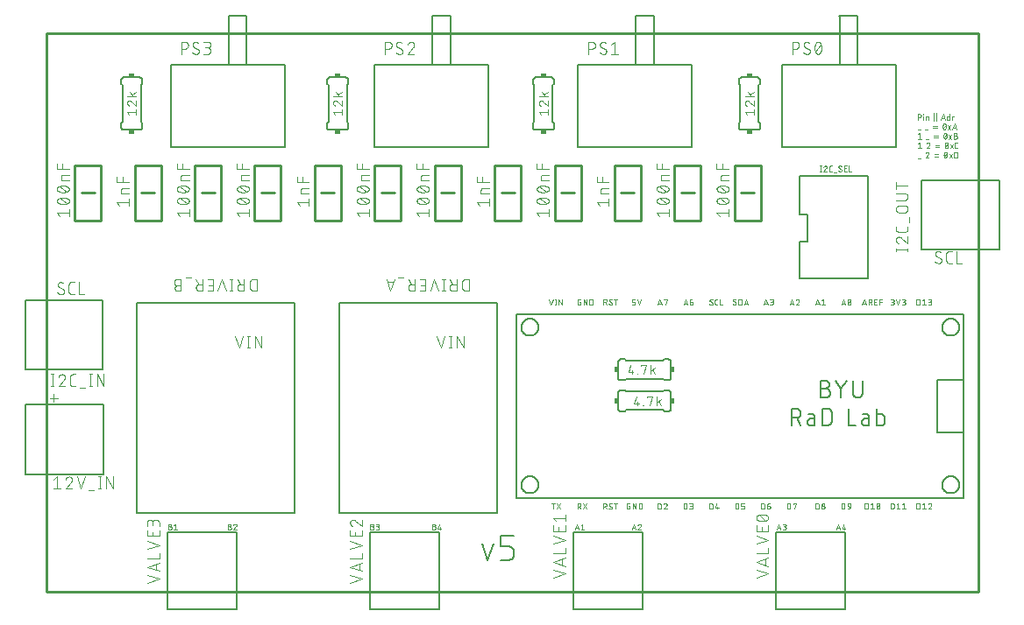
<source format=gbr>
G04 EAGLE Gerber RS-274X export*
G75*
%MOMM*%
%FSLAX34Y34*%
%LPD*%
%INSilkscreen Top*%
%IPPOS*%
%AMOC8*
5,1,8,0,0,1.08239X$1,22.5*%
G01*
%ADD10C,0.152400*%
%ADD11C,0.101600*%
%ADD12C,0.203200*%
%ADD13C,0.050800*%
%ADD14R,0.508000X0.381000*%
%ADD15C,0.127000*%
%ADD16C,0.200000*%
%ADD17C,0.254000*%
%ADD18R,0.381000X0.508000*%
%ADD19C,0.254000*%


D10*
X747811Y197013D02*
X752327Y197013D01*
X752327Y197014D02*
X752460Y197012D01*
X752592Y197006D01*
X752724Y196996D01*
X752856Y196983D01*
X752988Y196965D01*
X753118Y196944D01*
X753249Y196919D01*
X753378Y196890D01*
X753506Y196857D01*
X753634Y196821D01*
X753760Y196781D01*
X753885Y196737D01*
X754009Y196689D01*
X754131Y196638D01*
X754252Y196583D01*
X754371Y196525D01*
X754489Y196463D01*
X754604Y196398D01*
X754718Y196329D01*
X754829Y196258D01*
X754938Y196182D01*
X755045Y196104D01*
X755150Y196023D01*
X755252Y195938D01*
X755352Y195851D01*
X755449Y195761D01*
X755544Y195668D01*
X755635Y195572D01*
X755724Y195474D01*
X755810Y195373D01*
X755893Y195269D01*
X755973Y195163D01*
X756049Y195055D01*
X756123Y194945D01*
X756193Y194832D01*
X756260Y194718D01*
X756323Y194601D01*
X756383Y194483D01*
X756440Y194363D01*
X756493Y194241D01*
X756542Y194118D01*
X756588Y193994D01*
X756630Y193868D01*
X756668Y193741D01*
X756703Y193613D01*
X756734Y193484D01*
X756761Y193355D01*
X756784Y193224D01*
X756804Y193093D01*
X756819Y192961D01*
X756831Y192829D01*
X756839Y192697D01*
X756843Y192564D01*
X756843Y192432D01*
X756839Y192299D01*
X756831Y192167D01*
X756819Y192035D01*
X756804Y191903D01*
X756784Y191772D01*
X756761Y191641D01*
X756734Y191512D01*
X756703Y191383D01*
X756668Y191255D01*
X756630Y191128D01*
X756588Y191002D01*
X756542Y190878D01*
X756493Y190755D01*
X756440Y190633D01*
X756383Y190513D01*
X756323Y190395D01*
X756260Y190278D01*
X756193Y190164D01*
X756123Y190051D01*
X756049Y189941D01*
X755973Y189833D01*
X755893Y189727D01*
X755810Y189623D01*
X755724Y189522D01*
X755635Y189424D01*
X755544Y189328D01*
X755449Y189235D01*
X755352Y189145D01*
X755252Y189058D01*
X755150Y188973D01*
X755045Y188892D01*
X754938Y188814D01*
X754829Y188738D01*
X754718Y188667D01*
X754604Y188598D01*
X754489Y188533D01*
X754371Y188471D01*
X754252Y188413D01*
X754131Y188358D01*
X754009Y188307D01*
X753885Y188259D01*
X753760Y188215D01*
X753634Y188175D01*
X753506Y188139D01*
X753378Y188106D01*
X753249Y188077D01*
X753118Y188052D01*
X752988Y188031D01*
X752856Y188013D01*
X752724Y188000D01*
X752592Y187990D01*
X752460Y187984D01*
X752327Y187982D01*
X747811Y187982D01*
X747811Y204238D01*
X752327Y204238D01*
X752446Y204236D01*
X752566Y204230D01*
X752685Y204220D01*
X752803Y204206D01*
X752922Y204189D01*
X753039Y204167D01*
X753156Y204142D01*
X753271Y204112D01*
X753386Y204079D01*
X753500Y204042D01*
X753612Y204002D01*
X753723Y203957D01*
X753832Y203909D01*
X753940Y203858D01*
X754046Y203803D01*
X754150Y203744D01*
X754252Y203682D01*
X754352Y203617D01*
X754450Y203548D01*
X754546Y203476D01*
X754639Y203401D01*
X754729Y203324D01*
X754817Y203243D01*
X754902Y203159D01*
X754984Y203072D01*
X755064Y202983D01*
X755140Y202891D01*
X755214Y202797D01*
X755284Y202700D01*
X755351Y202602D01*
X755415Y202501D01*
X755475Y202397D01*
X755532Y202292D01*
X755585Y202185D01*
X755635Y202077D01*
X755681Y201967D01*
X755723Y201855D01*
X755762Y201742D01*
X755797Y201628D01*
X755828Y201513D01*
X755856Y201396D01*
X755879Y201279D01*
X755899Y201162D01*
X755915Y201043D01*
X755927Y200924D01*
X755935Y200805D01*
X755939Y200686D01*
X755939Y200566D01*
X755935Y200447D01*
X755927Y200328D01*
X755915Y200209D01*
X755899Y200090D01*
X755879Y199973D01*
X755856Y199856D01*
X755828Y199739D01*
X755797Y199624D01*
X755762Y199510D01*
X755723Y199397D01*
X755681Y199285D01*
X755635Y199175D01*
X755585Y199067D01*
X755532Y198960D01*
X755475Y198855D01*
X755415Y198751D01*
X755351Y198650D01*
X755284Y198552D01*
X755214Y198455D01*
X755140Y198361D01*
X755064Y198269D01*
X754984Y198180D01*
X754902Y198093D01*
X754817Y198009D01*
X754729Y197928D01*
X754639Y197851D01*
X754546Y197776D01*
X754450Y197704D01*
X754352Y197635D01*
X754252Y197570D01*
X754150Y197508D01*
X754046Y197449D01*
X753940Y197394D01*
X753832Y197343D01*
X753723Y197295D01*
X753612Y197250D01*
X753500Y197210D01*
X753386Y197173D01*
X753271Y197140D01*
X753156Y197110D01*
X753039Y197085D01*
X752922Y197063D01*
X752803Y197046D01*
X752685Y197032D01*
X752566Y197022D01*
X752446Y197016D01*
X752327Y197014D01*
X761807Y204238D02*
X767226Y196562D01*
X772644Y204238D01*
X767226Y196562D02*
X767226Y187982D01*
X778863Y192498D02*
X778863Y204238D01*
X778862Y192498D02*
X778864Y192365D01*
X778870Y192233D01*
X778880Y192101D01*
X778893Y191969D01*
X778911Y191837D01*
X778932Y191707D01*
X778957Y191576D01*
X778986Y191447D01*
X779019Y191319D01*
X779055Y191191D01*
X779095Y191065D01*
X779139Y190940D01*
X779187Y190816D01*
X779238Y190694D01*
X779293Y190573D01*
X779351Y190454D01*
X779413Y190336D01*
X779478Y190221D01*
X779547Y190107D01*
X779618Y189996D01*
X779694Y189887D01*
X779772Y189780D01*
X779853Y189675D01*
X779938Y189573D01*
X780025Y189473D01*
X780115Y189376D01*
X780208Y189281D01*
X780304Y189190D01*
X780402Y189101D01*
X780503Y189015D01*
X780607Y188932D01*
X780713Y188852D01*
X780821Y188776D01*
X780931Y188702D01*
X781044Y188632D01*
X781158Y188565D01*
X781275Y188502D01*
X781393Y188442D01*
X781513Y188385D01*
X781635Y188332D01*
X781758Y188283D01*
X781882Y188237D01*
X782008Y188195D01*
X782135Y188157D01*
X782263Y188122D01*
X782392Y188091D01*
X782521Y188064D01*
X782652Y188041D01*
X782783Y188021D01*
X782915Y188006D01*
X783047Y187994D01*
X783179Y187986D01*
X783312Y187982D01*
X783444Y187982D01*
X783577Y187986D01*
X783709Y187994D01*
X783841Y188006D01*
X783973Y188021D01*
X784104Y188041D01*
X784235Y188064D01*
X784364Y188091D01*
X784493Y188122D01*
X784621Y188157D01*
X784748Y188195D01*
X784874Y188237D01*
X784998Y188283D01*
X785121Y188332D01*
X785243Y188385D01*
X785363Y188442D01*
X785481Y188502D01*
X785598Y188565D01*
X785712Y188632D01*
X785825Y188702D01*
X785935Y188776D01*
X786043Y188852D01*
X786149Y188932D01*
X786253Y189015D01*
X786354Y189101D01*
X786452Y189190D01*
X786548Y189281D01*
X786641Y189376D01*
X786731Y189473D01*
X786818Y189573D01*
X786903Y189675D01*
X786984Y189780D01*
X787062Y189887D01*
X787138Y189996D01*
X787209Y190107D01*
X787278Y190221D01*
X787343Y190336D01*
X787405Y190454D01*
X787463Y190573D01*
X787518Y190694D01*
X787569Y190816D01*
X787617Y190940D01*
X787661Y191065D01*
X787701Y191191D01*
X787737Y191319D01*
X787770Y191447D01*
X787799Y191576D01*
X787824Y191707D01*
X787845Y191837D01*
X787863Y191969D01*
X787876Y192101D01*
X787886Y192233D01*
X787892Y192365D01*
X787894Y192498D01*
X787894Y204238D01*
X719325Y177568D02*
X719325Y161312D01*
X719325Y177568D02*
X723840Y177568D01*
X723973Y177566D01*
X724105Y177560D01*
X724237Y177550D01*
X724369Y177537D01*
X724501Y177519D01*
X724631Y177498D01*
X724762Y177473D01*
X724891Y177444D01*
X725019Y177411D01*
X725147Y177375D01*
X725273Y177335D01*
X725398Y177291D01*
X725522Y177243D01*
X725644Y177192D01*
X725765Y177137D01*
X725884Y177079D01*
X726002Y177017D01*
X726117Y176952D01*
X726231Y176883D01*
X726342Y176812D01*
X726451Y176736D01*
X726558Y176658D01*
X726663Y176577D01*
X726765Y176492D01*
X726865Y176405D01*
X726962Y176315D01*
X727057Y176222D01*
X727148Y176126D01*
X727237Y176028D01*
X727323Y175927D01*
X727406Y175823D01*
X727486Y175717D01*
X727562Y175609D01*
X727636Y175499D01*
X727706Y175386D01*
X727773Y175272D01*
X727836Y175155D01*
X727896Y175037D01*
X727953Y174917D01*
X728006Y174795D01*
X728055Y174672D01*
X728101Y174548D01*
X728143Y174422D01*
X728181Y174295D01*
X728216Y174167D01*
X728247Y174038D01*
X728274Y173909D01*
X728297Y173778D01*
X728317Y173647D01*
X728332Y173515D01*
X728344Y173383D01*
X728352Y173251D01*
X728356Y173118D01*
X728356Y172986D01*
X728352Y172853D01*
X728344Y172721D01*
X728332Y172589D01*
X728317Y172457D01*
X728297Y172326D01*
X728274Y172195D01*
X728247Y172066D01*
X728216Y171937D01*
X728181Y171809D01*
X728143Y171682D01*
X728101Y171556D01*
X728055Y171432D01*
X728006Y171309D01*
X727953Y171187D01*
X727896Y171067D01*
X727836Y170949D01*
X727773Y170832D01*
X727706Y170718D01*
X727636Y170605D01*
X727562Y170495D01*
X727486Y170387D01*
X727406Y170281D01*
X727323Y170177D01*
X727237Y170076D01*
X727148Y169978D01*
X727057Y169882D01*
X726962Y169789D01*
X726865Y169699D01*
X726765Y169612D01*
X726663Y169527D01*
X726558Y169446D01*
X726451Y169368D01*
X726342Y169292D01*
X726231Y169221D01*
X726117Y169152D01*
X726002Y169087D01*
X725884Y169025D01*
X725765Y168967D01*
X725644Y168912D01*
X725522Y168861D01*
X725398Y168813D01*
X725273Y168769D01*
X725147Y168729D01*
X725019Y168693D01*
X724891Y168660D01*
X724762Y168631D01*
X724631Y168606D01*
X724501Y168585D01*
X724369Y168567D01*
X724237Y168554D01*
X724105Y168544D01*
X723973Y168538D01*
X723840Y168536D01*
X723840Y168537D02*
X719325Y168537D01*
X724744Y168537D02*
X728356Y161312D01*
X737813Y167634D02*
X741877Y167634D01*
X737813Y167634D02*
X737701Y167632D01*
X737590Y167626D01*
X737479Y167616D01*
X737368Y167603D01*
X737258Y167585D01*
X737149Y167563D01*
X737040Y167538D01*
X736932Y167509D01*
X736826Y167476D01*
X736720Y167439D01*
X736616Y167399D01*
X736514Y167355D01*
X736413Y167307D01*
X736314Y167256D01*
X736216Y167201D01*
X736121Y167143D01*
X736028Y167082D01*
X735937Y167017D01*
X735848Y166949D01*
X735762Y166878D01*
X735679Y166805D01*
X735598Y166728D01*
X735519Y166648D01*
X735444Y166566D01*
X735372Y166481D01*
X735302Y166394D01*
X735236Y166304D01*
X735173Y166212D01*
X735113Y166117D01*
X735057Y166021D01*
X735004Y165923D01*
X734955Y165823D01*
X734909Y165721D01*
X734867Y165618D01*
X734828Y165513D01*
X734793Y165407D01*
X734762Y165300D01*
X734735Y165192D01*
X734711Y165083D01*
X734692Y164973D01*
X734676Y164863D01*
X734664Y164752D01*
X734656Y164640D01*
X734652Y164529D01*
X734652Y164417D01*
X734656Y164306D01*
X734664Y164194D01*
X734676Y164083D01*
X734692Y163973D01*
X734711Y163863D01*
X734735Y163754D01*
X734762Y163646D01*
X734793Y163539D01*
X734828Y163433D01*
X734867Y163328D01*
X734909Y163225D01*
X734955Y163123D01*
X735004Y163023D01*
X735057Y162925D01*
X735113Y162829D01*
X735173Y162734D01*
X735236Y162642D01*
X735302Y162552D01*
X735372Y162465D01*
X735444Y162380D01*
X735519Y162298D01*
X735598Y162218D01*
X735679Y162141D01*
X735762Y162068D01*
X735848Y161997D01*
X735937Y161929D01*
X736028Y161864D01*
X736121Y161803D01*
X736216Y161745D01*
X736314Y161690D01*
X736413Y161639D01*
X736514Y161591D01*
X736616Y161547D01*
X736720Y161507D01*
X736826Y161470D01*
X736932Y161437D01*
X737040Y161408D01*
X737149Y161383D01*
X737258Y161361D01*
X737368Y161343D01*
X737479Y161330D01*
X737590Y161320D01*
X737701Y161314D01*
X737813Y161312D01*
X741877Y161312D01*
X741877Y169440D01*
X741875Y169541D01*
X741869Y169642D01*
X741860Y169743D01*
X741847Y169844D01*
X741830Y169944D01*
X741809Y170043D01*
X741785Y170141D01*
X741757Y170238D01*
X741725Y170335D01*
X741690Y170430D01*
X741651Y170523D01*
X741609Y170615D01*
X741563Y170706D01*
X741514Y170795D01*
X741462Y170881D01*
X741406Y170966D01*
X741348Y171049D01*
X741286Y171129D01*
X741221Y171207D01*
X741154Y171283D01*
X741084Y171356D01*
X741011Y171426D01*
X740935Y171493D01*
X740857Y171558D01*
X740777Y171620D01*
X740694Y171678D01*
X740609Y171734D01*
X740523Y171786D01*
X740434Y171835D01*
X740343Y171881D01*
X740251Y171923D01*
X740158Y171962D01*
X740063Y171997D01*
X739966Y172029D01*
X739869Y172057D01*
X739771Y172081D01*
X739672Y172102D01*
X739572Y172119D01*
X739471Y172132D01*
X739370Y172141D01*
X739269Y172147D01*
X739168Y172149D01*
X735555Y172149D01*
X749454Y177568D02*
X749454Y161312D01*
X749454Y177568D02*
X753969Y177568D01*
X754100Y177566D01*
X754232Y177560D01*
X754363Y177551D01*
X754493Y177537D01*
X754624Y177520D01*
X754753Y177499D01*
X754882Y177475D01*
X755010Y177446D01*
X755138Y177414D01*
X755264Y177378D01*
X755389Y177339D01*
X755514Y177296D01*
X755636Y177249D01*
X755758Y177199D01*
X755878Y177145D01*
X755996Y177088D01*
X756112Y177027D01*
X756227Y176963D01*
X756340Y176896D01*
X756451Y176825D01*
X756559Y176751D01*
X756666Y176674D01*
X756770Y176594D01*
X756872Y176511D01*
X756971Y176426D01*
X757068Y176337D01*
X757162Y176245D01*
X757254Y176151D01*
X757343Y176054D01*
X757428Y175955D01*
X757511Y175853D01*
X757591Y175749D01*
X757668Y175642D01*
X757742Y175534D01*
X757813Y175423D01*
X757880Y175310D01*
X757944Y175195D01*
X758005Y175079D01*
X758062Y174961D01*
X758116Y174841D01*
X758166Y174719D01*
X758213Y174597D01*
X758256Y174472D01*
X758295Y174347D01*
X758331Y174221D01*
X758363Y174093D01*
X758392Y173965D01*
X758416Y173836D01*
X758437Y173707D01*
X758454Y173576D01*
X758468Y173446D01*
X758477Y173315D01*
X758483Y173183D01*
X758485Y173052D01*
X758485Y165828D01*
X758483Y165697D01*
X758477Y165565D01*
X758468Y165434D01*
X758454Y165304D01*
X758437Y165173D01*
X758416Y165044D01*
X758392Y164915D01*
X758363Y164787D01*
X758331Y164659D01*
X758295Y164533D01*
X758256Y164408D01*
X758213Y164283D01*
X758166Y164161D01*
X758116Y164039D01*
X758062Y163919D01*
X758005Y163801D01*
X757944Y163685D01*
X757880Y163570D01*
X757813Y163457D01*
X757742Y163346D01*
X757668Y163238D01*
X757591Y163131D01*
X757511Y163027D01*
X757428Y162925D01*
X757343Y162826D01*
X757254Y162729D01*
X757162Y162635D01*
X757068Y162543D01*
X756971Y162454D01*
X756872Y162369D01*
X756770Y162286D01*
X756666Y162206D01*
X756559Y162129D01*
X756451Y162055D01*
X756340Y161984D01*
X756227Y161917D01*
X756112Y161853D01*
X755996Y161792D01*
X755878Y161735D01*
X755758Y161681D01*
X755636Y161631D01*
X755514Y161584D01*
X755389Y161541D01*
X755264Y161502D01*
X755138Y161466D01*
X755010Y161434D01*
X754882Y161405D01*
X754753Y161381D01*
X754623Y161360D01*
X754493Y161343D01*
X754363Y161329D01*
X754232Y161320D01*
X754100Y161314D01*
X753969Y161312D01*
X749454Y161312D01*
X774493Y161312D02*
X774493Y177568D01*
X774493Y161312D02*
X781718Y161312D01*
X790438Y167634D02*
X794502Y167634D01*
X790438Y167634D02*
X790326Y167632D01*
X790215Y167626D01*
X790104Y167616D01*
X789993Y167603D01*
X789883Y167585D01*
X789774Y167563D01*
X789665Y167538D01*
X789557Y167509D01*
X789451Y167476D01*
X789345Y167439D01*
X789241Y167399D01*
X789139Y167355D01*
X789038Y167307D01*
X788939Y167256D01*
X788841Y167201D01*
X788746Y167143D01*
X788653Y167082D01*
X788562Y167017D01*
X788473Y166949D01*
X788387Y166878D01*
X788304Y166805D01*
X788223Y166728D01*
X788144Y166648D01*
X788069Y166566D01*
X787997Y166481D01*
X787927Y166394D01*
X787861Y166304D01*
X787798Y166212D01*
X787738Y166117D01*
X787682Y166021D01*
X787629Y165923D01*
X787580Y165823D01*
X787534Y165721D01*
X787492Y165618D01*
X787453Y165513D01*
X787418Y165407D01*
X787387Y165300D01*
X787360Y165192D01*
X787336Y165083D01*
X787317Y164973D01*
X787301Y164863D01*
X787289Y164752D01*
X787281Y164640D01*
X787277Y164529D01*
X787277Y164417D01*
X787281Y164306D01*
X787289Y164194D01*
X787301Y164083D01*
X787317Y163973D01*
X787336Y163863D01*
X787360Y163754D01*
X787387Y163646D01*
X787418Y163539D01*
X787453Y163433D01*
X787492Y163328D01*
X787534Y163225D01*
X787580Y163123D01*
X787629Y163023D01*
X787682Y162925D01*
X787738Y162829D01*
X787798Y162734D01*
X787861Y162642D01*
X787927Y162552D01*
X787997Y162465D01*
X788069Y162380D01*
X788144Y162298D01*
X788223Y162218D01*
X788304Y162141D01*
X788387Y162068D01*
X788473Y161997D01*
X788562Y161929D01*
X788653Y161864D01*
X788746Y161803D01*
X788841Y161745D01*
X788939Y161690D01*
X789038Y161639D01*
X789139Y161591D01*
X789241Y161547D01*
X789345Y161507D01*
X789451Y161470D01*
X789557Y161437D01*
X789665Y161408D01*
X789774Y161383D01*
X789883Y161361D01*
X789993Y161343D01*
X790104Y161330D01*
X790215Y161320D01*
X790326Y161314D01*
X790438Y161312D01*
X794502Y161312D01*
X794502Y169440D01*
X794500Y169541D01*
X794494Y169642D01*
X794485Y169743D01*
X794472Y169844D01*
X794455Y169944D01*
X794434Y170043D01*
X794410Y170141D01*
X794382Y170238D01*
X794350Y170335D01*
X794315Y170430D01*
X794276Y170523D01*
X794234Y170615D01*
X794188Y170706D01*
X794139Y170795D01*
X794087Y170881D01*
X794031Y170966D01*
X793973Y171049D01*
X793911Y171129D01*
X793846Y171207D01*
X793779Y171283D01*
X793709Y171356D01*
X793636Y171426D01*
X793560Y171493D01*
X793482Y171558D01*
X793402Y171620D01*
X793319Y171678D01*
X793234Y171734D01*
X793148Y171786D01*
X793059Y171835D01*
X792968Y171881D01*
X792876Y171923D01*
X792783Y171962D01*
X792688Y171997D01*
X792591Y172029D01*
X792494Y172057D01*
X792396Y172081D01*
X792297Y172102D01*
X792197Y172119D01*
X792096Y172132D01*
X791995Y172141D01*
X791894Y172147D01*
X791793Y172149D01*
X788181Y172149D01*
X802013Y177568D02*
X802013Y161312D01*
X806529Y161312D01*
X806633Y161314D01*
X806736Y161320D01*
X806840Y161330D01*
X806943Y161344D01*
X807045Y161362D01*
X807146Y161383D01*
X807247Y161409D01*
X807346Y161438D01*
X807445Y161471D01*
X807542Y161508D01*
X807637Y161549D01*
X807731Y161593D01*
X807823Y161641D01*
X807913Y161692D01*
X808002Y161747D01*
X808088Y161805D01*
X808171Y161867D01*
X808253Y161931D01*
X808331Y161999D01*
X808407Y162069D01*
X808481Y162142D01*
X808551Y162219D01*
X808619Y162297D01*
X808683Y162379D01*
X808745Y162462D01*
X808803Y162548D01*
X808858Y162637D01*
X808909Y162727D01*
X808957Y162819D01*
X809001Y162913D01*
X809042Y163008D01*
X809079Y163105D01*
X809112Y163204D01*
X809141Y163303D01*
X809167Y163404D01*
X809188Y163505D01*
X809206Y163607D01*
X809220Y163710D01*
X809230Y163814D01*
X809236Y163917D01*
X809238Y164021D01*
X809238Y169440D01*
X809236Y169541D01*
X809230Y169642D01*
X809221Y169743D01*
X809208Y169844D01*
X809191Y169944D01*
X809170Y170043D01*
X809146Y170141D01*
X809118Y170238D01*
X809086Y170335D01*
X809051Y170430D01*
X809012Y170523D01*
X808970Y170615D01*
X808924Y170706D01*
X808875Y170795D01*
X808823Y170881D01*
X808767Y170966D01*
X808709Y171049D01*
X808647Y171129D01*
X808582Y171207D01*
X808515Y171283D01*
X808445Y171356D01*
X808372Y171426D01*
X808296Y171493D01*
X808218Y171558D01*
X808138Y171620D01*
X808055Y171678D01*
X807970Y171734D01*
X807884Y171786D01*
X807795Y171835D01*
X807704Y171881D01*
X807612Y171923D01*
X807519Y171962D01*
X807424Y171997D01*
X807327Y172029D01*
X807230Y172057D01*
X807132Y172081D01*
X807033Y172102D01*
X806933Y172119D01*
X806832Y172132D01*
X806731Y172141D01*
X806630Y172147D01*
X806529Y172149D01*
X802013Y172149D01*
D11*
X16999Y290604D02*
X16997Y290505D01*
X16991Y290405D01*
X16982Y290306D01*
X16969Y290208D01*
X16952Y290110D01*
X16931Y290012D01*
X16906Y289916D01*
X16878Y289821D01*
X16846Y289727D01*
X16811Y289634D01*
X16772Y289542D01*
X16729Y289452D01*
X16684Y289364D01*
X16634Y289277D01*
X16582Y289193D01*
X16526Y289110D01*
X16468Y289030D01*
X16406Y288952D01*
X16341Y288877D01*
X16273Y288804D01*
X16203Y288734D01*
X16130Y288666D01*
X16055Y288601D01*
X15977Y288539D01*
X15897Y288481D01*
X15814Y288425D01*
X15730Y288373D01*
X15643Y288323D01*
X15555Y288278D01*
X15465Y288235D01*
X15373Y288196D01*
X15280Y288161D01*
X15186Y288129D01*
X15091Y288101D01*
X14995Y288076D01*
X14897Y288055D01*
X14799Y288038D01*
X14701Y288025D01*
X14602Y288016D01*
X14502Y288010D01*
X14403Y288008D01*
X14259Y288010D01*
X14114Y288016D01*
X13970Y288025D01*
X13827Y288038D01*
X13683Y288055D01*
X13540Y288076D01*
X13398Y288101D01*
X13257Y288129D01*
X13116Y288161D01*
X12976Y288197D01*
X12837Y288236D01*
X12699Y288279D01*
X12563Y288326D01*
X12427Y288376D01*
X12293Y288430D01*
X12161Y288487D01*
X12030Y288548D01*
X11901Y288612D01*
X11773Y288680D01*
X11647Y288750D01*
X11523Y288825D01*
X11402Y288902D01*
X11282Y288983D01*
X11164Y289066D01*
X11049Y289153D01*
X10936Y289243D01*
X10825Y289336D01*
X10717Y289431D01*
X10611Y289530D01*
X10508Y289631D01*
X10833Y297096D02*
X10835Y297195D01*
X10841Y297295D01*
X10850Y297394D01*
X10863Y297492D01*
X10880Y297590D01*
X10901Y297688D01*
X10926Y297784D01*
X10954Y297879D01*
X10986Y297973D01*
X11021Y298066D01*
X11060Y298158D01*
X11103Y298248D01*
X11148Y298336D01*
X11198Y298423D01*
X11250Y298507D01*
X11306Y298590D01*
X11364Y298670D01*
X11426Y298748D01*
X11491Y298823D01*
X11559Y298896D01*
X11629Y298966D01*
X11702Y299034D01*
X11777Y299099D01*
X11855Y299161D01*
X11935Y299219D01*
X12018Y299275D01*
X12102Y299327D01*
X12189Y299377D01*
X12277Y299422D01*
X12367Y299465D01*
X12459Y299504D01*
X12552Y299539D01*
X12646Y299571D01*
X12741Y299599D01*
X12838Y299624D01*
X12935Y299645D01*
X13033Y299662D01*
X13131Y299675D01*
X13230Y299684D01*
X13330Y299690D01*
X13429Y299692D01*
X13565Y299690D01*
X13701Y299684D01*
X13837Y299675D01*
X13973Y299662D01*
X14108Y299644D01*
X14242Y299624D01*
X14376Y299599D01*
X14510Y299571D01*
X14642Y299538D01*
X14773Y299503D01*
X14904Y299463D01*
X15033Y299420D01*
X15161Y299374D01*
X15287Y299323D01*
X15413Y299270D01*
X15536Y299212D01*
X15658Y299152D01*
X15778Y299088D01*
X15897Y299020D01*
X16013Y298950D01*
X16127Y298876D01*
X16240Y298799D01*
X16350Y298718D01*
X12131Y294824D02*
X12045Y294877D01*
X11961Y294934D01*
X11879Y294993D01*
X11799Y295056D01*
X11722Y295122D01*
X11647Y295190D01*
X11575Y295262D01*
X11506Y295336D01*
X11440Y295413D01*
X11377Y295492D01*
X11317Y295574D01*
X11260Y295658D01*
X11206Y295744D01*
X11156Y295832D01*
X11109Y295922D01*
X11065Y296013D01*
X11026Y296107D01*
X10989Y296201D01*
X10957Y296297D01*
X10928Y296395D01*
X10903Y296493D01*
X10882Y296592D01*
X10864Y296692D01*
X10851Y296792D01*
X10841Y296893D01*
X10835Y296995D01*
X10833Y297096D01*
X15701Y292876D02*
X15787Y292823D01*
X15871Y292766D01*
X15953Y292707D01*
X16033Y292644D01*
X16110Y292578D01*
X16185Y292510D01*
X16257Y292438D01*
X16326Y292364D01*
X16392Y292287D01*
X16455Y292208D01*
X16515Y292126D01*
X16572Y292042D01*
X16626Y291956D01*
X16676Y291868D01*
X16723Y291778D01*
X16767Y291687D01*
X16806Y291593D01*
X16843Y291499D01*
X16875Y291403D01*
X16904Y291305D01*
X16929Y291207D01*
X16950Y291108D01*
X16968Y291008D01*
X16981Y290908D01*
X16991Y290807D01*
X16997Y290705D01*
X16999Y290604D01*
X15701Y292876D02*
X12131Y294824D01*
X24120Y288008D02*
X26717Y288008D01*
X24120Y288008D02*
X24021Y288010D01*
X23921Y288016D01*
X23822Y288025D01*
X23724Y288038D01*
X23626Y288055D01*
X23528Y288076D01*
X23432Y288101D01*
X23337Y288129D01*
X23243Y288161D01*
X23150Y288196D01*
X23058Y288235D01*
X22968Y288278D01*
X22880Y288323D01*
X22793Y288373D01*
X22709Y288425D01*
X22626Y288481D01*
X22546Y288539D01*
X22468Y288601D01*
X22393Y288666D01*
X22320Y288734D01*
X22250Y288804D01*
X22182Y288877D01*
X22117Y288952D01*
X22055Y289030D01*
X21997Y289110D01*
X21941Y289193D01*
X21889Y289277D01*
X21839Y289364D01*
X21794Y289452D01*
X21751Y289542D01*
X21712Y289634D01*
X21677Y289727D01*
X21645Y289821D01*
X21617Y289916D01*
X21592Y290012D01*
X21571Y290110D01*
X21554Y290208D01*
X21541Y290306D01*
X21532Y290405D01*
X21526Y290505D01*
X21524Y290604D01*
X21524Y297096D01*
X21526Y297195D01*
X21532Y297295D01*
X21541Y297394D01*
X21554Y297492D01*
X21571Y297590D01*
X21592Y297688D01*
X21617Y297784D01*
X21645Y297879D01*
X21677Y297973D01*
X21712Y298066D01*
X21751Y298158D01*
X21794Y298248D01*
X21839Y298336D01*
X21889Y298423D01*
X21941Y298507D01*
X21997Y298590D01*
X22055Y298670D01*
X22117Y298748D01*
X22182Y298823D01*
X22250Y298896D01*
X22320Y298966D01*
X22393Y299034D01*
X22468Y299099D01*
X22546Y299161D01*
X22626Y299219D01*
X22709Y299275D01*
X22793Y299327D01*
X22880Y299377D01*
X22968Y299422D01*
X23058Y299465D01*
X23150Y299504D01*
X23242Y299539D01*
X23337Y299571D01*
X23432Y299599D01*
X23528Y299624D01*
X23626Y299645D01*
X23724Y299662D01*
X23822Y299675D01*
X23921Y299684D01*
X24021Y299690D01*
X24120Y299692D01*
X26717Y299692D01*
X31486Y299692D02*
X31486Y288008D01*
X36678Y288008D01*
X10797Y187552D02*
X3008Y187552D01*
X6903Y191446D02*
X6903Y183657D01*
X861903Y318008D02*
X862002Y318010D01*
X862102Y318016D01*
X862201Y318025D01*
X862299Y318038D01*
X862397Y318055D01*
X862495Y318076D01*
X862591Y318101D01*
X862686Y318129D01*
X862780Y318161D01*
X862873Y318196D01*
X862965Y318235D01*
X863055Y318278D01*
X863143Y318323D01*
X863230Y318373D01*
X863314Y318425D01*
X863397Y318481D01*
X863477Y318539D01*
X863555Y318601D01*
X863630Y318666D01*
X863703Y318734D01*
X863773Y318804D01*
X863841Y318877D01*
X863906Y318952D01*
X863968Y319030D01*
X864026Y319110D01*
X864082Y319193D01*
X864134Y319277D01*
X864184Y319364D01*
X864229Y319452D01*
X864272Y319542D01*
X864311Y319634D01*
X864346Y319727D01*
X864378Y319821D01*
X864406Y319916D01*
X864431Y320012D01*
X864452Y320110D01*
X864469Y320208D01*
X864482Y320306D01*
X864491Y320405D01*
X864497Y320505D01*
X864499Y320604D01*
X861903Y318008D02*
X861759Y318010D01*
X861614Y318016D01*
X861470Y318025D01*
X861327Y318038D01*
X861183Y318055D01*
X861040Y318076D01*
X860898Y318101D01*
X860757Y318129D01*
X860616Y318161D01*
X860476Y318197D01*
X860337Y318236D01*
X860199Y318279D01*
X860063Y318326D01*
X859927Y318376D01*
X859793Y318430D01*
X859661Y318487D01*
X859530Y318548D01*
X859401Y318612D01*
X859273Y318680D01*
X859147Y318750D01*
X859023Y318825D01*
X858902Y318902D01*
X858782Y318983D01*
X858664Y319066D01*
X858549Y319153D01*
X858436Y319243D01*
X858325Y319336D01*
X858217Y319431D01*
X858111Y319530D01*
X858008Y319631D01*
X858333Y327096D02*
X858335Y327195D01*
X858341Y327295D01*
X858350Y327394D01*
X858363Y327492D01*
X858380Y327590D01*
X858401Y327688D01*
X858426Y327784D01*
X858454Y327879D01*
X858486Y327973D01*
X858521Y328066D01*
X858560Y328158D01*
X858603Y328248D01*
X858648Y328336D01*
X858698Y328423D01*
X858750Y328507D01*
X858806Y328590D01*
X858864Y328670D01*
X858926Y328748D01*
X858991Y328823D01*
X859059Y328896D01*
X859129Y328966D01*
X859202Y329034D01*
X859277Y329099D01*
X859355Y329161D01*
X859435Y329219D01*
X859518Y329275D01*
X859602Y329327D01*
X859689Y329377D01*
X859777Y329422D01*
X859867Y329465D01*
X859959Y329504D01*
X860052Y329539D01*
X860146Y329571D01*
X860241Y329599D01*
X860338Y329624D01*
X860435Y329645D01*
X860533Y329662D01*
X860631Y329675D01*
X860730Y329684D01*
X860830Y329690D01*
X860929Y329692D01*
X861065Y329690D01*
X861201Y329684D01*
X861337Y329675D01*
X861473Y329662D01*
X861608Y329644D01*
X861742Y329624D01*
X861876Y329599D01*
X862010Y329571D01*
X862142Y329538D01*
X862273Y329503D01*
X862404Y329463D01*
X862533Y329420D01*
X862661Y329374D01*
X862787Y329323D01*
X862913Y329270D01*
X863036Y329212D01*
X863158Y329152D01*
X863278Y329088D01*
X863397Y329020D01*
X863513Y328950D01*
X863627Y328876D01*
X863740Y328799D01*
X863850Y328718D01*
X859631Y324824D02*
X859545Y324877D01*
X859461Y324934D01*
X859379Y324993D01*
X859299Y325056D01*
X859222Y325122D01*
X859147Y325190D01*
X859075Y325262D01*
X859006Y325336D01*
X858940Y325413D01*
X858877Y325492D01*
X858817Y325574D01*
X858760Y325658D01*
X858706Y325744D01*
X858656Y325832D01*
X858609Y325922D01*
X858565Y326013D01*
X858526Y326107D01*
X858489Y326201D01*
X858457Y326297D01*
X858428Y326395D01*
X858403Y326493D01*
X858382Y326592D01*
X858364Y326692D01*
X858351Y326792D01*
X858341Y326893D01*
X858335Y326995D01*
X858333Y327096D01*
X863201Y322876D02*
X863287Y322823D01*
X863371Y322766D01*
X863453Y322707D01*
X863533Y322644D01*
X863610Y322578D01*
X863685Y322510D01*
X863757Y322438D01*
X863826Y322364D01*
X863892Y322287D01*
X863955Y322208D01*
X864015Y322126D01*
X864072Y322042D01*
X864126Y321956D01*
X864176Y321868D01*
X864223Y321778D01*
X864267Y321687D01*
X864306Y321593D01*
X864343Y321499D01*
X864375Y321403D01*
X864404Y321305D01*
X864429Y321207D01*
X864450Y321108D01*
X864468Y321008D01*
X864481Y320908D01*
X864491Y320807D01*
X864497Y320705D01*
X864499Y320604D01*
X863201Y322876D02*
X859631Y324824D01*
X871620Y318008D02*
X874217Y318008D01*
X871620Y318008D02*
X871521Y318010D01*
X871421Y318016D01*
X871322Y318025D01*
X871224Y318038D01*
X871126Y318055D01*
X871028Y318076D01*
X870932Y318101D01*
X870837Y318129D01*
X870743Y318161D01*
X870650Y318196D01*
X870558Y318235D01*
X870468Y318278D01*
X870380Y318323D01*
X870293Y318373D01*
X870209Y318425D01*
X870126Y318481D01*
X870046Y318539D01*
X869968Y318601D01*
X869893Y318666D01*
X869820Y318734D01*
X869750Y318804D01*
X869682Y318877D01*
X869617Y318952D01*
X869555Y319030D01*
X869497Y319110D01*
X869441Y319193D01*
X869389Y319277D01*
X869339Y319364D01*
X869294Y319452D01*
X869251Y319542D01*
X869212Y319634D01*
X869177Y319727D01*
X869145Y319821D01*
X869117Y319916D01*
X869092Y320012D01*
X869071Y320110D01*
X869054Y320208D01*
X869041Y320306D01*
X869032Y320405D01*
X869026Y320505D01*
X869024Y320604D01*
X869024Y327096D01*
X869026Y327195D01*
X869032Y327295D01*
X869041Y327394D01*
X869054Y327492D01*
X869071Y327590D01*
X869092Y327688D01*
X869117Y327784D01*
X869145Y327879D01*
X869177Y327973D01*
X869212Y328066D01*
X869251Y328158D01*
X869294Y328248D01*
X869339Y328336D01*
X869389Y328423D01*
X869441Y328507D01*
X869497Y328590D01*
X869555Y328670D01*
X869617Y328748D01*
X869682Y328823D01*
X869750Y328896D01*
X869820Y328966D01*
X869893Y329034D01*
X869968Y329099D01*
X870046Y329161D01*
X870126Y329219D01*
X870209Y329275D01*
X870293Y329327D01*
X870380Y329377D01*
X870468Y329422D01*
X870558Y329465D01*
X870650Y329504D01*
X870742Y329539D01*
X870837Y329571D01*
X870932Y329599D01*
X871028Y329624D01*
X871126Y329645D01*
X871224Y329662D01*
X871322Y329675D01*
X871421Y329684D01*
X871521Y329690D01*
X871620Y329692D01*
X874217Y329692D01*
X878986Y329692D02*
X878986Y318008D01*
X884178Y318008D01*
D12*
X421016Y46595D02*
X426209Y31016D01*
X431402Y46595D01*
X438509Y31016D02*
X446298Y31016D01*
X446441Y31018D01*
X446584Y31024D01*
X446727Y31034D01*
X446869Y31048D01*
X447011Y31065D01*
X447153Y31087D01*
X447294Y31112D01*
X447434Y31142D01*
X447573Y31175D01*
X447711Y31212D01*
X447848Y31253D01*
X447984Y31297D01*
X448119Y31346D01*
X448252Y31398D01*
X448384Y31453D01*
X448514Y31513D01*
X448643Y31576D01*
X448770Y31642D01*
X448894Y31712D01*
X449017Y31785D01*
X449138Y31862D01*
X449257Y31942D01*
X449373Y32025D01*
X449488Y32111D01*
X449599Y32200D01*
X449709Y32293D01*
X449815Y32388D01*
X449919Y32487D01*
X450020Y32588D01*
X450119Y32692D01*
X450214Y32798D01*
X450307Y32908D01*
X450396Y33019D01*
X450482Y33134D01*
X450565Y33250D01*
X450645Y33369D01*
X450722Y33490D01*
X450795Y33612D01*
X450865Y33737D01*
X450931Y33864D01*
X450994Y33993D01*
X451054Y34123D01*
X451109Y34255D01*
X451161Y34388D01*
X451210Y34523D01*
X451254Y34659D01*
X451295Y34796D01*
X451332Y34934D01*
X451365Y35073D01*
X451395Y35213D01*
X451420Y35354D01*
X451442Y35496D01*
X451459Y35638D01*
X451473Y35780D01*
X451483Y35923D01*
X451489Y36066D01*
X451491Y36209D01*
X451491Y38805D01*
X451489Y38948D01*
X451483Y39091D01*
X451473Y39234D01*
X451459Y39376D01*
X451442Y39518D01*
X451420Y39660D01*
X451395Y39801D01*
X451365Y39941D01*
X451332Y40080D01*
X451295Y40218D01*
X451254Y40355D01*
X451210Y40491D01*
X451161Y40626D01*
X451109Y40759D01*
X451054Y40891D01*
X450994Y41021D01*
X450931Y41150D01*
X450865Y41277D01*
X450795Y41402D01*
X450722Y41524D01*
X450645Y41645D01*
X450565Y41764D01*
X450482Y41880D01*
X450396Y41995D01*
X450307Y42106D01*
X450214Y42216D01*
X450119Y42322D01*
X450020Y42426D01*
X449919Y42527D01*
X449815Y42626D01*
X449709Y42721D01*
X449599Y42814D01*
X449488Y42903D01*
X449373Y42989D01*
X449257Y43072D01*
X449138Y43152D01*
X449017Y43229D01*
X448895Y43302D01*
X448770Y43372D01*
X448643Y43438D01*
X448514Y43501D01*
X448384Y43561D01*
X448252Y43616D01*
X448119Y43668D01*
X447984Y43717D01*
X447848Y43761D01*
X447711Y43802D01*
X447573Y43839D01*
X447434Y43872D01*
X447294Y43902D01*
X447153Y43927D01*
X447011Y43949D01*
X446869Y43966D01*
X446727Y43980D01*
X446584Y43990D01*
X446441Y43996D01*
X446298Y43998D01*
X438509Y43998D01*
X438509Y54384D01*
X451491Y54384D01*
X421016Y46595D02*
X426209Y31016D01*
X431402Y46595D01*
X438509Y31016D02*
X446298Y31016D01*
X446441Y31018D01*
X446584Y31024D01*
X446727Y31034D01*
X446869Y31048D01*
X447011Y31065D01*
X447153Y31087D01*
X447294Y31112D01*
X447434Y31142D01*
X447573Y31175D01*
X447711Y31212D01*
X447848Y31253D01*
X447984Y31297D01*
X448119Y31346D01*
X448252Y31398D01*
X448384Y31453D01*
X448514Y31513D01*
X448643Y31576D01*
X448770Y31642D01*
X448894Y31712D01*
X449017Y31785D01*
X449138Y31862D01*
X449257Y31942D01*
X449373Y32025D01*
X449488Y32111D01*
X449599Y32200D01*
X449709Y32293D01*
X449815Y32388D01*
X449919Y32487D01*
X450020Y32588D01*
X450119Y32692D01*
X450214Y32798D01*
X450307Y32908D01*
X450396Y33019D01*
X450482Y33134D01*
X450565Y33250D01*
X450645Y33369D01*
X450722Y33490D01*
X450795Y33612D01*
X450865Y33737D01*
X450931Y33864D01*
X450994Y33993D01*
X451054Y34123D01*
X451109Y34255D01*
X451161Y34388D01*
X451210Y34523D01*
X451254Y34659D01*
X451295Y34796D01*
X451332Y34934D01*
X451365Y35073D01*
X451395Y35213D01*
X451420Y35354D01*
X451442Y35496D01*
X451459Y35638D01*
X451473Y35780D01*
X451483Y35923D01*
X451489Y36066D01*
X451491Y36209D01*
X451491Y38805D01*
X451489Y38948D01*
X451483Y39091D01*
X451473Y39234D01*
X451459Y39376D01*
X451442Y39518D01*
X451420Y39660D01*
X451395Y39801D01*
X451365Y39941D01*
X451332Y40080D01*
X451295Y40218D01*
X451254Y40355D01*
X451210Y40491D01*
X451161Y40626D01*
X451109Y40759D01*
X451054Y40891D01*
X450994Y41021D01*
X450931Y41150D01*
X450865Y41277D01*
X450795Y41402D01*
X450722Y41524D01*
X450645Y41645D01*
X450565Y41764D01*
X450482Y41880D01*
X450396Y41995D01*
X450307Y42106D01*
X450214Y42216D01*
X450119Y42322D01*
X450020Y42426D01*
X449919Y42527D01*
X449815Y42626D01*
X449709Y42721D01*
X449599Y42814D01*
X449488Y42903D01*
X449373Y42989D01*
X449257Y43072D01*
X449138Y43152D01*
X449017Y43229D01*
X448895Y43302D01*
X448770Y43372D01*
X448643Y43438D01*
X448514Y43501D01*
X448384Y43561D01*
X448252Y43616D01*
X448119Y43668D01*
X447984Y43717D01*
X447848Y43761D01*
X447711Y43802D01*
X447573Y43839D01*
X447434Y43872D01*
X447294Y43902D01*
X447153Y43927D01*
X447011Y43949D01*
X446869Y43966D01*
X446727Y43980D01*
X446584Y43990D01*
X446441Y43996D01*
X446298Y43998D01*
X438509Y43998D01*
X438509Y54384D01*
X451491Y54384D01*
D13*
X119306Y63358D02*
X117754Y63358D01*
X119306Y63358D02*
X119383Y63356D01*
X119461Y63350D01*
X119537Y63341D01*
X119614Y63327D01*
X119689Y63310D01*
X119763Y63289D01*
X119837Y63264D01*
X119909Y63236D01*
X119979Y63204D01*
X120048Y63169D01*
X120115Y63130D01*
X120180Y63088D01*
X120243Y63043D01*
X120304Y62995D01*
X120362Y62944D01*
X120417Y62890D01*
X120470Y62833D01*
X120519Y62774D01*
X120566Y62712D01*
X120610Y62648D01*
X120650Y62582D01*
X120687Y62514D01*
X120721Y62444D01*
X120751Y62373D01*
X120777Y62300D01*
X120800Y62226D01*
X120819Y62151D01*
X120834Y62076D01*
X120846Y61999D01*
X120854Y61922D01*
X120858Y61845D01*
X120858Y61767D01*
X120854Y61690D01*
X120846Y61613D01*
X120834Y61536D01*
X120819Y61461D01*
X120800Y61386D01*
X120777Y61312D01*
X120751Y61239D01*
X120721Y61168D01*
X120687Y61098D01*
X120650Y61030D01*
X120610Y60964D01*
X120566Y60900D01*
X120519Y60838D01*
X120470Y60779D01*
X120417Y60722D01*
X120362Y60668D01*
X120304Y60617D01*
X120243Y60569D01*
X120180Y60524D01*
X120115Y60482D01*
X120048Y60443D01*
X119979Y60408D01*
X119909Y60376D01*
X119837Y60348D01*
X119763Y60323D01*
X119689Y60302D01*
X119614Y60285D01*
X119537Y60271D01*
X119461Y60262D01*
X119383Y60256D01*
X119306Y60254D01*
X117754Y60254D01*
X117754Y65842D01*
X119306Y65842D01*
X119376Y65840D01*
X119445Y65834D01*
X119514Y65824D01*
X119582Y65811D01*
X119650Y65793D01*
X119716Y65772D01*
X119781Y65747D01*
X119845Y65719D01*
X119907Y65687D01*
X119967Y65652D01*
X120025Y65613D01*
X120080Y65571D01*
X120134Y65526D01*
X120184Y65478D01*
X120232Y65428D01*
X120277Y65374D01*
X120319Y65319D01*
X120358Y65261D01*
X120393Y65201D01*
X120425Y65139D01*
X120453Y65075D01*
X120478Y65010D01*
X120499Y64944D01*
X120517Y64876D01*
X120530Y64808D01*
X120540Y64739D01*
X120546Y64670D01*
X120548Y64600D01*
X120546Y64530D01*
X120540Y64461D01*
X120530Y64392D01*
X120517Y64324D01*
X120499Y64256D01*
X120478Y64190D01*
X120453Y64125D01*
X120425Y64061D01*
X120393Y63999D01*
X120358Y63939D01*
X120319Y63881D01*
X120277Y63826D01*
X120232Y63772D01*
X120184Y63722D01*
X120134Y63674D01*
X120080Y63629D01*
X120025Y63587D01*
X119967Y63548D01*
X119907Y63513D01*
X119845Y63481D01*
X119781Y63453D01*
X119716Y63428D01*
X119650Y63407D01*
X119582Y63389D01*
X119514Y63376D01*
X119445Y63366D01*
X119376Y63360D01*
X119306Y63358D01*
X122975Y64600D02*
X124527Y65842D01*
X124527Y60254D01*
X122975Y60254D02*
X126079Y60254D01*
X175254Y63358D02*
X176806Y63358D01*
X176883Y63356D01*
X176961Y63350D01*
X177037Y63341D01*
X177114Y63327D01*
X177189Y63310D01*
X177263Y63289D01*
X177337Y63264D01*
X177409Y63236D01*
X177479Y63204D01*
X177548Y63169D01*
X177615Y63130D01*
X177680Y63088D01*
X177743Y63043D01*
X177804Y62995D01*
X177862Y62944D01*
X177917Y62890D01*
X177970Y62833D01*
X178019Y62774D01*
X178066Y62712D01*
X178110Y62648D01*
X178150Y62582D01*
X178187Y62514D01*
X178221Y62444D01*
X178251Y62373D01*
X178277Y62300D01*
X178300Y62226D01*
X178319Y62151D01*
X178334Y62076D01*
X178346Y61999D01*
X178354Y61922D01*
X178358Y61845D01*
X178358Y61767D01*
X178354Y61690D01*
X178346Y61613D01*
X178334Y61536D01*
X178319Y61461D01*
X178300Y61386D01*
X178277Y61312D01*
X178251Y61239D01*
X178221Y61168D01*
X178187Y61098D01*
X178150Y61030D01*
X178110Y60964D01*
X178066Y60900D01*
X178019Y60838D01*
X177970Y60779D01*
X177917Y60722D01*
X177862Y60668D01*
X177804Y60617D01*
X177743Y60569D01*
X177680Y60524D01*
X177615Y60482D01*
X177548Y60443D01*
X177479Y60408D01*
X177409Y60376D01*
X177337Y60348D01*
X177263Y60323D01*
X177189Y60302D01*
X177114Y60285D01*
X177037Y60271D01*
X176961Y60262D01*
X176883Y60256D01*
X176806Y60254D01*
X175254Y60254D01*
X175254Y65842D01*
X176806Y65842D01*
X176876Y65840D01*
X176945Y65834D01*
X177014Y65824D01*
X177082Y65811D01*
X177150Y65793D01*
X177216Y65772D01*
X177281Y65747D01*
X177345Y65719D01*
X177407Y65687D01*
X177467Y65652D01*
X177525Y65613D01*
X177580Y65571D01*
X177634Y65526D01*
X177684Y65478D01*
X177732Y65428D01*
X177777Y65374D01*
X177819Y65319D01*
X177858Y65261D01*
X177893Y65201D01*
X177925Y65139D01*
X177953Y65075D01*
X177978Y65010D01*
X177999Y64944D01*
X178017Y64876D01*
X178030Y64808D01*
X178040Y64739D01*
X178046Y64670D01*
X178048Y64600D01*
X178046Y64530D01*
X178040Y64461D01*
X178030Y64392D01*
X178017Y64324D01*
X177999Y64256D01*
X177978Y64190D01*
X177953Y64125D01*
X177925Y64061D01*
X177893Y63999D01*
X177858Y63939D01*
X177819Y63881D01*
X177777Y63826D01*
X177732Y63772D01*
X177684Y63722D01*
X177634Y63674D01*
X177580Y63629D01*
X177525Y63587D01*
X177467Y63548D01*
X177407Y63513D01*
X177345Y63481D01*
X177281Y63453D01*
X177216Y63428D01*
X177150Y63407D01*
X177082Y63389D01*
X177014Y63376D01*
X176945Y63366D01*
X176876Y63360D01*
X176806Y63358D01*
X182182Y65842D02*
X182255Y65840D01*
X182328Y65834D01*
X182401Y65825D01*
X182472Y65811D01*
X182544Y65794D01*
X182614Y65774D01*
X182683Y65749D01*
X182750Y65721D01*
X182816Y65690D01*
X182881Y65655D01*
X182943Y65617D01*
X183003Y65575D01*
X183061Y65531D01*
X183117Y65483D01*
X183170Y65433D01*
X183220Y65380D01*
X183268Y65324D01*
X183312Y65266D01*
X183354Y65206D01*
X183392Y65144D01*
X183427Y65079D01*
X183458Y65013D01*
X183486Y64946D01*
X183511Y64877D01*
X183531Y64807D01*
X183548Y64735D01*
X183562Y64664D01*
X183571Y64591D01*
X183577Y64518D01*
X183579Y64445D01*
X182182Y65842D02*
X182098Y65840D01*
X182015Y65834D01*
X181932Y65825D01*
X181850Y65811D01*
X181768Y65794D01*
X181687Y65772D01*
X181607Y65747D01*
X181529Y65719D01*
X181451Y65687D01*
X181376Y65651D01*
X181302Y65612D01*
X181230Y65569D01*
X181160Y65523D01*
X181093Y65474D01*
X181027Y65421D01*
X180965Y65366D01*
X180905Y65308D01*
X180847Y65247D01*
X180793Y65184D01*
X180741Y65118D01*
X180693Y65050D01*
X180648Y64979D01*
X180606Y64907D01*
X180568Y64832D01*
X180533Y64756D01*
X180502Y64679D01*
X180474Y64600D01*
X183113Y63359D02*
X183167Y63412D01*
X183218Y63469D01*
X183266Y63528D01*
X183311Y63589D01*
X183352Y63652D01*
X183391Y63718D01*
X183426Y63785D01*
X183458Y63854D01*
X183486Y63925D01*
X183510Y63996D01*
X183531Y64069D01*
X183548Y64143D01*
X183562Y64218D01*
X183571Y64293D01*
X183577Y64369D01*
X183579Y64445D01*
X183113Y63358D02*
X180475Y60254D01*
X183579Y60254D01*
X312754Y63358D02*
X314306Y63358D01*
X314383Y63356D01*
X314461Y63350D01*
X314537Y63341D01*
X314614Y63327D01*
X314689Y63310D01*
X314763Y63289D01*
X314837Y63264D01*
X314909Y63236D01*
X314979Y63204D01*
X315048Y63169D01*
X315115Y63130D01*
X315180Y63088D01*
X315243Y63043D01*
X315304Y62995D01*
X315362Y62944D01*
X315417Y62890D01*
X315470Y62833D01*
X315519Y62774D01*
X315566Y62712D01*
X315610Y62648D01*
X315650Y62582D01*
X315687Y62514D01*
X315721Y62444D01*
X315751Y62373D01*
X315777Y62300D01*
X315800Y62226D01*
X315819Y62151D01*
X315834Y62076D01*
X315846Y61999D01*
X315854Y61922D01*
X315858Y61845D01*
X315858Y61767D01*
X315854Y61690D01*
X315846Y61613D01*
X315834Y61536D01*
X315819Y61461D01*
X315800Y61386D01*
X315777Y61312D01*
X315751Y61239D01*
X315721Y61168D01*
X315687Y61098D01*
X315650Y61030D01*
X315610Y60964D01*
X315566Y60900D01*
X315519Y60838D01*
X315470Y60779D01*
X315417Y60722D01*
X315362Y60668D01*
X315304Y60617D01*
X315243Y60569D01*
X315180Y60524D01*
X315115Y60482D01*
X315048Y60443D01*
X314979Y60408D01*
X314909Y60376D01*
X314837Y60348D01*
X314763Y60323D01*
X314689Y60302D01*
X314614Y60285D01*
X314537Y60271D01*
X314461Y60262D01*
X314383Y60256D01*
X314306Y60254D01*
X312754Y60254D01*
X312754Y65842D01*
X314306Y65842D01*
X314376Y65840D01*
X314445Y65834D01*
X314514Y65824D01*
X314582Y65811D01*
X314650Y65793D01*
X314716Y65772D01*
X314781Y65747D01*
X314845Y65719D01*
X314907Y65687D01*
X314967Y65652D01*
X315025Y65613D01*
X315080Y65571D01*
X315134Y65526D01*
X315184Y65478D01*
X315232Y65428D01*
X315277Y65374D01*
X315319Y65319D01*
X315358Y65261D01*
X315393Y65201D01*
X315425Y65139D01*
X315453Y65075D01*
X315478Y65010D01*
X315499Y64944D01*
X315517Y64876D01*
X315530Y64808D01*
X315540Y64739D01*
X315546Y64670D01*
X315548Y64600D01*
X315546Y64530D01*
X315540Y64461D01*
X315530Y64392D01*
X315517Y64324D01*
X315499Y64256D01*
X315478Y64190D01*
X315453Y64125D01*
X315425Y64061D01*
X315393Y63999D01*
X315358Y63939D01*
X315319Y63881D01*
X315277Y63826D01*
X315232Y63772D01*
X315184Y63722D01*
X315134Y63674D01*
X315080Y63629D01*
X315025Y63587D01*
X314967Y63548D01*
X314907Y63513D01*
X314845Y63481D01*
X314781Y63453D01*
X314716Y63428D01*
X314650Y63407D01*
X314582Y63389D01*
X314514Y63376D01*
X314445Y63366D01*
X314376Y63360D01*
X314306Y63358D01*
X317975Y60254D02*
X319527Y60254D01*
X319604Y60256D01*
X319682Y60262D01*
X319758Y60271D01*
X319835Y60285D01*
X319910Y60302D01*
X319984Y60323D01*
X320058Y60348D01*
X320130Y60376D01*
X320200Y60408D01*
X320269Y60443D01*
X320336Y60482D01*
X320401Y60524D01*
X320464Y60569D01*
X320525Y60617D01*
X320583Y60668D01*
X320638Y60722D01*
X320691Y60779D01*
X320740Y60838D01*
X320787Y60900D01*
X320831Y60964D01*
X320871Y61030D01*
X320908Y61098D01*
X320942Y61168D01*
X320972Y61239D01*
X320998Y61312D01*
X321021Y61386D01*
X321040Y61461D01*
X321055Y61536D01*
X321067Y61613D01*
X321075Y61690D01*
X321079Y61767D01*
X321079Y61845D01*
X321075Y61922D01*
X321067Y61999D01*
X321055Y62076D01*
X321040Y62151D01*
X321021Y62226D01*
X320998Y62300D01*
X320972Y62373D01*
X320942Y62444D01*
X320908Y62514D01*
X320871Y62582D01*
X320831Y62648D01*
X320787Y62712D01*
X320740Y62774D01*
X320691Y62833D01*
X320638Y62890D01*
X320583Y62944D01*
X320525Y62995D01*
X320464Y63043D01*
X320401Y63088D01*
X320336Y63130D01*
X320269Y63169D01*
X320200Y63204D01*
X320130Y63236D01*
X320058Y63264D01*
X319984Y63289D01*
X319910Y63310D01*
X319835Y63327D01*
X319758Y63341D01*
X319682Y63350D01*
X319604Y63356D01*
X319527Y63358D01*
X319837Y65842D02*
X317975Y65842D01*
X319837Y65842D02*
X319907Y65840D01*
X319976Y65834D01*
X320045Y65824D01*
X320113Y65811D01*
X320181Y65793D01*
X320247Y65772D01*
X320312Y65747D01*
X320376Y65719D01*
X320438Y65687D01*
X320498Y65652D01*
X320556Y65613D01*
X320611Y65571D01*
X320665Y65526D01*
X320715Y65478D01*
X320763Y65428D01*
X320808Y65374D01*
X320850Y65319D01*
X320889Y65261D01*
X320924Y65201D01*
X320956Y65139D01*
X320984Y65075D01*
X321009Y65010D01*
X321030Y64944D01*
X321048Y64876D01*
X321061Y64808D01*
X321071Y64739D01*
X321077Y64670D01*
X321079Y64600D01*
X321077Y64530D01*
X321071Y64461D01*
X321061Y64392D01*
X321048Y64324D01*
X321030Y64256D01*
X321009Y64190D01*
X320984Y64125D01*
X320956Y64061D01*
X320924Y63999D01*
X320889Y63939D01*
X320850Y63881D01*
X320808Y63826D01*
X320763Y63772D01*
X320715Y63722D01*
X320665Y63674D01*
X320611Y63629D01*
X320556Y63587D01*
X320498Y63548D01*
X320438Y63513D01*
X320376Y63481D01*
X320312Y63453D01*
X320247Y63428D01*
X320181Y63407D01*
X320113Y63389D01*
X320045Y63376D01*
X319976Y63366D01*
X319907Y63360D01*
X319837Y63358D01*
X318595Y63358D01*
X510254Y60254D02*
X512117Y65842D01*
X513979Y60254D01*
X513514Y61651D02*
X510720Y61651D01*
X516051Y64600D02*
X517603Y65842D01*
X517603Y60254D01*
X516051Y60254D02*
X519155Y60254D01*
X565254Y60254D02*
X567117Y65842D01*
X568979Y60254D01*
X568514Y61651D02*
X565720Y61651D01*
X572758Y65842D02*
X572831Y65840D01*
X572904Y65834D01*
X572977Y65825D01*
X573048Y65811D01*
X573120Y65794D01*
X573190Y65774D01*
X573259Y65749D01*
X573326Y65721D01*
X573392Y65690D01*
X573457Y65655D01*
X573519Y65617D01*
X573579Y65575D01*
X573637Y65531D01*
X573693Y65483D01*
X573746Y65433D01*
X573796Y65380D01*
X573844Y65324D01*
X573888Y65266D01*
X573930Y65206D01*
X573968Y65144D01*
X574003Y65079D01*
X574034Y65013D01*
X574062Y64946D01*
X574087Y64877D01*
X574107Y64807D01*
X574124Y64735D01*
X574138Y64664D01*
X574147Y64591D01*
X574153Y64518D01*
X574155Y64445D01*
X572758Y65842D02*
X572674Y65840D01*
X572591Y65834D01*
X572508Y65825D01*
X572426Y65811D01*
X572344Y65794D01*
X572263Y65772D01*
X572183Y65747D01*
X572105Y65719D01*
X572027Y65687D01*
X571952Y65651D01*
X571878Y65612D01*
X571806Y65569D01*
X571736Y65523D01*
X571669Y65474D01*
X571603Y65421D01*
X571541Y65366D01*
X571481Y65308D01*
X571423Y65247D01*
X571369Y65184D01*
X571317Y65118D01*
X571269Y65050D01*
X571224Y64979D01*
X571182Y64907D01*
X571144Y64832D01*
X571109Y64756D01*
X571078Y64679D01*
X571050Y64600D01*
X573689Y63359D02*
X573743Y63412D01*
X573794Y63469D01*
X573842Y63528D01*
X573887Y63589D01*
X573928Y63652D01*
X573967Y63718D01*
X574002Y63785D01*
X574034Y63854D01*
X574062Y63925D01*
X574086Y63996D01*
X574107Y64069D01*
X574124Y64143D01*
X574138Y64218D01*
X574147Y64293D01*
X574153Y64369D01*
X574155Y64445D01*
X573690Y63358D02*
X571051Y60254D01*
X574155Y60254D01*
X705254Y60254D02*
X707117Y65842D01*
X708979Y60254D01*
X708514Y61651D02*
X705720Y61651D01*
X711051Y60254D02*
X712603Y60254D01*
X712680Y60256D01*
X712758Y60262D01*
X712834Y60271D01*
X712911Y60285D01*
X712986Y60302D01*
X713060Y60323D01*
X713134Y60348D01*
X713206Y60376D01*
X713276Y60408D01*
X713345Y60443D01*
X713412Y60482D01*
X713477Y60524D01*
X713540Y60569D01*
X713601Y60617D01*
X713659Y60668D01*
X713714Y60722D01*
X713767Y60779D01*
X713816Y60838D01*
X713863Y60900D01*
X713907Y60964D01*
X713947Y61030D01*
X713984Y61098D01*
X714018Y61168D01*
X714048Y61239D01*
X714074Y61312D01*
X714097Y61386D01*
X714116Y61461D01*
X714131Y61536D01*
X714143Y61613D01*
X714151Y61690D01*
X714155Y61767D01*
X714155Y61845D01*
X714151Y61922D01*
X714143Y61999D01*
X714131Y62076D01*
X714116Y62151D01*
X714097Y62226D01*
X714074Y62300D01*
X714048Y62373D01*
X714018Y62444D01*
X713984Y62514D01*
X713947Y62582D01*
X713907Y62648D01*
X713863Y62712D01*
X713816Y62774D01*
X713767Y62833D01*
X713714Y62890D01*
X713659Y62944D01*
X713601Y62995D01*
X713540Y63043D01*
X713477Y63088D01*
X713412Y63130D01*
X713345Y63169D01*
X713276Y63204D01*
X713206Y63236D01*
X713134Y63264D01*
X713060Y63289D01*
X712986Y63310D01*
X712911Y63327D01*
X712834Y63341D01*
X712758Y63350D01*
X712680Y63356D01*
X712603Y63358D01*
X712913Y65842D02*
X711051Y65842D01*
X712913Y65842D02*
X712983Y65840D01*
X713052Y65834D01*
X713121Y65824D01*
X713189Y65811D01*
X713257Y65793D01*
X713323Y65772D01*
X713388Y65747D01*
X713452Y65719D01*
X713514Y65687D01*
X713574Y65652D01*
X713632Y65613D01*
X713687Y65571D01*
X713741Y65526D01*
X713791Y65478D01*
X713839Y65428D01*
X713884Y65374D01*
X713926Y65319D01*
X713965Y65261D01*
X714000Y65201D01*
X714032Y65139D01*
X714060Y65075D01*
X714085Y65010D01*
X714106Y64944D01*
X714124Y64876D01*
X714137Y64808D01*
X714147Y64739D01*
X714153Y64670D01*
X714155Y64600D01*
X714153Y64530D01*
X714147Y64461D01*
X714137Y64392D01*
X714124Y64324D01*
X714106Y64256D01*
X714085Y64190D01*
X714060Y64125D01*
X714032Y64061D01*
X714000Y63999D01*
X713965Y63939D01*
X713926Y63881D01*
X713884Y63826D01*
X713839Y63772D01*
X713791Y63722D01*
X713741Y63674D01*
X713687Y63629D01*
X713632Y63587D01*
X713574Y63548D01*
X713514Y63513D01*
X713452Y63481D01*
X713388Y63453D01*
X713323Y63428D01*
X713257Y63407D01*
X713189Y63389D01*
X713121Y63376D01*
X713052Y63366D01*
X712983Y63360D01*
X712913Y63358D01*
X711672Y63358D01*
X762754Y60254D02*
X764617Y65842D01*
X766479Y60254D01*
X766014Y61651D02*
X763220Y61651D01*
X768551Y61496D02*
X769793Y65842D01*
X768551Y61496D02*
X771655Y61496D01*
X770724Y62738D02*
X770724Y60254D01*
X374306Y63358D02*
X372754Y63358D01*
X374306Y63358D02*
X374383Y63356D01*
X374461Y63350D01*
X374537Y63341D01*
X374614Y63327D01*
X374689Y63310D01*
X374763Y63289D01*
X374837Y63264D01*
X374909Y63236D01*
X374979Y63204D01*
X375048Y63169D01*
X375115Y63130D01*
X375180Y63088D01*
X375243Y63043D01*
X375304Y62995D01*
X375362Y62944D01*
X375417Y62890D01*
X375470Y62833D01*
X375519Y62774D01*
X375566Y62712D01*
X375610Y62648D01*
X375650Y62582D01*
X375687Y62514D01*
X375721Y62444D01*
X375751Y62373D01*
X375777Y62300D01*
X375800Y62226D01*
X375819Y62151D01*
X375834Y62076D01*
X375846Y61999D01*
X375854Y61922D01*
X375858Y61845D01*
X375858Y61767D01*
X375854Y61690D01*
X375846Y61613D01*
X375834Y61536D01*
X375819Y61461D01*
X375800Y61386D01*
X375777Y61312D01*
X375751Y61239D01*
X375721Y61168D01*
X375687Y61098D01*
X375650Y61030D01*
X375610Y60964D01*
X375566Y60900D01*
X375519Y60838D01*
X375470Y60779D01*
X375417Y60722D01*
X375362Y60668D01*
X375304Y60617D01*
X375243Y60569D01*
X375180Y60524D01*
X375115Y60482D01*
X375048Y60443D01*
X374979Y60408D01*
X374909Y60376D01*
X374837Y60348D01*
X374763Y60323D01*
X374689Y60302D01*
X374614Y60285D01*
X374537Y60271D01*
X374461Y60262D01*
X374383Y60256D01*
X374306Y60254D01*
X372754Y60254D01*
X372754Y65842D01*
X374306Y65842D01*
X374376Y65840D01*
X374445Y65834D01*
X374514Y65824D01*
X374582Y65811D01*
X374650Y65793D01*
X374716Y65772D01*
X374781Y65747D01*
X374845Y65719D01*
X374907Y65687D01*
X374967Y65652D01*
X375025Y65613D01*
X375080Y65571D01*
X375134Y65526D01*
X375184Y65478D01*
X375232Y65428D01*
X375277Y65374D01*
X375319Y65319D01*
X375358Y65261D01*
X375393Y65201D01*
X375425Y65139D01*
X375453Y65075D01*
X375478Y65010D01*
X375499Y64944D01*
X375517Y64876D01*
X375530Y64808D01*
X375540Y64739D01*
X375546Y64670D01*
X375548Y64600D01*
X375546Y64530D01*
X375540Y64461D01*
X375530Y64392D01*
X375517Y64324D01*
X375499Y64256D01*
X375478Y64190D01*
X375453Y64125D01*
X375425Y64061D01*
X375393Y63999D01*
X375358Y63939D01*
X375319Y63881D01*
X375277Y63826D01*
X375232Y63772D01*
X375184Y63722D01*
X375134Y63674D01*
X375080Y63629D01*
X375025Y63587D01*
X374967Y63548D01*
X374907Y63513D01*
X374845Y63481D01*
X374781Y63453D01*
X374716Y63428D01*
X374650Y63407D01*
X374582Y63389D01*
X374514Y63376D01*
X374445Y63366D01*
X374376Y63360D01*
X374306Y63358D01*
X377975Y61496D02*
X379216Y65842D01*
X377975Y61496D02*
X381079Y61496D01*
X380148Y62738D02*
X380148Y60254D01*
X767754Y277754D02*
X769617Y283342D01*
X771479Y277754D01*
X771014Y279151D02*
X768220Y279151D01*
X773551Y280548D02*
X773553Y280679D01*
X773558Y280809D01*
X773568Y280939D01*
X773581Y281069D01*
X773597Y281199D01*
X773617Y281328D01*
X773641Y281456D01*
X773669Y281583D01*
X773700Y281710D01*
X773735Y281836D01*
X773773Y281961D01*
X773815Y282085D01*
X773860Y282207D01*
X773909Y282328D01*
X773961Y282448D01*
X774017Y282566D01*
X774016Y282566D02*
X774039Y282626D01*
X774065Y282686D01*
X774094Y282743D01*
X774127Y282799D01*
X774163Y282853D01*
X774201Y282905D01*
X774243Y282955D01*
X774287Y283002D01*
X774334Y283047D01*
X774384Y283089D01*
X774435Y283128D01*
X774489Y283164D01*
X774545Y283197D01*
X774602Y283227D01*
X774661Y283254D01*
X774722Y283277D01*
X774783Y283297D01*
X774846Y283313D01*
X774910Y283326D01*
X774974Y283335D01*
X775038Y283340D01*
X775103Y283342D01*
X775168Y283340D01*
X775232Y283335D01*
X775296Y283326D01*
X775360Y283313D01*
X775423Y283297D01*
X775484Y283277D01*
X775545Y283254D01*
X775604Y283227D01*
X775661Y283197D01*
X775717Y283164D01*
X775771Y283128D01*
X775822Y283089D01*
X775872Y283047D01*
X775919Y283002D01*
X775963Y282955D01*
X776005Y282905D01*
X776043Y282853D01*
X776079Y282799D01*
X776112Y282743D01*
X776141Y282686D01*
X776167Y282626D01*
X776190Y282566D01*
X776246Y282448D01*
X776298Y282328D01*
X776347Y282207D01*
X776392Y282085D01*
X776434Y281961D01*
X776472Y281836D01*
X776507Y281710D01*
X776538Y281584D01*
X776566Y281456D01*
X776590Y281328D01*
X776610Y281199D01*
X776626Y281069D01*
X776639Y280939D01*
X776649Y280809D01*
X776654Y280679D01*
X776656Y280548D01*
X773551Y280548D02*
X773553Y280417D01*
X773558Y280287D01*
X773568Y280157D01*
X773581Y280027D01*
X773597Y279897D01*
X773617Y279768D01*
X773641Y279640D01*
X773669Y279513D01*
X773700Y279386D01*
X773735Y279260D01*
X773773Y279135D01*
X773815Y279011D01*
X773860Y278889D01*
X773909Y278768D01*
X773961Y278648D01*
X774017Y278530D01*
X774016Y278530D02*
X774039Y278470D01*
X774065Y278410D01*
X774094Y278353D01*
X774127Y278297D01*
X774163Y278243D01*
X774201Y278191D01*
X774243Y278141D01*
X774287Y278094D01*
X774334Y278049D01*
X774384Y278007D01*
X774435Y277968D01*
X774489Y277932D01*
X774545Y277899D01*
X774602Y277869D01*
X774661Y277842D01*
X774722Y277819D01*
X774783Y277799D01*
X774846Y277783D01*
X774910Y277770D01*
X774974Y277761D01*
X775038Y277756D01*
X775103Y277754D01*
X776189Y278530D02*
X776245Y278648D01*
X776297Y278768D01*
X776346Y278889D01*
X776391Y279011D01*
X776433Y279135D01*
X776471Y279260D01*
X776506Y279386D01*
X776537Y279512D01*
X776565Y279640D01*
X776589Y279768D01*
X776609Y279897D01*
X776625Y280027D01*
X776638Y280157D01*
X776648Y280287D01*
X776653Y280417D01*
X776655Y280548D01*
X776190Y278530D02*
X776167Y278470D01*
X776141Y278410D01*
X776112Y278353D01*
X776079Y278297D01*
X776043Y278243D01*
X776005Y278191D01*
X775963Y278141D01*
X775919Y278094D01*
X775872Y278049D01*
X775822Y278007D01*
X775771Y277968D01*
X775717Y277932D01*
X775661Y277899D01*
X775604Y277869D01*
X775545Y277842D01*
X775484Y277819D01*
X775423Y277799D01*
X775360Y277783D01*
X775296Y277770D01*
X775232Y277761D01*
X775168Y277756D01*
X775103Y277754D01*
X773861Y278996D02*
X776345Y282100D01*
X744617Y283342D02*
X742754Y277754D01*
X746479Y277754D02*
X744617Y283342D01*
X746014Y279151D02*
X743220Y279151D01*
X748551Y282100D02*
X750103Y283342D01*
X750103Y277754D01*
X748551Y277754D02*
X751655Y277754D01*
X719617Y283342D02*
X717754Y277754D01*
X721479Y277754D02*
X719617Y283342D01*
X721014Y279151D02*
X718220Y279151D01*
X725258Y283342D02*
X725331Y283340D01*
X725404Y283334D01*
X725477Y283325D01*
X725548Y283311D01*
X725620Y283294D01*
X725690Y283274D01*
X725759Y283249D01*
X725826Y283221D01*
X725892Y283190D01*
X725957Y283155D01*
X726019Y283117D01*
X726079Y283075D01*
X726137Y283031D01*
X726193Y282983D01*
X726246Y282933D01*
X726296Y282880D01*
X726344Y282824D01*
X726388Y282766D01*
X726430Y282706D01*
X726468Y282644D01*
X726503Y282579D01*
X726534Y282513D01*
X726562Y282446D01*
X726587Y282377D01*
X726607Y282307D01*
X726624Y282235D01*
X726638Y282164D01*
X726647Y282091D01*
X726653Y282018D01*
X726655Y281945D01*
X725258Y283342D02*
X725174Y283340D01*
X725091Y283334D01*
X725008Y283325D01*
X724926Y283311D01*
X724844Y283294D01*
X724763Y283272D01*
X724683Y283247D01*
X724605Y283219D01*
X724527Y283187D01*
X724452Y283151D01*
X724378Y283112D01*
X724306Y283069D01*
X724236Y283023D01*
X724169Y282974D01*
X724103Y282921D01*
X724041Y282866D01*
X723981Y282808D01*
X723923Y282747D01*
X723869Y282684D01*
X723817Y282618D01*
X723769Y282550D01*
X723724Y282479D01*
X723682Y282407D01*
X723644Y282332D01*
X723609Y282256D01*
X723578Y282179D01*
X723550Y282100D01*
X726189Y280859D02*
X726243Y280912D01*
X726294Y280969D01*
X726342Y281028D01*
X726387Y281089D01*
X726428Y281152D01*
X726467Y281218D01*
X726502Y281285D01*
X726534Y281354D01*
X726562Y281425D01*
X726586Y281496D01*
X726607Y281569D01*
X726624Y281643D01*
X726638Y281718D01*
X726647Y281793D01*
X726653Y281869D01*
X726655Y281945D01*
X726190Y280858D02*
X723551Y277754D01*
X726655Y277754D01*
X694617Y283342D02*
X692754Y277754D01*
X696479Y277754D02*
X694617Y283342D01*
X696014Y279151D02*
X693220Y279151D01*
X698551Y277754D02*
X700103Y277754D01*
X700180Y277756D01*
X700258Y277762D01*
X700334Y277771D01*
X700411Y277785D01*
X700486Y277802D01*
X700560Y277823D01*
X700634Y277848D01*
X700706Y277876D01*
X700776Y277908D01*
X700845Y277943D01*
X700912Y277982D01*
X700977Y278024D01*
X701040Y278069D01*
X701101Y278117D01*
X701159Y278168D01*
X701214Y278222D01*
X701267Y278279D01*
X701316Y278338D01*
X701363Y278400D01*
X701407Y278464D01*
X701447Y278530D01*
X701484Y278598D01*
X701518Y278668D01*
X701548Y278739D01*
X701574Y278812D01*
X701597Y278886D01*
X701616Y278961D01*
X701631Y279036D01*
X701643Y279113D01*
X701651Y279190D01*
X701655Y279267D01*
X701655Y279345D01*
X701651Y279422D01*
X701643Y279499D01*
X701631Y279576D01*
X701616Y279651D01*
X701597Y279726D01*
X701574Y279800D01*
X701548Y279873D01*
X701518Y279944D01*
X701484Y280014D01*
X701447Y280082D01*
X701407Y280148D01*
X701363Y280212D01*
X701316Y280274D01*
X701267Y280333D01*
X701214Y280390D01*
X701159Y280444D01*
X701101Y280495D01*
X701040Y280543D01*
X700977Y280588D01*
X700912Y280630D01*
X700845Y280669D01*
X700776Y280704D01*
X700706Y280736D01*
X700634Y280764D01*
X700560Y280789D01*
X700486Y280810D01*
X700411Y280827D01*
X700334Y280841D01*
X700258Y280850D01*
X700180Y280856D01*
X700103Y280858D01*
X700413Y283342D02*
X698551Y283342D01*
X700413Y283342D02*
X700483Y283340D01*
X700552Y283334D01*
X700621Y283324D01*
X700689Y283311D01*
X700757Y283293D01*
X700823Y283272D01*
X700888Y283247D01*
X700952Y283219D01*
X701014Y283187D01*
X701074Y283152D01*
X701132Y283113D01*
X701187Y283071D01*
X701241Y283026D01*
X701291Y282978D01*
X701339Y282928D01*
X701384Y282874D01*
X701426Y282819D01*
X701465Y282761D01*
X701500Y282701D01*
X701532Y282639D01*
X701560Y282575D01*
X701585Y282510D01*
X701606Y282444D01*
X701624Y282376D01*
X701637Y282308D01*
X701647Y282239D01*
X701653Y282170D01*
X701655Y282100D01*
X701653Y282030D01*
X701647Y281961D01*
X701637Y281892D01*
X701624Y281824D01*
X701606Y281756D01*
X701585Y281690D01*
X701560Y281625D01*
X701532Y281561D01*
X701500Y281499D01*
X701465Y281439D01*
X701426Y281381D01*
X701384Y281326D01*
X701339Y281272D01*
X701291Y281222D01*
X701241Y281174D01*
X701187Y281129D01*
X701132Y281087D01*
X701074Y281048D01*
X701014Y281013D01*
X700952Y280981D01*
X700888Y280953D01*
X700823Y280928D01*
X700757Y280907D01*
X700689Y280889D01*
X700621Y280876D01*
X700552Y280866D01*
X700483Y280860D01*
X700413Y280858D01*
X699172Y280858D01*
X665859Y278996D02*
X665857Y278926D01*
X665851Y278857D01*
X665841Y278788D01*
X665828Y278720D01*
X665810Y278652D01*
X665789Y278586D01*
X665764Y278521D01*
X665736Y278457D01*
X665704Y278395D01*
X665669Y278335D01*
X665630Y278277D01*
X665588Y278222D01*
X665543Y278168D01*
X665495Y278118D01*
X665445Y278070D01*
X665391Y278025D01*
X665336Y277983D01*
X665278Y277944D01*
X665218Y277909D01*
X665156Y277877D01*
X665092Y277849D01*
X665027Y277824D01*
X664961Y277803D01*
X664893Y277785D01*
X664825Y277772D01*
X664756Y277762D01*
X664687Y277756D01*
X664617Y277754D01*
X664518Y277756D01*
X664420Y277761D01*
X664322Y277771D01*
X664224Y277784D01*
X664127Y277800D01*
X664030Y277820D01*
X663935Y277844D01*
X663840Y277872D01*
X663746Y277903D01*
X663654Y277937D01*
X663563Y277975D01*
X663473Y278016D01*
X663385Y278061D01*
X663299Y278109D01*
X663215Y278160D01*
X663133Y278214D01*
X663052Y278272D01*
X662974Y278332D01*
X662899Y278395D01*
X662825Y278461D01*
X662755Y278530D01*
X662909Y282100D02*
X662911Y282170D01*
X662917Y282239D01*
X662927Y282308D01*
X662940Y282376D01*
X662958Y282444D01*
X662979Y282510D01*
X663004Y282575D01*
X663032Y282639D01*
X663064Y282701D01*
X663099Y282761D01*
X663138Y282819D01*
X663180Y282874D01*
X663225Y282928D01*
X663273Y282978D01*
X663323Y283026D01*
X663377Y283071D01*
X663432Y283113D01*
X663490Y283152D01*
X663550Y283187D01*
X663612Y283219D01*
X663676Y283247D01*
X663741Y283272D01*
X663807Y283293D01*
X663875Y283311D01*
X663943Y283324D01*
X664012Y283334D01*
X664081Y283340D01*
X664151Y283342D01*
X664245Y283340D01*
X664338Y283334D01*
X664431Y283325D01*
X664524Y283312D01*
X664616Y283295D01*
X664707Y283275D01*
X664798Y283250D01*
X664887Y283223D01*
X664975Y283191D01*
X665062Y283156D01*
X665148Y283118D01*
X665231Y283076D01*
X665313Y283031D01*
X665394Y282983D01*
X665472Y282931D01*
X665548Y282876D01*
X663530Y281014D02*
X663471Y281050D01*
X663415Y281090D01*
X663361Y281133D01*
X663309Y281178D01*
X663260Y281227D01*
X663214Y281278D01*
X663171Y281331D01*
X663130Y281387D01*
X663093Y281445D01*
X663058Y281505D01*
X663028Y281566D01*
X663000Y281629D01*
X662976Y281694D01*
X662956Y281760D01*
X662939Y281827D01*
X662926Y281894D01*
X662917Y281962D01*
X662911Y282031D01*
X662909Y282100D01*
X665237Y280082D02*
X665296Y280046D01*
X665352Y280006D01*
X665406Y279963D01*
X665458Y279918D01*
X665507Y279869D01*
X665553Y279818D01*
X665596Y279765D01*
X665637Y279709D01*
X665674Y279651D01*
X665709Y279591D01*
X665739Y279530D01*
X665767Y279467D01*
X665791Y279402D01*
X665811Y279336D01*
X665828Y279269D01*
X665841Y279202D01*
X665850Y279134D01*
X665856Y279065D01*
X665858Y278996D01*
X665238Y280082D02*
X663530Y281014D01*
X668240Y283342D02*
X668240Y277754D01*
X668240Y283342D02*
X669793Y283342D01*
X669869Y283340D01*
X669945Y283335D01*
X670021Y283325D01*
X670096Y283312D01*
X670170Y283295D01*
X670244Y283275D01*
X670316Y283251D01*
X670387Y283224D01*
X670457Y283193D01*
X670525Y283159D01*
X670591Y283121D01*
X670655Y283080D01*
X670718Y283037D01*
X670778Y282990D01*
X670835Y282940D01*
X670890Y282887D01*
X670943Y282832D01*
X670993Y282775D01*
X671040Y282715D01*
X671083Y282652D01*
X671124Y282588D01*
X671162Y282522D01*
X671196Y282454D01*
X671227Y282384D01*
X671254Y282313D01*
X671278Y282240D01*
X671298Y282167D01*
X671315Y282093D01*
X671328Y282018D01*
X671338Y281942D01*
X671343Y281866D01*
X671345Y281790D01*
X671345Y279306D01*
X671343Y279227D01*
X671337Y279149D01*
X671327Y279071D01*
X671313Y278994D01*
X671295Y278917D01*
X671274Y278841D01*
X671248Y278767D01*
X671219Y278694D01*
X671186Y278623D01*
X671150Y278553D01*
X671110Y278485D01*
X671067Y278419D01*
X671020Y278356D01*
X670971Y278295D01*
X670918Y278237D01*
X670862Y278181D01*
X670804Y278128D01*
X670743Y278079D01*
X670680Y278032D01*
X670614Y277989D01*
X670546Y277949D01*
X670477Y277913D01*
X670405Y277880D01*
X670332Y277851D01*
X670258Y277825D01*
X670182Y277804D01*
X670105Y277786D01*
X670028Y277772D01*
X669950Y277762D01*
X669872Y277756D01*
X669793Y277754D01*
X668240Y277754D01*
X673599Y277754D02*
X675462Y283342D01*
X677325Y277754D01*
X676859Y279151D02*
X674065Y279151D01*
X643359Y278996D02*
X643357Y278926D01*
X643351Y278857D01*
X643341Y278788D01*
X643328Y278720D01*
X643310Y278652D01*
X643289Y278586D01*
X643264Y278521D01*
X643236Y278457D01*
X643204Y278395D01*
X643169Y278335D01*
X643130Y278277D01*
X643088Y278222D01*
X643043Y278168D01*
X642995Y278118D01*
X642945Y278070D01*
X642891Y278025D01*
X642836Y277983D01*
X642778Y277944D01*
X642718Y277909D01*
X642656Y277877D01*
X642592Y277849D01*
X642527Y277824D01*
X642461Y277803D01*
X642393Y277785D01*
X642325Y277772D01*
X642256Y277762D01*
X642187Y277756D01*
X642117Y277754D01*
X642018Y277756D01*
X641920Y277761D01*
X641822Y277771D01*
X641724Y277784D01*
X641627Y277800D01*
X641530Y277820D01*
X641435Y277844D01*
X641340Y277872D01*
X641246Y277903D01*
X641154Y277937D01*
X641063Y277975D01*
X640973Y278016D01*
X640885Y278061D01*
X640799Y278109D01*
X640715Y278160D01*
X640633Y278214D01*
X640552Y278272D01*
X640474Y278332D01*
X640399Y278395D01*
X640325Y278461D01*
X640255Y278530D01*
X640409Y282100D02*
X640411Y282170D01*
X640417Y282239D01*
X640427Y282308D01*
X640440Y282376D01*
X640458Y282444D01*
X640479Y282510D01*
X640504Y282575D01*
X640532Y282639D01*
X640564Y282701D01*
X640599Y282761D01*
X640638Y282819D01*
X640680Y282874D01*
X640725Y282928D01*
X640773Y282978D01*
X640823Y283026D01*
X640877Y283071D01*
X640932Y283113D01*
X640990Y283152D01*
X641050Y283187D01*
X641112Y283219D01*
X641176Y283247D01*
X641241Y283272D01*
X641307Y283293D01*
X641375Y283311D01*
X641443Y283324D01*
X641512Y283334D01*
X641581Y283340D01*
X641651Y283342D01*
X641745Y283340D01*
X641838Y283334D01*
X641931Y283325D01*
X642024Y283312D01*
X642116Y283295D01*
X642207Y283275D01*
X642298Y283250D01*
X642387Y283223D01*
X642475Y283191D01*
X642562Y283156D01*
X642648Y283118D01*
X642731Y283076D01*
X642813Y283031D01*
X642894Y282983D01*
X642972Y282931D01*
X643048Y282876D01*
X641030Y281014D02*
X640971Y281050D01*
X640915Y281090D01*
X640861Y281133D01*
X640809Y281178D01*
X640760Y281227D01*
X640714Y281278D01*
X640671Y281331D01*
X640630Y281387D01*
X640593Y281445D01*
X640558Y281505D01*
X640528Y281566D01*
X640500Y281629D01*
X640476Y281694D01*
X640456Y281760D01*
X640439Y281827D01*
X640426Y281894D01*
X640417Y281962D01*
X640411Y282031D01*
X640409Y282100D01*
X642737Y280082D02*
X642796Y280046D01*
X642852Y280006D01*
X642906Y279963D01*
X642958Y279918D01*
X643007Y279869D01*
X643053Y279818D01*
X643096Y279765D01*
X643137Y279709D01*
X643174Y279651D01*
X643209Y279591D01*
X643239Y279530D01*
X643267Y279467D01*
X643291Y279402D01*
X643311Y279336D01*
X643328Y279269D01*
X643341Y279202D01*
X643350Y279134D01*
X643356Y279065D01*
X643358Y278996D01*
X642738Y280082D02*
X641030Y281014D01*
X646783Y277754D02*
X648025Y277754D01*
X646783Y277754D02*
X646713Y277756D01*
X646644Y277762D01*
X646575Y277772D01*
X646507Y277785D01*
X646439Y277803D01*
X646373Y277824D01*
X646308Y277849D01*
X646244Y277877D01*
X646182Y277909D01*
X646122Y277944D01*
X646064Y277983D01*
X646009Y278025D01*
X645955Y278070D01*
X645905Y278118D01*
X645857Y278168D01*
X645812Y278222D01*
X645770Y278277D01*
X645731Y278335D01*
X645696Y278395D01*
X645664Y278457D01*
X645636Y278521D01*
X645611Y278586D01*
X645590Y278652D01*
X645572Y278720D01*
X645559Y278788D01*
X645549Y278857D01*
X645543Y278926D01*
X645541Y278996D01*
X645541Y282100D01*
X645543Y282170D01*
X645549Y282239D01*
X645559Y282308D01*
X645572Y282376D01*
X645590Y282444D01*
X645611Y282510D01*
X645636Y282575D01*
X645664Y282639D01*
X645696Y282701D01*
X645731Y282761D01*
X645770Y282819D01*
X645812Y282874D01*
X645857Y282928D01*
X645905Y282978D01*
X645955Y283026D01*
X646009Y283071D01*
X646064Y283113D01*
X646122Y283152D01*
X646182Y283187D01*
X646244Y283219D01*
X646308Y283247D01*
X646373Y283272D01*
X646439Y283293D01*
X646507Y283311D01*
X646575Y283324D01*
X646644Y283334D01*
X646713Y283340D01*
X646783Y283342D01*
X648025Y283342D01*
X650323Y283342D02*
X650323Y277754D01*
X652807Y277754D01*
X515858Y280858D02*
X514927Y280858D01*
X515858Y280858D02*
X515858Y277754D01*
X513996Y277754D01*
X513926Y277756D01*
X513857Y277762D01*
X513788Y277772D01*
X513720Y277785D01*
X513652Y277803D01*
X513586Y277824D01*
X513521Y277849D01*
X513457Y277877D01*
X513395Y277909D01*
X513335Y277944D01*
X513277Y277983D01*
X513222Y278025D01*
X513168Y278070D01*
X513118Y278118D01*
X513070Y278168D01*
X513025Y278222D01*
X512983Y278277D01*
X512944Y278335D01*
X512909Y278395D01*
X512877Y278457D01*
X512849Y278521D01*
X512824Y278586D01*
X512803Y278652D01*
X512785Y278720D01*
X512772Y278788D01*
X512762Y278857D01*
X512756Y278926D01*
X512754Y278996D01*
X512754Y282100D01*
X512756Y282170D01*
X512762Y282239D01*
X512772Y282308D01*
X512785Y282376D01*
X512803Y282444D01*
X512824Y282510D01*
X512849Y282575D01*
X512877Y282639D01*
X512909Y282701D01*
X512944Y282761D01*
X512983Y282819D01*
X513025Y282874D01*
X513070Y282928D01*
X513118Y282978D01*
X513168Y283026D01*
X513222Y283071D01*
X513277Y283113D01*
X513335Y283152D01*
X513395Y283187D01*
X513457Y283219D01*
X513521Y283247D01*
X513586Y283272D01*
X513652Y283293D01*
X513720Y283311D01*
X513788Y283324D01*
X513857Y283334D01*
X513926Y283340D01*
X513996Y283342D01*
X515858Y283342D01*
X518606Y283342D02*
X518606Y277754D01*
X521711Y277754D02*
X518606Y283342D01*
X521711Y283342D02*
X521711Y277754D01*
X524458Y277754D02*
X524458Y283342D01*
X526010Y283342D01*
X526086Y283340D01*
X526162Y283335D01*
X526238Y283325D01*
X526313Y283312D01*
X526387Y283295D01*
X526461Y283275D01*
X526533Y283251D01*
X526604Y283224D01*
X526674Y283193D01*
X526742Y283159D01*
X526808Y283121D01*
X526872Y283080D01*
X526935Y283037D01*
X526995Y282990D01*
X527052Y282940D01*
X527107Y282887D01*
X527160Y282832D01*
X527210Y282775D01*
X527257Y282715D01*
X527300Y282652D01*
X527341Y282588D01*
X527379Y282522D01*
X527413Y282454D01*
X527444Y282384D01*
X527471Y282313D01*
X527495Y282240D01*
X527515Y282167D01*
X527532Y282093D01*
X527545Y282018D01*
X527555Y281942D01*
X527560Y281866D01*
X527562Y281790D01*
X527563Y281790D02*
X527563Y279306D01*
X527562Y279306D02*
X527560Y279227D01*
X527554Y279149D01*
X527544Y279071D01*
X527530Y278994D01*
X527512Y278917D01*
X527491Y278841D01*
X527465Y278767D01*
X527436Y278694D01*
X527403Y278623D01*
X527367Y278553D01*
X527327Y278485D01*
X527284Y278419D01*
X527237Y278356D01*
X527188Y278295D01*
X527135Y278237D01*
X527079Y278181D01*
X527021Y278128D01*
X526960Y278079D01*
X526897Y278032D01*
X526831Y277989D01*
X526763Y277949D01*
X526694Y277913D01*
X526622Y277880D01*
X526549Y277851D01*
X526475Y277825D01*
X526399Y277804D01*
X526322Y277786D01*
X526245Y277772D01*
X526167Y277762D01*
X526089Y277756D01*
X526010Y277754D01*
X524458Y277754D01*
X487117Y277754D02*
X485254Y283342D01*
X488979Y283342D02*
X487117Y277754D01*
X491506Y277754D02*
X491506Y283342D01*
X490885Y277754D02*
X492127Y277754D01*
X492127Y283342D02*
X490885Y283342D01*
X494526Y283342D02*
X494526Y277754D01*
X497630Y277754D02*
X494526Y283342D01*
X497630Y283342D02*
X497630Y277754D01*
X565254Y277754D02*
X567117Y277754D01*
X567187Y277756D01*
X567256Y277762D01*
X567325Y277772D01*
X567393Y277785D01*
X567461Y277803D01*
X567527Y277824D01*
X567592Y277849D01*
X567656Y277877D01*
X567718Y277909D01*
X567778Y277944D01*
X567836Y277983D01*
X567891Y278025D01*
X567945Y278070D01*
X567995Y278118D01*
X568043Y278168D01*
X568088Y278222D01*
X568130Y278277D01*
X568169Y278335D01*
X568204Y278395D01*
X568236Y278457D01*
X568264Y278521D01*
X568289Y278586D01*
X568310Y278652D01*
X568328Y278720D01*
X568341Y278788D01*
X568351Y278857D01*
X568357Y278926D01*
X568359Y278996D01*
X568358Y278996D02*
X568358Y279617D01*
X568359Y279617D02*
X568357Y279687D01*
X568351Y279756D01*
X568341Y279825D01*
X568328Y279893D01*
X568310Y279961D01*
X568289Y280027D01*
X568264Y280092D01*
X568236Y280156D01*
X568204Y280218D01*
X568169Y280278D01*
X568130Y280336D01*
X568088Y280391D01*
X568043Y280445D01*
X567995Y280495D01*
X567945Y280543D01*
X567891Y280588D01*
X567836Y280630D01*
X567778Y280669D01*
X567718Y280704D01*
X567656Y280736D01*
X567592Y280764D01*
X567527Y280789D01*
X567461Y280810D01*
X567393Y280828D01*
X567325Y280841D01*
X567256Y280851D01*
X567187Y280857D01*
X567117Y280859D01*
X567117Y280858D02*
X565254Y280858D01*
X565254Y283342D01*
X568358Y283342D01*
X570430Y283342D02*
X572293Y277754D01*
X574155Y283342D01*
X563358Y83358D02*
X562427Y83358D01*
X563358Y83358D02*
X563358Y80254D01*
X561496Y80254D01*
X561426Y80256D01*
X561357Y80262D01*
X561288Y80272D01*
X561220Y80285D01*
X561152Y80303D01*
X561086Y80324D01*
X561021Y80349D01*
X560957Y80377D01*
X560895Y80409D01*
X560835Y80444D01*
X560777Y80483D01*
X560722Y80525D01*
X560668Y80570D01*
X560618Y80618D01*
X560570Y80668D01*
X560525Y80722D01*
X560483Y80777D01*
X560444Y80835D01*
X560409Y80895D01*
X560377Y80957D01*
X560349Y81021D01*
X560324Y81086D01*
X560303Y81152D01*
X560285Y81220D01*
X560272Y81288D01*
X560262Y81357D01*
X560256Y81426D01*
X560254Y81496D01*
X560254Y84600D01*
X560256Y84670D01*
X560262Y84739D01*
X560272Y84808D01*
X560285Y84876D01*
X560303Y84944D01*
X560324Y85010D01*
X560349Y85075D01*
X560377Y85139D01*
X560409Y85201D01*
X560444Y85261D01*
X560483Y85319D01*
X560525Y85374D01*
X560570Y85428D01*
X560618Y85478D01*
X560668Y85526D01*
X560722Y85571D01*
X560777Y85613D01*
X560835Y85652D01*
X560895Y85687D01*
X560957Y85719D01*
X561021Y85747D01*
X561086Y85772D01*
X561152Y85793D01*
X561220Y85811D01*
X561288Y85824D01*
X561357Y85834D01*
X561426Y85840D01*
X561496Y85842D01*
X563358Y85842D01*
X566106Y85842D02*
X566106Y80254D01*
X569211Y80254D02*
X566106Y85842D01*
X569211Y85842D02*
X569211Y80254D01*
X571958Y80254D02*
X571958Y85842D01*
X573510Y85842D01*
X573586Y85840D01*
X573662Y85835D01*
X573738Y85825D01*
X573813Y85812D01*
X573887Y85795D01*
X573961Y85775D01*
X574033Y85751D01*
X574104Y85724D01*
X574174Y85693D01*
X574242Y85659D01*
X574308Y85621D01*
X574372Y85580D01*
X574435Y85537D01*
X574495Y85490D01*
X574552Y85440D01*
X574607Y85387D01*
X574660Y85332D01*
X574710Y85275D01*
X574757Y85215D01*
X574800Y85152D01*
X574841Y85088D01*
X574879Y85022D01*
X574913Y84954D01*
X574944Y84884D01*
X574971Y84813D01*
X574995Y84740D01*
X575015Y84667D01*
X575032Y84593D01*
X575045Y84518D01*
X575055Y84442D01*
X575060Y84366D01*
X575062Y84290D01*
X575063Y84290D02*
X575063Y81806D01*
X575062Y81806D02*
X575060Y81727D01*
X575054Y81649D01*
X575044Y81571D01*
X575030Y81494D01*
X575012Y81417D01*
X574991Y81341D01*
X574965Y81267D01*
X574936Y81194D01*
X574903Y81123D01*
X574867Y81053D01*
X574827Y80985D01*
X574784Y80919D01*
X574737Y80856D01*
X574688Y80795D01*
X574635Y80737D01*
X574579Y80681D01*
X574521Y80628D01*
X574460Y80579D01*
X574397Y80532D01*
X574331Y80489D01*
X574263Y80449D01*
X574194Y80413D01*
X574122Y80380D01*
X574049Y80351D01*
X573975Y80325D01*
X573899Y80304D01*
X573822Y80286D01*
X573745Y80272D01*
X573667Y80262D01*
X573589Y80256D01*
X573510Y80254D01*
X571958Y80254D01*
X590254Y80254D02*
X590254Y85842D01*
X591806Y85842D01*
X591882Y85840D01*
X591958Y85835D01*
X592034Y85825D01*
X592109Y85812D01*
X592183Y85795D01*
X592257Y85775D01*
X592329Y85751D01*
X592400Y85724D01*
X592470Y85693D01*
X592538Y85659D01*
X592604Y85621D01*
X592668Y85580D01*
X592731Y85537D01*
X592791Y85490D01*
X592848Y85440D01*
X592903Y85387D01*
X592956Y85332D01*
X593006Y85275D01*
X593053Y85215D01*
X593096Y85152D01*
X593137Y85088D01*
X593175Y85022D01*
X593209Y84954D01*
X593240Y84884D01*
X593267Y84813D01*
X593291Y84740D01*
X593311Y84667D01*
X593328Y84593D01*
X593341Y84518D01*
X593351Y84442D01*
X593356Y84366D01*
X593358Y84290D01*
X593358Y81806D01*
X593356Y81727D01*
X593350Y81649D01*
X593340Y81571D01*
X593326Y81494D01*
X593308Y81417D01*
X593287Y81341D01*
X593261Y81267D01*
X593232Y81194D01*
X593199Y81123D01*
X593163Y81053D01*
X593123Y80985D01*
X593080Y80919D01*
X593033Y80856D01*
X592984Y80795D01*
X592931Y80737D01*
X592875Y80681D01*
X592817Y80628D01*
X592756Y80579D01*
X592693Y80532D01*
X592627Y80489D01*
X592559Y80449D01*
X592490Y80413D01*
X592418Y80380D01*
X592345Y80351D01*
X592271Y80325D01*
X592195Y80304D01*
X592118Y80286D01*
X592041Y80272D01*
X591963Y80262D01*
X591885Y80256D01*
X591806Y80254D01*
X590254Y80254D01*
X597631Y85842D02*
X597704Y85840D01*
X597777Y85834D01*
X597850Y85825D01*
X597921Y85811D01*
X597993Y85794D01*
X598063Y85774D01*
X598132Y85749D01*
X598199Y85721D01*
X598265Y85690D01*
X598330Y85655D01*
X598392Y85617D01*
X598452Y85575D01*
X598510Y85531D01*
X598566Y85483D01*
X598619Y85433D01*
X598669Y85380D01*
X598717Y85324D01*
X598761Y85266D01*
X598803Y85206D01*
X598841Y85144D01*
X598876Y85079D01*
X598907Y85013D01*
X598935Y84946D01*
X598960Y84877D01*
X598980Y84807D01*
X598997Y84735D01*
X599011Y84664D01*
X599020Y84591D01*
X599026Y84518D01*
X599028Y84445D01*
X597631Y85842D02*
X597547Y85840D01*
X597464Y85834D01*
X597381Y85825D01*
X597299Y85811D01*
X597217Y85794D01*
X597136Y85772D01*
X597056Y85747D01*
X596978Y85719D01*
X596900Y85687D01*
X596825Y85651D01*
X596751Y85612D01*
X596679Y85569D01*
X596609Y85523D01*
X596542Y85474D01*
X596476Y85421D01*
X596414Y85366D01*
X596354Y85308D01*
X596296Y85247D01*
X596242Y85184D01*
X596190Y85118D01*
X596142Y85050D01*
X596097Y84979D01*
X596055Y84907D01*
X596017Y84832D01*
X595982Y84756D01*
X595951Y84679D01*
X595923Y84600D01*
X598561Y83359D02*
X598615Y83412D01*
X598666Y83469D01*
X598714Y83528D01*
X598759Y83589D01*
X598800Y83652D01*
X598839Y83718D01*
X598874Y83785D01*
X598906Y83854D01*
X598934Y83925D01*
X598958Y83996D01*
X598979Y84069D01*
X598996Y84143D01*
X599010Y84218D01*
X599019Y84293D01*
X599025Y84369D01*
X599027Y84445D01*
X598562Y83358D02*
X595923Y80254D01*
X599028Y80254D01*
X615254Y80254D02*
X615254Y85842D01*
X616806Y85842D01*
X616882Y85840D01*
X616958Y85835D01*
X617034Y85825D01*
X617109Y85812D01*
X617183Y85795D01*
X617257Y85775D01*
X617329Y85751D01*
X617400Y85724D01*
X617470Y85693D01*
X617538Y85659D01*
X617604Y85621D01*
X617668Y85580D01*
X617731Y85537D01*
X617791Y85490D01*
X617848Y85440D01*
X617903Y85387D01*
X617956Y85332D01*
X618006Y85275D01*
X618053Y85215D01*
X618096Y85152D01*
X618137Y85088D01*
X618175Y85022D01*
X618209Y84954D01*
X618240Y84884D01*
X618267Y84813D01*
X618291Y84740D01*
X618311Y84667D01*
X618328Y84593D01*
X618341Y84518D01*
X618351Y84442D01*
X618356Y84366D01*
X618358Y84290D01*
X618358Y81806D01*
X618356Y81727D01*
X618350Y81649D01*
X618340Y81571D01*
X618326Y81494D01*
X618308Y81417D01*
X618287Y81341D01*
X618261Y81267D01*
X618232Y81194D01*
X618199Y81123D01*
X618163Y81053D01*
X618123Y80985D01*
X618080Y80919D01*
X618033Y80856D01*
X617984Y80795D01*
X617931Y80737D01*
X617875Y80681D01*
X617817Y80628D01*
X617756Y80579D01*
X617693Y80532D01*
X617627Y80489D01*
X617559Y80449D01*
X617490Y80413D01*
X617418Y80380D01*
X617345Y80351D01*
X617271Y80325D01*
X617195Y80304D01*
X617118Y80286D01*
X617041Y80272D01*
X616963Y80262D01*
X616885Y80256D01*
X616806Y80254D01*
X615254Y80254D01*
X620923Y80254D02*
X622475Y80254D01*
X622552Y80256D01*
X622630Y80262D01*
X622706Y80271D01*
X622783Y80285D01*
X622858Y80302D01*
X622932Y80323D01*
X623006Y80348D01*
X623078Y80376D01*
X623148Y80408D01*
X623217Y80443D01*
X623284Y80482D01*
X623349Y80524D01*
X623412Y80569D01*
X623473Y80617D01*
X623531Y80668D01*
X623586Y80722D01*
X623639Y80779D01*
X623688Y80838D01*
X623735Y80900D01*
X623779Y80964D01*
X623819Y81030D01*
X623856Y81098D01*
X623890Y81168D01*
X623920Y81239D01*
X623946Y81312D01*
X623969Y81386D01*
X623988Y81461D01*
X624003Y81536D01*
X624015Y81613D01*
X624023Y81690D01*
X624027Y81767D01*
X624027Y81845D01*
X624023Y81922D01*
X624015Y81999D01*
X624003Y82076D01*
X623988Y82151D01*
X623969Y82226D01*
X623946Y82300D01*
X623920Y82373D01*
X623890Y82444D01*
X623856Y82514D01*
X623819Y82582D01*
X623779Y82648D01*
X623735Y82712D01*
X623688Y82774D01*
X623639Y82833D01*
X623586Y82890D01*
X623531Y82944D01*
X623473Y82995D01*
X623412Y83043D01*
X623349Y83088D01*
X623284Y83130D01*
X623217Y83169D01*
X623148Y83204D01*
X623078Y83236D01*
X623006Y83264D01*
X622932Y83289D01*
X622858Y83310D01*
X622783Y83327D01*
X622706Y83341D01*
X622630Y83350D01*
X622552Y83356D01*
X622475Y83358D01*
X622786Y85842D02*
X620923Y85842D01*
X622786Y85842D02*
X622856Y85840D01*
X622925Y85834D01*
X622994Y85824D01*
X623062Y85811D01*
X623130Y85793D01*
X623196Y85772D01*
X623261Y85747D01*
X623325Y85719D01*
X623387Y85687D01*
X623447Y85652D01*
X623505Y85613D01*
X623560Y85571D01*
X623614Y85526D01*
X623664Y85478D01*
X623712Y85428D01*
X623757Y85374D01*
X623799Y85319D01*
X623838Y85261D01*
X623873Y85201D01*
X623905Y85139D01*
X623933Y85075D01*
X623958Y85010D01*
X623979Y84944D01*
X623997Y84876D01*
X624010Y84808D01*
X624020Y84739D01*
X624026Y84670D01*
X624028Y84600D01*
X624026Y84530D01*
X624020Y84461D01*
X624010Y84392D01*
X623997Y84324D01*
X623979Y84256D01*
X623958Y84190D01*
X623933Y84125D01*
X623905Y84061D01*
X623873Y83999D01*
X623838Y83939D01*
X623799Y83881D01*
X623757Y83826D01*
X623712Y83772D01*
X623664Y83722D01*
X623614Y83674D01*
X623560Y83629D01*
X623505Y83587D01*
X623447Y83548D01*
X623387Y83513D01*
X623325Y83481D01*
X623261Y83453D01*
X623196Y83428D01*
X623130Y83407D01*
X623062Y83389D01*
X622994Y83376D01*
X622925Y83366D01*
X622856Y83360D01*
X622786Y83358D01*
X621544Y83358D01*
X640254Y85842D02*
X640254Y80254D01*
X640254Y85842D02*
X641806Y85842D01*
X641882Y85840D01*
X641958Y85835D01*
X642034Y85825D01*
X642109Y85812D01*
X642183Y85795D01*
X642257Y85775D01*
X642329Y85751D01*
X642400Y85724D01*
X642470Y85693D01*
X642538Y85659D01*
X642604Y85621D01*
X642668Y85580D01*
X642731Y85537D01*
X642791Y85490D01*
X642848Y85440D01*
X642903Y85387D01*
X642956Y85332D01*
X643006Y85275D01*
X643053Y85215D01*
X643096Y85152D01*
X643137Y85088D01*
X643175Y85022D01*
X643209Y84954D01*
X643240Y84884D01*
X643267Y84813D01*
X643291Y84740D01*
X643311Y84667D01*
X643328Y84593D01*
X643341Y84518D01*
X643351Y84442D01*
X643356Y84366D01*
X643358Y84290D01*
X643358Y81806D01*
X643356Y81727D01*
X643350Y81649D01*
X643340Y81571D01*
X643326Y81494D01*
X643308Y81417D01*
X643287Y81341D01*
X643261Y81267D01*
X643232Y81194D01*
X643199Y81123D01*
X643163Y81053D01*
X643123Y80985D01*
X643080Y80919D01*
X643033Y80856D01*
X642984Y80795D01*
X642931Y80737D01*
X642875Y80681D01*
X642817Y80628D01*
X642756Y80579D01*
X642693Y80532D01*
X642627Y80489D01*
X642559Y80449D01*
X642490Y80413D01*
X642418Y80380D01*
X642345Y80351D01*
X642271Y80325D01*
X642195Y80304D01*
X642118Y80286D01*
X642041Y80272D01*
X641963Y80262D01*
X641885Y80256D01*
X641806Y80254D01*
X640254Y80254D01*
X645923Y81496D02*
X647165Y85842D01*
X645923Y81496D02*
X649028Y81496D01*
X648096Y82738D02*
X648096Y80254D01*
X665254Y80254D02*
X665254Y85842D01*
X666806Y85842D01*
X666882Y85840D01*
X666958Y85835D01*
X667034Y85825D01*
X667109Y85812D01*
X667183Y85795D01*
X667257Y85775D01*
X667329Y85751D01*
X667400Y85724D01*
X667470Y85693D01*
X667538Y85659D01*
X667604Y85621D01*
X667668Y85580D01*
X667731Y85537D01*
X667791Y85490D01*
X667848Y85440D01*
X667903Y85387D01*
X667956Y85332D01*
X668006Y85275D01*
X668053Y85215D01*
X668096Y85152D01*
X668137Y85088D01*
X668175Y85022D01*
X668209Y84954D01*
X668240Y84884D01*
X668267Y84813D01*
X668291Y84740D01*
X668311Y84667D01*
X668328Y84593D01*
X668341Y84518D01*
X668351Y84442D01*
X668356Y84366D01*
X668358Y84290D01*
X668358Y81806D01*
X668356Y81727D01*
X668350Y81649D01*
X668340Y81571D01*
X668326Y81494D01*
X668308Y81417D01*
X668287Y81341D01*
X668261Y81267D01*
X668232Y81194D01*
X668199Y81123D01*
X668163Y81053D01*
X668123Y80985D01*
X668080Y80919D01*
X668033Y80856D01*
X667984Y80795D01*
X667931Y80737D01*
X667875Y80681D01*
X667817Y80628D01*
X667756Y80579D01*
X667693Y80532D01*
X667627Y80489D01*
X667559Y80449D01*
X667490Y80413D01*
X667418Y80380D01*
X667345Y80351D01*
X667271Y80325D01*
X667195Y80304D01*
X667118Y80286D01*
X667041Y80272D01*
X666963Y80262D01*
X666885Y80256D01*
X666806Y80254D01*
X665254Y80254D01*
X670923Y80254D02*
X672786Y80254D01*
X672856Y80256D01*
X672925Y80262D01*
X672994Y80272D01*
X673062Y80285D01*
X673130Y80303D01*
X673196Y80324D01*
X673261Y80349D01*
X673325Y80377D01*
X673387Y80409D01*
X673447Y80444D01*
X673505Y80483D01*
X673560Y80525D01*
X673614Y80570D01*
X673664Y80618D01*
X673712Y80668D01*
X673757Y80722D01*
X673799Y80777D01*
X673838Y80835D01*
X673873Y80895D01*
X673905Y80957D01*
X673933Y81021D01*
X673958Y81086D01*
X673979Y81152D01*
X673997Y81220D01*
X674010Y81288D01*
X674020Y81357D01*
X674026Y81426D01*
X674028Y81496D01*
X674028Y82117D01*
X674026Y82187D01*
X674020Y82256D01*
X674010Y82325D01*
X673997Y82393D01*
X673979Y82461D01*
X673958Y82527D01*
X673933Y82592D01*
X673905Y82656D01*
X673873Y82718D01*
X673838Y82778D01*
X673799Y82836D01*
X673757Y82891D01*
X673712Y82945D01*
X673664Y82995D01*
X673614Y83043D01*
X673560Y83088D01*
X673505Y83130D01*
X673447Y83169D01*
X673387Y83204D01*
X673325Y83236D01*
X673261Y83264D01*
X673196Y83289D01*
X673130Y83310D01*
X673062Y83328D01*
X672994Y83341D01*
X672925Y83351D01*
X672856Y83357D01*
X672786Y83359D01*
X672786Y83358D02*
X670923Y83358D01*
X670923Y85842D01*
X674028Y85842D01*
X690254Y85842D02*
X690254Y80254D01*
X690254Y85842D02*
X691806Y85842D01*
X691882Y85840D01*
X691958Y85835D01*
X692034Y85825D01*
X692109Y85812D01*
X692183Y85795D01*
X692257Y85775D01*
X692329Y85751D01*
X692400Y85724D01*
X692470Y85693D01*
X692538Y85659D01*
X692604Y85621D01*
X692668Y85580D01*
X692731Y85537D01*
X692791Y85490D01*
X692848Y85440D01*
X692903Y85387D01*
X692956Y85332D01*
X693006Y85275D01*
X693053Y85215D01*
X693096Y85152D01*
X693137Y85088D01*
X693175Y85022D01*
X693209Y84954D01*
X693240Y84884D01*
X693267Y84813D01*
X693291Y84740D01*
X693311Y84667D01*
X693328Y84593D01*
X693341Y84518D01*
X693351Y84442D01*
X693356Y84366D01*
X693358Y84290D01*
X693358Y81806D01*
X693356Y81727D01*
X693350Y81649D01*
X693340Y81571D01*
X693326Y81494D01*
X693308Y81417D01*
X693287Y81341D01*
X693261Y81267D01*
X693232Y81194D01*
X693199Y81123D01*
X693163Y81053D01*
X693123Y80985D01*
X693080Y80919D01*
X693033Y80856D01*
X692984Y80795D01*
X692931Y80737D01*
X692875Y80681D01*
X692817Y80628D01*
X692756Y80579D01*
X692693Y80532D01*
X692627Y80489D01*
X692559Y80449D01*
X692490Y80413D01*
X692418Y80380D01*
X692345Y80351D01*
X692271Y80325D01*
X692195Y80304D01*
X692118Y80286D01*
X692041Y80272D01*
X691963Y80262D01*
X691885Y80256D01*
X691806Y80254D01*
X690254Y80254D01*
X695923Y83358D02*
X697786Y83358D01*
X697786Y83359D02*
X697856Y83357D01*
X697925Y83351D01*
X697994Y83341D01*
X698062Y83328D01*
X698130Y83310D01*
X698196Y83289D01*
X698261Y83264D01*
X698325Y83236D01*
X698387Y83204D01*
X698447Y83169D01*
X698505Y83130D01*
X698560Y83088D01*
X698614Y83043D01*
X698664Y82995D01*
X698712Y82945D01*
X698757Y82891D01*
X698799Y82836D01*
X698838Y82778D01*
X698873Y82718D01*
X698905Y82656D01*
X698933Y82592D01*
X698958Y82527D01*
X698979Y82461D01*
X698997Y82393D01*
X699010Y82325D01*
X699020Y82256D01*
X699026Y82187D01*
X699028Y82117D01*
X699028Y81806D01*
X699027Y81806D02*
X699025Y81729D01*
X699019Y81651D01*
X699010Y81575D01*
X698996Y81498D01*
X698979Y81423D01*
X698958Y81349D01*
X698933Y81275D01*
X698905Y81203D01*
X698873Y81133D01*
X698838Y81064D01*
X698799Y80997D01*
X698757Y80932D01*
X698712Y80869D01*
X698664Y80808D01*
X698613Y80750D01*
X698559Y80695D01*
X698502Y80642D01*
X698443Y80593D01*
X698381Y80546D01*
X698317Y80502D01*
X698251Y80462D01*
X698183Y80425D01*
X698113Y80391D01*
X698042Y80361D01*
X697969Y80335D01*
X697895Y80312D01*
X697820Y80293D01*
X697745Y80278D01*
X697668Y80266D01*
X697591Y80258D01*
X697514Y80254D01*
X697436Y80254D01*
X697359Y80258D01*
X697282Y80266D01*
X697205Y80278D01*
X697130Y80293D01*
X697055Y80312D01*
X696981Y80335D01*
X696908Y80361D01*
X696837Y80391D01*
X696767Y80425D01*
X696699Y80462D01*
X696633Y80502D01*
X696569Y80546D01*
X696507Y80593D01*
X696448Y80642D01*
X696391Y80695D01*
X696337Y80750D01*
X696286Y80808D01*
X696238Y80869D01*
X696193Y80932D01*
X696151Y80997D01*
X696112Y81064D01*
X696077Y81133D01*
X696045Y81203D01*
X696017Y81275D01*
X695992Y81349D01*
X695971Y81423D01*
X695954Y81498D01*
X695940Y81575D01*
X695931Y81651D01*
X695925Y81729D01*
X695923Y81806D01*
X695923Y83358D01*
X695925Y83456D01*
X695931Y83553D01*
X695940Y83650D01*
X695954Y83747D01*
X695971Y83843D01*
X695992Y83938D01*
X696016Y84032D01*
X696045Y84126D01*
X696077Y84218D01*
X696112Y84309D01*
X696151Y84398D01*
X696194Y84486D01*
X696240Y84572D01*
X696289Y84656D01*
X696342Y84738D01*
X696397Y84818D01*
X696456Y84896D01*
X696518Y84971D01*
X696583Y85044D01*
X696651Y85114D01*
X696721Y85182D01*
X696794Y85247D01*
X696869Y85309D01*
X696947Y85368D01*
X697027Y85423D01*
X697109Y85476D01*
X697193Y85525D01*
X697279Y85571D01*
X697367Y85614D01*
X697456Y85653D01*
X697547Y85688D01*
X697639Y85720D01*
X697733Y85749D01*
X697827Y85773D01*
X697922Y85794D01*
X698018Y85811D01*
X698115Y85825D01*
X698212Y85834D01*
X698309Y85840D01*
X698407Y85842D01*
X715254Y85842D02*
X715254Y80254D01*
X715254Y85842D02*
X716806Y85842D01*
X716882Y85840D01*
X716958Y85835D01*
X717034Y85825D01*
X717109Y85812D01*
X717183Y85795D01*
X717257Y85775D01*
X717329Y85751D01*
X717400Y85724D01*
X717470Y85693D01*
X717538Y85659D01*
X717604Y85621D01*
X717668Y85580D01*
X717731Y85537D01*
X717791Y85490D01*
X717848Y85440D01*
X717903Y85387D01*
X717956Y85332D01*
X718006Y85275D01*
X718053Y85215D01*
X718096Y85152D01*
X718137Y85088D01*
X718175Y85022D01*
X718209Y84954D01*
X718240Y84884D01*
X718267Y84813D01*
X718291Y84740D01*
X718311Y84667D01*
X718328Y84593D01*
X718341Y84518D01*
X718351Y84442D01*
X718356Y84366D01*
X718358Y84290D01*
X718358Y81806D01*
X718356Y81727D01*
X718350Y81649D01*
X718340Y81571D01*
X718326Y81494D01*
X718308Y81417D01*
X718287Y81341D01*
X718261Y81267D01*
X718232Y81194D01*
X718199Y81123D01*
X718163Y81053D01*
X718123Y80985D01*
X718080Y80919D01*
X718033Y80856D01*
X717984Y80795D01*
X717931Y80737D01*
X717875Y80681D01*
X717817Y80628D01*
X717756Y80579D01*
X717693Y80532D01*
X717627Y80489D01*
X717559Y80449D01*
X717490Y80413D01*
X717418Y80380D01*
X717345Y80351D01*
X717271Y80325D01*
X717195Y80304D01*
X717118Y80286D01*
X717041Y80272D01*
X716963Y80262D01*
X716885Y80256D01*
X716806Y80254D01*
X715254Y80254D01*
X720923Y85221D02*
X720923Y85842D01*
X724028Y85842D01*
X722475Y80254D01*
X742754Y80254D02*
X742754Y85842D01*
X744306Y85842D01*
X744382Y85840D01*
X744458Y85835D01*
X744534Y85825D01*
X744609Y85812D01*
X744683Y85795D01*
X744757Y85775D01*
X744829Y85751D01*
X744900Y85724D01*
X744970Y85693D01*
X745038Y85659D01*
X745104Y85621D01*
X745168Y85580D01*
X745231Y85537D01*
X745291Y85490D01*
X745348Y85440D01*
X745403Y85387D01*
X745456Y85332D01*
X745506Y85275D01*
X745553Y85215D01*
X745596Y85152D01*
X745637Y85088D01*
X745675Y85022D01*
X745709Y84954D01*
X745740Y84884D01*
X745767Y84813D01*
X745791Y84740D01*
X745811Y84667D01*
X745828Y84593D01*
X745841Y84518D01*
X745851Y84442D01*
X745856Y84366D01*
X745858Y84290D01*
X745858Y81806D01*
X745856Y81727D01*
X745850Y81649D01*
X745840Y81571D01*
X745826Y81494D01*
X745808Y81417D01*
X745787Y81341D01*
X745761Y81267D01*
X745732Y81194D01*
X745699Y81123D01*
X745663Y81053D01*
X745623Y80985D01*
X745580Y80919D01*
X745533Y80856D01*
X745484Y80795D01*
X745431Y80737D01*
X745375Y80681D01*
X745317Y80628D01*
X745256Y80579D01*
X745193Y80532D01*
X745127Y80489D01*
X745059Y80449D01*
X744990Y80413D01*
X744918Y80380D01*
X744845Y80351D01*
X744771Y80325D01*
X744695Y80304D01*
X744618Y80286D01*
X744541Y80272D01*
X744463Y80262D01*
X744385Y80256D01*
X744306Y80254D01*
X742754Y80254D01*
X748423Y81806D02*
X748425Y81883D01*
X748431Y81961D01*
X748440Y82037D01*
X748454Y82114D01*
X748471Y82189D01*
X748492Y82263D01*
X748517Y82337D01*
X748545Y82409D01*
X748577Y82479D01*
X748612Y82548D01*
X748651Y82615D01*
X748693Y82680D01*
X748738Y82743D01*
X748786Y82804D01*
X748837Y82862D01*
X748891Y82917D01*
X748948Y82970D01*
X749007Y83019D01*
X749069Y83066D01*
X749133Y83110D01*
X749199Y83150D01*
X749267Y83187D01*
X749337Y83221D01*
X749408Y83251D01*
X749481Y83277D01*
X749555Y83300D01*
X749630Y83319D01*
X749705Y83334D01*
X749782Y83346D01*
X749859Y83354D01*
X749936Y83358D01*
X750014Y83358D01*
X750091Y83354D01*
X750168Y83346D01*
X750245Y83334D01*
X750320Y83319D01*
X750395Y83300D01*
X750469Y83277D01*
X750542Y83251D01*
X750613Y83221D01*
X750683Y83187D01*
X750751Y83150D01*
X750817Y83110D01*
X750881Y83066D01*
X750943Y83019D01*
X751002Y82970D01*
X751059Y82917D01*
X751113Y82862D01*
X751164Y82804D01*
X751212Y82743D01*
X751257Y82680D01*
X751299Y82615D01*
X751338Y82548D01*
X751373Y82479D01*
X751405Y82409D01*
X751433Y82337D01*
X751458Y82263D01*
X751479Y82189D01*
X751496Y82114D01*
X751510Y82037D01*
X751519Y81961D01*
X751525Y81883D01*
X751527Y81806D01*
X751525Y81729D01*
X751519Y81651D01*
X751510Y81575D01*
X751496Y81498D01*
X751479Y81423D01*
X751458Y81349D01*
X751433Y81275D01*
X751405Y81203D01*
X751373Y81133D01*
X751338Y81064D01*
X751299Y80997D01*
X751257Y80932D01*
X751212Y80869D01*
X751164Y80808D01*
X751113Y80750D01*
X751059Y80695D01*
X751002Y80642D01*
X750943Y80593D01*
X750881Y80546D01*
X750817Y80502D01*
X750751Y80462D01*
X750683Y80425D01*
X750613Y80391D01*
X750542Y80361D01*
X750469Y80335D01*
X750395Y80312D01*
X750320Y80293D01*
X750245Y80278D01*
X750168Y80266D01*
X750091Y80258D01*
X750014Y80254D01*
X749936Y80254D01*
X749859Y80258D01*
X749782Y80266D01*
X749705Y80278D01*
X749630Y80293D01*
X749555Y80312D01*
X749481Y80335D01*
X749408Y80361D01*
X749337Y80391D01*
X749267Y80425D01*
X749199Y80462D01*
X749133Y80502D01*
X749069Y80546D01*
X749007Y80593D01*
X748948Y80642D01*
X748891Y80695D01*
X748837Y80750D01*
X748786Y80808D01*
X748738Y80869D01*
X748693Y80932D01*
X748651Y80997D01*
X748612Y81064D01*
X748577Y81133D01*
X748545Y81203D01*
X748517Y81275D01*
X748492Y81349D01*
X748471Y81423D01*
X748454Y81498D01*
X748440Y81575D01*
X748431Y81651D01*
X748425Y81729D01*
X748423Y81806D01*
X748733Y84600D02*
X748735Y84670D01*
X748741Y84739D01*
X748751Y84808D01*
X748764Y84876D01*
X748782Y84944D01*
X748803Y85010D01*
X748828Y85075D01*
X748856Y85139D01*
X748888Y85201D01*
X748923Y85261D01*
X748962Y85319D01*
X749004Y85374D01*
X749049Y85428D01*
X749097Y85478D01*
X749147Y85526D01*
X749201Y85571D01*
X749256Y85613D01*
X749314Y85652D01*
X749374Y85687D01*
X749436Y85719D01*
X749500Y85747D01*
X749565Y85772D01*
X749631Y85793D01*
X749699Y85811D01*
X749767Y85824D01*
X749836Y85834D01*
X749905Y85840D01*
X749975Y85842D01*
X750045Y85840D01*
X750114Y85834D01*
X750183Y85824D01*
X750251Y85811D01*
X750319Y85793D01*
X750385Y85772D01*
X750450Y85747D01*
X750514Y85719D01*
X750576Y85687D01*
X750636Y85652D01*
X750694Y85613D01*
X750749Y85571D01*
X750803Y85526D01*
X750853Y85478D01*
X750901Y85428D01*
X750946Y85374D01*
X750988Y85319D01*
X751027Y85261D01*
X751062Y85201D01*
X751094Y85139D01*
X751122Y85075D01*
X751147Y85010D01*
X751168Y84944D01*
X751186Y84876D01*
X751199Y84808D01*
X751209Y84739D01*
X751215Y84670D01*
X751217Y84600D01*
X751215Y84530D01*
X751209Y84461D01*
X751199Y84392D01*
X751186Y84324D01*
X751168Y84256D01*
X751147Y84190D01*
X751122Y84125D01*
X751094Y84061D01*
X751062Y83999D01*
X751027Y83939D01*
X750988Y83881D01*
X750946Y83826D01*
X750901Y83772D01*
X750853Y83722D01*
X750803Y83674D01*
X750749Y83629D01*
X750694Y83587D01*
X750636Y83548D01*
X750576Y83513D01*
X750514Y83481D01*
X750450Y83453D01*
X750385Y83428D01*
X750319Y83407D01*
X750251Y83389D01*
X750183Y83376D01*
X750114Y83366D01*
X750045Y83360D01*
X749975Y83358D01*
X749905Y83360D01*
X749836Y83366D01*
X749767Y83376D01*
X749699Y83389D01*
X749631Y83407D01*
X749565Y83428D01*
X749500Y83453D01*
X749436Y83481D01*
X749374Y83513D01*
X749314Y83548D01*
X749256Y83587D01*
X749201Y83629D01*
X749147Y83674D01*
X749097Y83722D01*
X749049Y83772D01*
X749004Y83826D01*
X748962Y83881D01*
X748923Y83939D01*
X748888Y83999D01*
X748856Y84061D01*
X748828Y84125D01*
X748803Y84190D01*
X748782Y84256D01*
X748764Y84324D01*
X748751Y84392D01*
X748741Y84461D01*
X748735Y84530D01*
X748733Y84600D01*
X767754Y85842D02*
X767754Y80254D01*
X767754Y85842D02*
X769306Y85842D01*
X769382Y85840D01*
X769458Y85835D01*
X769534Y85825D01*
X769609Y85812D01*
X769683Y85795D01*
X769757Y85775D01*
X769829Y85751D01*
X769900Y85724D01*
X769970Y85693D01*
X770038Y85659D01*
X770104Y85621D01*
X770168Y85580D01*
X770231Y85537D01*
X770291Y85490D01*
X770348Y85440D01*
X770403Y85387D01*
X770456Y85332D01*
X770506Y85275D01*
X770553Y85215D01*
X770596Y85152D01*
X770637Y85088D01*
X770675Y85022D01*
X770709Y84954D01*
X770740Y84884D01*
X770767Y84813D01*
X770791Y84740D01*
X770811Y84667D01*
X770828Y84593D01*
X770841Y84518D01*
X770851Y84442D01*
X770856Y84366D01*
X770858Y84290D01*
X770858Y81806D01*
X770856Y81727D01*
X770850Y81649D01*
X770840Y81571D01*
X770826Y81494D01*
X770808Y81417D01*
X770787Y81341D01*
X770761Y81267D01*
X770732Y81194D01*
X770699Y81123D01*
X770663Y81053D01*
X770623Y80985D01*
X770580Y80919D01*
X770533Y80856D01*
X770484Y80795D01*
X770431Y80737D01*
X770375Y80681D01*
X770317Y80628D01*
X770256Y80579D01*
X770193Y80532D01*
X770127Y80489D01*
X770059Y80449D01*
X769990Y80413D01*
X769918Y80380D01*
X769845Y80351D01*
X769771Y80325D01*
X769695Y80304D01*
X769618Y80286D01*
X769541Y80272D01*
X769463Y80262D01*
X769385Y80256D01*
X769306Y80254D01*
X767754Y80254D01*
X774665Y82738D02*
X776528Y82738D01*
X774665Y82737D02*
X774595Y82739D01*
X774526Y82745D01*
X774457Y82755D01*
X774389Y82768D01*
X774321Y82786D01*
X774255Y82807D01*
X774190Y82832D01*
X774126Y82860D01*
X774064Y82892D01*
X774004Y82927D01*
X773946Y82966D01*
X773891Y83008D01*
X773837Y83053D01*
X773787Y83101D01*
X773739Y83151D01*
X773694Y83205D01*
X773652Y83260D01*
X773613Y83318D01*
X773578Y83378D01*
X773546Y83440D01*
X773518Y83504D01*
X773493Y83569D01*
X773472Y83635D01*
X773454Y83703D01*
X773441Y83771D01*
X773431Y83840D01*
X773425Y83909D01*
X773423Y83979D01*
X773423Y84290D01*
X773425Y84367D01*
X773431Y84445D01*
X773440Y84521D01*
X773454Y84598D01*
X773471Y84673D01*
X773492Y84747D01*
X773517Y84821D01*
X773545Y84893D01*
X773577Y84963D01*
X773612Y85032D01*
X773651Y85099D01*
X773693Y85164D01*
X773738Y85227D01*
X773786Y85288D01*
X773837Y85346D01*
X773891Y85401D01*
X773948Y85454D01*
X774007Y85503D01*
X774069Y85550D01*
X774133Y85594D01*
X774199Y85634D01*
X774267Y85671D01*
X774337Y85705D01*
X774408Y85735D01*
X774481Y85761D01*
X774555Y85784D01*
X774630Y85803D01*
X774705Y85818D01*
X774782Y85830D01*
X774859Y85838D01*
X774936Y85842D01*
X775014Y85842D01*
X775091Y85838D01*
X775168Y85830D01*
X775245Y85818D01*
X775320Y85803D01*
X775395Y85784D01*
X775469Y85761D01*
X775542Y85735D01*
X775613Y85705D01*
X775683Y85671D01*
X775751Y85634D01*
X775817Y85594D01*
X775881Y85550D01*
X775943Y85503D01*
X776002Y85454D01*
X776059Y85401D01*
X776113Y85346D01*
X776164Y85288D01*
X776212Y85227D01*
X776257Y85164D01*
X776299Y85099D01*
X776338Y85032D01*
X776373Y84963D01*
X776405Y84893D01*
X776433Y84821D01*
X776458Y84747D01*
X776479Y84673D01*
X776496Y84598D01*
X776510Y84521D01*
X776519Y84445D01*
X776525Y84367D01*
X776527Y84290D01*
X776528Y84290D02*
X776528Y82738D01*
X776526Y82640D01*
X776520Y82543D01*
X776511Y82446D01*
X776497Y82349D01*
X776480Y82253D01*
X776459Y82158D01*
X776435Y82064D01*
X776406Y81970D01*
X776374Y81878D01*
X776339Y81787D01*
X776300Y81698D01*
X776257Y81610D01*
X776211Y81524D01*
X776162Y81440D01*
X776109Y81358D01*
X776054Y81278D01*
X775995Y81200D01*
X775933Y81125D01*
X775868Y81052D01*
X775800Y80982D01*
X775730Y80914D01*
X775657Y80849D01*
X775582Y80787D01*
X775504Y80728D01*
X775424Y80673D01*
X775342Y80620D01*
X775258Y80571D01*
X775172Y80525D01*
X775084Y80482D01*
X774995Y80443D01*
X774904Y80408D01*
X774812Y80376D01*
X774718Y80347D01*
X774624Y80323D01*
X774529Y80302D01*
X774433Y80285D01*
X774336Y80271D01*
X774239Y80262D01*
X774141Y80256D01*
X774044Y80254D01*
X790254Y80254D02*
X790254Y85842D01*
X791806Y85842D01*
X791882Y85840D01*
X791958Y85835D01*
X792034Y85825D01*
X792109Y85812D01*
X792183Y85795D01*
X792257Y85775D01*
X792329Y85751D01*
X792400Y85724D01*
X792470Y85693D01*
X792538Y85659D01*
X792604Y85621D01*
X792668Y85580D01*
X792731Y85537D01*
X792791Y85490D01*
X792848Y85440D01*
X792903Y85387D01*
X792956Y85332D01*
X793006Y85275D01*
X793053Y85215D01*
X793096Y85152D01*
X793137Y85088D01*
X793175Y85022D01*
X793209Y84954D01*
X793240Y84884D01*
X793267Y84813D01*
X793291Y84740D01*
X793311Y84667D01*
X793328Y84593D01*
X793341Y84518D01*
X793351Y84442D01*
X793356Y84366D01*
X793358Y84290D01*
X793358Y81806D01*
X793356Y81727D01*
X793350Y81649D01*
X793340Y81571D01*
X793326Y81494D01*
X793308Y81417D01*
X793287Y81341D01*
X793261Y81267D01*
X793232Y81194D01*
X793199Y81123D01*
X793163Y81053D01*
X793123Y80985D01*
X793080Y80919D01*
X793033Y80856D01*
X792984Y80795D01*
X792931Y80737D01*
X792875Y80681D01*
X792817Y80628D01*
X792756Y80579D01*
X792693Y80532D01*
X792627Y80489D01*
X792559Y80449D01*
X792490Y80413D01*
X792418Y80380D01*
X792345Y80351D01*
X792271Y80325D01*
X792195Y80304D01*
X792118Y80286D01*
X792041Y80272D01*
X791963Y80262D01*
X791885Y80256D01*
X791806Y80254D01*
X790254Y80254D01*
X795923Y84600D02*
X797475Y85842D01*
X797475Y80254D01*
X795923Y80254D02*
X799028Y80254D01*
X801410Y83048D02*
X801412Y83179D01*
X801417Y83309D01*
X801427Y83439D01*
X801440Y83569D01*
X801456Y83699D01*
X801476Y83828D01*
X801500Y83956D01*
X801528Y84083D01*
X801559Y84210D01*
X801594Y84336D01*
X801632Y84461D01*
X801674Y84585D01*
X801719Y84707D01*
X801768Y84828D01*
X801820Y84948D01*
X801876Y85066D01*
X801875Y85066D02*
X801898Y85126D01*
X801924Y85186D01*
X801953Y85243D01*
X801986Y85299D01*
X802022Y85353D01*
X802060Y85405D01*
X802102Y85455D01*
X802146Y85502D01*
X802193Y85547D01*
X802243Y85589D01*
X802294Y85628D01*
X802348Y85664D01*
X802404Y85697D01*
X802461Y85727D01*
X802520Y85754D01*
X802581Y85777D01*
X802642Y85797D01*
X802705Y85813D01*
X802769Y85826D01*
X802833Y85835D01*
X802897Y85840D01*
X802962Y85842D01*
X803027Y85840D01*
X803091Y85835D01*
X803155Y85826D01*
X803219Y85813D01*
X803282Y85797D01*
X803343Y85777D01*
X803404Y85754D01*
X803463Y85727D01*
X803520Y85697D01*
X803576Y85664D01*
X803630Y85628D01*
X803681Y85589D01*
X803731Y85547D01*
X803778Y85502D01*
X803822Y85455D01*
X803864Y85405D01*
X803902Y85353D01*
X803938Y85299D01*
X803971Y85243D01*
X804000Y85186D01*
X804026Y85126D01*
X804049Y85066D01*
X804048Y85066D02*
X804104Y84948D01*
X804156Y84828D01*
X804205Y84707D01*
X804250Y84585D01*
X804292Y84461D01*
X804330Y84336D01*
X804365Y84210D01*
X804396Y84084D01*
X804424Y83956D01*
X804448Y83828D01*
X804468Y83699D01*
X804484Y83569D01*
X804497Y83439D01*
X804507Y83309D01*
X804512Y83179D01*
X804514Y83048D01*
X801410Y83048D02*
X801412Y82917D01*
X801417Y82787D01*
X801427Y82657D01*
X801440Y82527D01*
X801456Y82397D01*
X801476Y82268D01*
X801500Y82140D01*
X801528Y82013D01*
X801559Y81886D01*
X801594Y81760D01*
X801632Y81635D01*
X801674Y81511D01*
X801719Y81389D01*
X801768Y81268D01*
X801820Y81148D01*
X801876Y81030D01*
X801875Y81030D02*
X801898Y80970D01*
X801924Y80910D01*
X801953Y80853D01*
X801986Y80797D01*
X802022Y80743D01*
X802060Y80691D01*
X802102Y80641D01*
X802146Y80594D01*
X802193Y80549D01*
X802243Y80507D01*
X802294Y80468D01*
X802348Y80432D01*
X802404Y80399D01*
X802461Y80369D01*
X802520Y80342D01*
X802581Y80319D01*
X802642Y80299D01*
X802705Y80283D01*
X802769Y80270D01*
X802833Y80261D01*
X802897Y80256D01*
X802962Y80254D01*
X804048Y81030D02*
X804104Y81148D01*
X804156Y81268D01*
X804205Y81389D01*
X804250Y81511D01*
X804292Y81635D01*
X804330Y81760D01*
X804365Y81886D01*
X804396Y82012D01*
X804424Y82140D01*
X804448Y82268D01*
X804468Y82397D01*
X804484Y82527D01*
X804497Y82657D01*
X804507Y82787D01*
X804512Y82917D01*
X804514Y83048D01*
X804049Y81030D02*
X804026Y80970D01*
X804000Y80910D01*
X803971Y80853D01*
X803938Y80797D01*
X803902Y80743D01*
X803864Y80691D01*
X803822Y80641D01*
X803778Y80594D01*
X803731Y80549D01*
X803681Y80507D01*
X803630Y80468D01*
X803576Y80432D01*
X803520Y80399D01*
X803463Y80369D01*
X803404Y80342D01*
X803343Y80319D01*
X803282Y80299D01*
X803219Y80283D01*
X803155Y80270D01*
X803091Y80261D01*
X803027Y80256D01*
X802962Y80254D01*
X801720Y81496D02*
X804204Y84600D01*
X815254Y85842D02*
X815254Y80254D01*
X815254Y85842D02*
X816806Y85842D01*
X816882Y85840D01*
X816958Y85835D01*
X817034Y85825D01*
X817109Y85812D01*
X817183Y85795D01*
X817257Y85775D01*
X817329Y85751D01*
X817400Y85724D01*
X817470Y85693D01*
X817538Y85659D01*
X817604Y85621D01*
X817668Y85580D01*
X817731Y85537D01*
X817791Y85490D01*
X817848Y85440D01*
X817903Y85387D01*
X817956Y85332D01*
X818006Y85275D01*
X818053Y85215D01*
X818096Y85152D01*
X818137Y85088D01*
X818175Y85022D01*
X818209Y84954D01*
X818240Y84884D01*
X818267Y84813D01*
X818291Y84740D01*
X818311Y84667D01*
X818328Y84593D01*
X818341Y84518D01*
X818351Y84442D01*
X818356Y84366D01*
X818358Y84290D01*
X818358Y81806D01*
X818356Y81727D01*
X818350Y81649D01*
X818340Y81571D01*
X818326Y81494D01*
X818308Y81417D01*
X818287Y81341D01*
X818261Y81267D01*
X818232Y81194D01*
X818199Y81123D01*
X818163Y81053D01*
X818123Y80985D01*
X818080Y80919D01*
X818033Y80856D01*
X817984Y80795D01*
X817931Y80737D01*
X817875Y80681D01*
X817817Y80628D01*
X817756Y80579D01*
X817693Y80532D01*
X817627Y80489D01*
X817559Y80449D01*
X817490Y80413D01*
X817418Y80380D01*
X817345Y80351D01*
X817271Y80325D01*
X817195Y80304D01*
X817118Y80286D01*
X817041Y80272D01*
X816963Y80262D01*
X816885Y80256D01*
X816806Y80254D01*
X815254Y80254D01*
X820923Y84600D02*
X822475Y85842D01*
X822475Y80254D01*
X820923Y80254D02*
X824028Y80254D01*
X826410Y84600D02*
X827962Y85842D01*
X827962Y80254D01*
X826410Y80254D02*
X829514Y80254D01*
X840254Y80254D02*
X840254Y85842D01*
X841806Y85842D01*
X841882Y85840D01*
X841958Y85835D01*
X842034Y85825D01*
X842109Y85812D01*
X842183Y85795D01*
X842257Y85775D01*
X842329Y85751D01*
X842400Y85724D01*
X842470Y85693D01*
X842538Y85659D01*
X842604Y85621D01*
X842668Y85580D01*
X842731Y85537D01*
X842791Y85490D01*
X842848Y85440D01*
X842903Y85387D01*
X842956Y85332D01*
X843006Y85275D01*
X843053Y85215D01*
X843096Y85152D01*
X843137Y85088D01*
X843175Y85022D01*
X843209Y84954D01*
X843240Y84884D01*
X843267Y84813D01*
X843291Y84740D01*
X843311Y84667D01*
X843328Y84593D01*
X843341Y84518D01*
X843351Y84442D01*
X843356Y84366D01*
X843358Y84290D01*
X843358Y81806D01*
X843356Y81727D01*
X843350Y81649D01*
X843340Y81571D01*
X843326Y81494D01*
X843308Y81417D01*
X843287Y81341D01*
X843261Y81267D01*
X843232Y81194D01*
X843199Y81123D01*
X843163Y81053D01*
X843123Y80985D01*
X843080Y80919D01*
X843033Y80856D01*
X842984Y80795D01*
X842931Y80737D01*
X842875Y80681D01*
X842817Y80628D01*
X842756Y80579D01*
X842693Y80532D01*
X842627Y80489D01*
X842559Y80449D01*
X842490Y80413D01*
X842418Y80380D01*
X842345Y80351D01*
X842271Y80325D01*
X842195Y80304D01*
X842118Y80286D01*
X842041Y80272D01*
X841963Y80262D01*
X841885Y80256D01*
X841806Y80254D01*
X840254Y80254D01*
X845923Y84600D02*
X847475Y85842D01*
X847475Y80254D01*
X845923Y80254D02*
X849028Y80254D01*
X854514Y84445D02*
X854512Y84518D01*
X854506Y84591D01*
X854497Y84664D01*
X854483Y84735D01*
X854466Y84807D01*
X854446Y84877D01*
X854421Y84946D01*
X854393Y85013D01*
X854362Y85079D01*
X854327Y85144D01*
X854289Y85206D01*
X854247Y85266D01*
X854203Y85324D01*
X854155Y85380D01*
X854105Y85433D01*
X854052Y85483D01*
X853996Y85531D01*
X853938Y85575D01*
X853878Y85617D01*
X853816Y85655D01*
X853751Y85690D01*
X853685Y85721D01*
X853618Y85749D01*
X853549Y85774D01*
X853479Y85794D01*
X853407Y85811D01*
X853336Y85825D01*
X853263Y85834D01*
X853190Y85840D01*
X853117Y85842D01*
X853033Y85840D01*
X852950Y85834D01*
X852867Y85825D01*
X852785Y85811D01*
X852703Y85794D01*
X852622Y85772D01*
X852542Y85747D01*
X852464Y85719D01*
X852386Y85687D01*
X852311Y85651D01*
X852237Y85612D01*
X852165Y85569D01*
X852095Y85523D01*
X852028Y85474D01*
X851962Y85421D01*
X851900Y85366D01*
X851840Y85308D01*
X851782Y85247D01*
X851728Y85184D01*
X851676Y85118D01*
X851628Y85050D01*
X851583Y84979D01*
X851541Y84907D01*
X851503Y84832D01*
X851468Y84756D01*
X851437Y84679D01*
X851409Y84600D01*
X854048Y83359D02*
X854102Y83412D01*
X854153Y83469D01*
X854201Y83528D01*
X854246Y83589D01*
X854287Y83652D01*
X854326Y83718D01*
X854361Y83785D01*
X854393Y83854D01*
X854421Y83925D01*
X854445Y83996D01*
X854466Y84069D01*
X854483Y84143D01*
X854497Y84218D01*
X854506Y84293D01*
X854512Y84369D01*
X854514Y84445D01*
X854048Y83358D02*
X851410Y80254D01*
X854514Y80254D01*
X537754Y80254D02*
X537754Y85842D01*
X539306Y85842D01*
X539383Y85840D01*
X539461Y85834D01*
X539537Y85825D01*
X539614Y85811D01*
X539689Y85794D01*
X539763Y85773D01*
X539837Y85748D01*
X539909Y85720D01*
X539979Y85688D01*
X540048Y85653D01*
X540115Y85614D01*
X540180Y85572D01*
X540243Y85527D01*
X540304Y85479D01*
X540362Y85428D01*
X540417Y85374D01*
X540470Y85317D01*
X540519Y85258D01*
X540566Y85196D01*
X540610Y85132D01*
X540650Y85066D01*
X540687Y84998D01*
X540721Y84928D01*
X540751Y84857D01*
X540777Y84784D01*
X540800Y84710D01*
X540819Y84635D01*
X540834Y84560D01*
X540846Y84483D01*
X540854Y84406D01*
X540858Y84329D01*
X540858Y84251D01*
X540854Y84174D01*
X540846Y84097D01*
X540834Y84020D01*
X540819Y83945D01*
X540800Y83870D01*
X540777Y83796D01*
X540751Y83723D01*
X540721Y83652D01*
X540687Y83582D01*
X540650Y83514D01*
X540610Y83448D01*
X540566Y83384D01*
X540519Y83322D01*
X540470Y83263D01*
X540417Y83206D01*
X540362Y83152D01*
X540304Y83101D01*
X540243Y83053D01*
X540180Y83008D01*
X540115Y82966D01*
X540048Y82927D01*
X539979Y82892D01*
X539909Y82860D01*
X539837Y82832D01*
X539763Y82807D01*
X539689Y82786D01*
X539614Y82769D01*
X539537Y82755D01*
X539461Y82746D01*
X539383Y82740D01*
X539306Y82738D01*
X537754Y82738D01*
X539617Y82738D02*
X540858Y80254D01*
X544884Y80254D02*
X544954Y80256D01*
X545023Y80262D01*
X545092Y80272D01*
X545160Y80285D01*
X545228Y80303D01*
X545294Y80324D01*
X545359Y80349D01*
X545423Y80377D01*
X545485Y80409D01*
X545545Y80444D01*
X545603Y80483D01*
X545658Y80525D01*
X545712Y80570D01*
X545762Y80618D01*
X545810Y80668D01*
X545855Y80722D01*
X545897Y80777D01*
X545936Y80835D01*
X545971Y80895D01*
X546003Y80957D01*
X546031Y81021D01*
X546056Y81086D01*
X546077Y81152D01*
X546095Y81220D01*
X546108Y81288D01*
X546118Y81357D01*
X546124Y81426D01*
X546126Y81496D01*
X544884Y80254D02*
X544785Y80256D01*
X544687Y80261D01*
X544589Y80271D01*
X544491Y80284D01*
X544394Y80300D01*
X544297Y80320D01*
X544202Y80344D01*
X544107Y80372D01*
X544013Y80403D01*
X543921Y80437D01*
X543830Y80475D01*
X543740Y80516D01*
X543652Y80561D01*
X543566Y80609D01*
X543482Y80660D01*
X543400Y80714D01*
X543319Y80772D01*
X543241Y80832D01*
X543166Y80895D01*
X543092Y80961D01*
X543022Y81030D01*
X543176Y84600D02*
X543178Y84670D01*
X543184Y84739D01*
X543194Y84808D01*
X543207Y84876D01*
X543225Y84944D01*
X543246Y85010D01*
X543271Y85075D01*
X543299Y85139D01*
X543331Y85201D01*
X543366Y85261D01*
X543405Y85319D01*
X543447Y85374D01*
X543492Y85428D01*
X543540Y85478D01*
X543590Y85526D01*
X543644Y85571D01*
X543699Y85613D01*
X543757Y85652D01*
X543817Y85687D01*
X543879Y85719D01*
X543943Y85747D01*
X544008Y85772D01*
X544074Y85793D01*
X544142Y85811D01*
X544210Y85824D01*
X544279Y85834D01*
X544348Y85840D01*
X544418Y85842D01*
X544512Y85840D01*
X544605Y85834D01*
X544698Y85825D01*
X544791Y85812D01*
X544883Y85795D01*
X544974Y85775D01*
X545065Y85750D01*
X545154Y85723D01*
X545242Y85691D01*
X545329Y85656D01*
X545415Y85618D01*
X545498Y85576D01*
X545580Y85531D01*
X545661Y85483D01*
X545739Y85431D01*
X545815Y85376D01*
X543798Y83514D02*
X543739Y83550D01*
X543683Y83590D01*
X543629Y83633D01*
X543577Y83678D01*
X543528Y83727D01*
X543482Y83778D01*
X543439Y83831D01*
X543398Y83887D01*
X543361Y83945D01*
X543326Y84005D01*
X543296Y84066D01*
X543268Y84129D01*
X543244Y84194D01*
X543224Y84260D01*
X543207Y84327D01*
X543194Y84394D01*
X543185Y84462D01*
X543179Y84531D01*
X543177Y84600D01*
X545505Y82582D02*
X545564Y82546D01*
X545620Y82506D01*
X545674Y82463D01*
X545726Y82418D01*
X545775Y82369D01*
X545821Y82318D01*
X545864Y82265D01*
X545905Y82209D01*
X545942Y82151D01*
X545977Y82091D01*
X546007Y82030D01*
X546035Y81967D01*
X546059Y81902D01*
X546079Y81836D01*
X546096Y81769D01*
X546109Y81702D01*
X546118Y81634D01*
X546124Y81565D01*
X546126Y81496D01*
X545505Y82582D02*
X543798Y83514D01*
X549511Y85842D02*
X549511Y80254D01*
X547959Y85842D02*
X551064Y85842D01*
X512754Y85842D02*
X512754Y80254D01*
X512754Y85842D02*
X514306Y85842D01*
X514383Y85840D01*
X514461Y85834D01*
X514537Y85825D01*
X514614Y85811D01*
X514689Y85794D01*
X514763Y85773D01*
X514837Y85748D01*
X514909Y85720D01*
X514979Y85688D01*
X515048Y85653D01*
X515115Y85614D01*
X515180Y85572D01*
X515243Y85527D01*
X515304Y85479D01*
X515362Y85428D01*
X515417Y85374D01*
X515470Y85317D01*
X515519Y85258D01*
X515566Y85196D01*
X515610Y85132D01*
X515650Y85066D01*
X515687Y84998D01*
X515721Y84928D01*
X515751Y84857D01*
X515777Y84784D01*
X515800Y84710D01*
X515819Y84635D01*
X515834Y84560D01*
X515846Y84483D01*
X515854Y84406D01*
X515858Y84329D01*
X515858Y84251D01*
X515854Y84174D01*
X515846Y84097D01*
X515834Y84020D01*
X515819Y83945D01*
X515800Y83870D01*
X515777Y83796D01*
X515751Y83723D01*
X515721Y83652D01*
X515687Y83582D01*
X515650Y83514D01*
X515610Y83448D01*
X515566Y83384D01*
X515519Y83322D01*
X515470Y83263D01*
X515417Y83206D01*
X515362Y83152D01*
X515304Y83101D01*
X515243Y83053D01*
X515180Y83008D01*
X515115Y82966D01*
X515048Y82927D01*
X514979Y82892D01*
X514909Y82860D01*
X514837Y82832D01*
X514763Y82807D01*
X514689Y82786D01*
X514614Y82769D01*
X514537Y82755D01*
X514461Y82746D01*
X514383Y82740D01*
X514306Y82738D01*
X512754Y82738D01*
X514617Y82738D02*
X515858Y80254D01*
X517894Y80254D02*
X521619Y85842D01*
X517894Y85842D02*
X521619Y80254D01*
X489306Y80254D02*
X489306Y85842D01*
X487754Y85842D02*
X490858Y85842D01*
X496290Y85842D02*
X492564Y80254D01*
X496290Y80254D02*
X492564Y85842D01*
X537754Y277754D02*
X537754Y283342D01*
X539306Y283342D01*
X539383Y283340D01*
X539461Y283334D01*
X539537Y283325D01*
X539614Y283311D01*
X539689Y283294D01*
X539763Y283273D01*
X539837Y283248D01*
X539909Y283220D01*
X539979Y283188D01*
X540048Y283153D01*
X540115Y283114D01*
X540180Y283072D01*
X540243Y283027D01*
X540304Y282979D01*
X540362Y282928D01*
X540417Y282874D01*
X540470Y282817D01*
X540519Y282758D01*
X540566Y282696D01*
X540610Y282632D01*
X540650Y282566D01*
X540687Y282498D01*
X540721Y282428D01*
X540751Y282357D01*
X540777Y282284D01*
X540800Y282210D01*
X540819Y282135D01*
X540834Y282060D01*
X540846Y281983D01*
X540854Y281906D01*
X540858Y281829D01*
X540858Y281751D01*
X540854Y281674D01*
X540846Y281597D01*
X540834Y281520D01*
X540819Y281445D01*
X540800Y281370D01*
X540777Y281296D01*
X540751Y281223D01*
X540721Y281152D01*
X540687Y281082D01*
X540650Y281014D01*
X540610Y280948D01*
X540566Y280884D01*
X540519Y280822D01*
X540470Y280763D01*
X540417Y280706D01*
X540362Y280652D01*
X540304Y280601D01*
X540243Y280553D01*
X540180Y280508D01*
X540115Y280466D01*
X540048Y280427D01*
X539979Y280392D01*
X539909Y280360D01*
X539837Y280332D01*
X539763Y280307D01*
X539689Y280286D01*
X539614Y280269D01*
X539537Y280255D01*
X539461Y280246D01*
X539383Y280240D01*
X539306Y280238D01*
X537754Y280238D01*
X539617Y280238D02*
X540858Y277754D01*
X544884Y277754D02*
X544954Y277756D01*
X545023Y277762D01*
X545092Y277772D01*
X545160Y277785D01*
X545228Y277803D01*
X545294Y277824D01*
X545359Y277849D01*
X545423Y277877D01*
X545485Y277909D01*
X545545Y277944D01*
X545603Y277983D01*
X545658Y278025D01*
X545712Y278070D01*
X545762Y278118D01*
X545810Y278168D01*
X545855Y278222D01*
X545897Y278277D01*
X545936Y278335D01*
X545971Y278395D01*
X546003Y278457D01*
X546031Y278521D01*
X546056Y278586D01*
X546077Y278652D01*
X546095Y278720D01*
X546108Y278788D01*
X546118Y278857D01*
X546124Y278926D01*
X546126Y278996D01*
X544884Y277754D02*
X544785Y277756D01*
X544687Y277761D01*
X544589Y277771D01*
X544491Y277784D01*
X544394Y277800D01*
X544297Y277820D01*
X544202Y277844D01*
X544107Y277872D01*
X544013Y277903D01*
X543921Y277937D01*
X543830Y277975D01*
X543740Y278016D01*
X543652Y278061D01*
X543566Y278109D01*
X543482Y278160D01*
X543400Y278214D01*
X543319Y278272D01*
X543241Y278332D01*
X543166Y278395D01*
X543092Y278461D01*
X543022Y278530D01*
X543176Y282100D02*
X543178Y282170D01*
X543184Y282239D01*
X543194Y282308D01*
X543207Y282376D01*
X543225Y282444D01*
X543246Y282510D01*
X543271Y282575D01*
X543299Y282639D01*
X543331Y282701D01*
X543366Y282761D01*
X543405Y282819D01*
X543447Y282874D01*
X543492Y282928D01*
X543540Y282978D01*
X543590Y283026D01*
X543644Y283071D01*
X543699Y283113D01*
X543757Y283152D01*
X543817Y283187D01*
X543879Y283219D01*
X543943Y283247D01*
X544008Y283272D01*
X544074Y283293D01*
X544142Y283311D01*
X544210Y283324D01*
X544279Y283334D01*
X544348Y283340D01*
X544418Y283342D01*
X544512Y283340D01*
X544605Y283334D01*
X544698Y283325D01*
X544791Y283312D01*
X544883Y283295D01*
X544974Y283275D01*
X545065Y283250D01*
X545154Y283223D01*
X545242Y283191D01*
X545329Y283156D01*
X545415Y283118D01*
X545498Y283076D01*
X545580Y283031D01*
X545661Y282983D01*
X545739Y282931D01*
X545815Y282876D01*
X543798Y281014D02*
X543739Y281050D01*
X543683Y281090D01*
X543629Y281133D01*
X543577Y281178D01*
X543528Y281227D01*
X543482Y281278D01*
X543439Y281331D01*
X543398Y281387D01*
X543361Y281445D01*
X543326Y281505D01*
X543296Y281566D01*
X543268Y281629D01*
X543244Y281694D01*
X543224Y281760D01*
X543207Y281827D01*
X543194Y281894D01*
X543185Y281962D01*
X543179Y282031D01*
X543177Y282100D01*
X545505Y280082D02*
X545564Y280046D01*
X545620Y280006D01*
X545674Y279963D01*
X545726Y279918D01*
X545775Y279869D01*
X545821Y279818D01*
X545864Y279765D01*
X545905Y279709D01*
X545942Y279651D01*
X545977Y279591D01*
X546007Y279530D01*
X546035Y279467D01*
X546059Y279402D01*
X546079Y279336D01*
X546096Y279269D01*
X546109Y279202D01*
X546118Y279134D01*
X546124Y279065D01*
X546126Y278996D01*
X545505Y280082D02*
X543798Y281014D01*
X549511Y283342D02*
X549511Y277754D01*
X547959Y283342D02*
X551064Y283342D01*
X590254Y277754D02*
X592117Y283342D01*
X593979Y277754D01*
X593514Y279151D02*
X590720Y279151D01*
X596051Y282721D02*
X596051Y283342D01*
X599155Y283342D01*
X597603Y277754D01*
X615254Y277754D02*
X617117Y283342D01*
X618979Y277754D01*
X618514Y279151D02*
X615720Y279151D01*
X621051Y280858D02*
X622913Y280858D01*
X622913Y280859D02*
X622983Y280857D01*
X623052Y280851D01*
X623121Y280841D01*
X623189Y280828D01*
X623257Y280810D01*
X623323Y280789D01*
X623388Y280764D01*
X623452Y280736D01*
X623514Y280704D01*
X623574Y280669D01*
X623632Y280630D01*
X623687Y280588D01*
X623741Y280543D01*
X623791Y280495D01*
X623839Y280445D01*
X623884Y280391D01*
X623926Y280336D01*
X623965Y280278D01*
X624000Y280218D01*
X624032Y280156D01*
X624060Y280092D01*
X624085Y280027D01*
X624106Y279961D01*
X624124Y279893D01*
X624137Y279825D01*
X624147Y279756D01*
X624153Y279687D01*
X624155Y279617D01*
X624155Y279306D01*
X624153Y279229D01*
X624147Y279151D01*
X624138Y279075D01*
X624124Y278998D01*
X624107Y278923D01*
X624086Y278849D01*
X624061Y278775D01*
X624033Y278703D01*
X624001Y278633D01*
X623966Y278564D01*
X623927Y278497D01*
X623885Y278432D01*
X623840Y278369D01*
X623792Y278308D01*
X623741Y278250D01*
X623687Y278195D01*
X623630Y278142D01*
X623571Y278093D01*
X623509Y278046D01*
X623445Y278002D01*
X623379Y277962D01*
X623311Y277925D01*
X623241Y277891D01*
X623170Y277861D01*
X623097Y277835D01*
X623023Y277812D01*
X622948Y277793D01*
X622873Y277778D01*
X622796Y277766D01*
X622719Y277758D01*
X622642Y277754D01*
X622564Y277754D01*
X622487Y277758D01*
X622410Y277766D01*
X622333Y277778D01*
X622258Y277793D01*
X622183Y277812D01*
X622109Y277835D01*
X622036Y277861D01*
X621965Y277891D01*
X621895Y277925D01*
X621827Y277962D01*
X621761Y278002D01*
X621697Y278046D01*
X621635Y278093D01*
X621576Y278142D01*
X621519Y278195D01*
X621465Y278250D01*
X621414Y278308D01*
X621366Y278369D01*
X621321Y278432D01*
X621279Y278497D01*
X621240Y278564D01*
X621205Y278633D01*
X621173Y278703D01*
X621145Y278775D01*
X621120Y278849D01*
X621099Y278923D01*
X621082Y278998D01*
X621068Y279075D01*
X621059Y279151D01*
X621053Y279229D01*
X621051Y279306D01*
X621051Y280858D01*
X621050Y280858D02*
X621052Y280956D01*
X621058Y281053D01*
X621067Y281150D01*
X621081Y281247D01*
X621098Y281343D01*
X621119Y281438D01*
X621143Y281532D01*
X621172Y281626D01*
X621204Y281718D01*
X621239Y281809D01*
X621278Y281898D01*
X621321Y281986D01*
X621367Y282072D01*
X621416Y282156D01*
X621469Y282238D01*
X621524Y282318D01*
X621583Y282396D01*
X621645Y282471D01*
X621710Y282544D01*
X621778Y282614D01*
X621848Y282682D01*
X621921Y282747D01*
X621996Y282809D01*
X622074Y282868D01*
X622154Y282923D01*
X622236Y282976D01*
X622320Y283025D01*
X622406Y283071D01*
X622494Y283114D01*
X622583Y283153D01*
X622674Y283188D01*
X622766Y283220D01*
X622860Y283249D01*
X622954Y283273D01*
X623049Y283294D01*
X623145Y283311D01*
X623242Y283325D01*
X623339Y283334D01*
X623436Y283340D01*
X623534Y283342D01*
X787754Y277754D02*
X789617Y283342D01*
X791479Y277754D01*
X791014Y279151D02*
X788220Y279151D01*
X793770Y277754D02*
X793770Y283342D01*
X795322Y283342D01*
X795399Y283340D01*
X795477Y283334D01*
X795553Y283325D01*
X795630Y283311D01*
X795705Y283294D01*
X795779Y283273D01*
X795853Y283248D01*
X795925Y283220D01*
X795995Y283188D01*
X796064Y283153D01*
X796131Y283114D01*
X796196Y283072D01*
X796259Y283027D01*
X796320Y282979D01*
X796378Y282928D01*
X796433Y282874D01*
X796486Y282817D01*
X796535Y282758D01*
X796582Y282696D01*
X796626Y282632D01*
X796666Y282566D01*
X796703Y282498D01*
X796737Y282428D01*
X796767Y282357D01*
X796793Y282284D01*
X796816Y282210D01*
X796835Y282135D01*
X796850Y282060D01*
X796862Y281983D01*
X796870Y281906D01*
X796874Y281829D01*
X796874Y281751D01*
X796870Y281674D01*
X796862Y281597D01*
X796850Y281520D01*
X796835Y281445D01*
X796816Y281370D01*
X796793Y281296D01*
X796767Y281223D01*
X796737Y281152D01*
X796703Y281082D01*
X796666Y281014D01*
X796626Y280948D01*
X796582Y280884D01*
X796535Y280822D01*
X796486Y280763D01*
X796433Y280706D01*
X796378Y280652D01*
X796320Y280601D01*
X796259Y280553D01*
X796196Y280508D01*
X796131Y280466D01*
X796064Y280427D01*
X795995Y280392D01*
X795925Y280360D01*
X795853Y280332D01*
X795779Y280307D01*
X795705Y280286D01*
X795630Y280269D01*
X795553Y280255D01*
X795477Y280246D01*
X795399Y280240D01*
X795322Y280238D01*
X793770Y280238D01*
X795632Y280238D02*
X796874Y277754D01*
X799414Y277754D02*
X801898Y277754D01*
X799414Y277754D02*
X799414Y283342D01*
X801898Y283342D01*
X801277Y280858D02*
X799414Y280858D01*
X804169Y283342D02*
X804169Y277754D01*
X804169Y283342D02*
X806652Y283342D01*
X806652Y280858D02*
X804169Y280858D01*
X815254Y277754D02*
X816806Y277754D01*
X816883Y277756D01*
X816961Y277762D01*
X817037Y277771D01*
X817114Y277785D01*
X817189Y277802D01*
X817263Y277823D01*
X817337Y277848D01*
X817409Y277876D01*
X817479Y277908D01*
X817548Y277943D01*
X817615Y277982D01*
X817680Y278024D01*
X817743Y278069D01*
X817804Y278117D01*
X817862Y278168D01*
X817917Y278222D01*
X817970Y278279D01*
X818019Y278338D01*
X818066Y278400D01*
X818110Y278464D01*
X818150Y278530D01*
X818187Y278598D01*
X818221Y278668D01*
X818251Y278739D01*
X818277Y278812D01*
X818300Y278886D01*
X818319Y278961D01*
X818334Y279036D01*
X818346Y279113D01*
X818354Y279190D01*
X818358Y279267D01*
X818358Y279345D01*
X818354Y279422D01*
X818346Y279499D01*
X818334Y279576D01*
X818319Y279651D01*
X818300Y279726D01*
X818277Y279800D01*
X818251Y279873D01*
X818221Y279944D01*
X818187Y280014D01*
X818150Y280082D01*
X818110Y280148D01*
X818066Y280212D01*
X818019Y280274D01*
X817970Y280333D01*
X817917Y280390D01*
X817862Y280444D01*
X817804Y280495D01*
X817743Y280543D01*
X817680Y280588D01*
X817615Y280630D01*
X817548Y280669D01*
X817479Y280704D01*
X817409Y280736D01*
X817337Y280764D01*
X817263Y280789D01*
X817189Y280810D01*
X817114Y280827D01*
X817037Y280841D01*
X816961Y280850D01*
X816883Y280856D01*
X816806Y280858D01*
X817117Y283342D02*
X815254Y283342D01*
X817117Y283342D02*
X817187Y283340D01*
X817256Y283334D01*
X817325Y283324D01*
X817393Y283311D01*
X817461Y283293D01*
X817527Y283272D01*
X817592Y283247D01*
X817656Y283219D01*
X817718Y283187D01*
X817778Y283152D01*
X817836Y283113D01*
X817891Y283071D01*
X817945Y283026D01*
X817995Y282978D01*
X818043Y282928D01*
X818088Y282874D01*
X818130Y282819D01*
X818169Y282761D01*
X818204Y282701D01*
X818236Y282639D01*
X818264Y282575D01*
X818289Y282510D01*
X818310Y282444D01*
X818328Y282376D01*
X818341Y282308D01*
X818351Y282239D01*
X818357Y282170D01*
X818359Y282100D01*
X818357Y282030D01*
X818351Y281961D01*
X818341Y281892D01*
X818328Y281824D01*
X818310Y281756D01*
X818289Y281690D01*
X818264Y281625D01*
X818236Y281561D01*
X818204Y281499D01*
X818169Y281439D01*
X818130Y281381D01*
X818088Y281326D01*
X818043Y281272D01*
X817995Y281222D01*
X817945Y281174D01*
X817891Y281129D01*
X817836Y281087D01*
X817778Y281048D01*
X817718Y281013D01*
X817656Y280981D01*
X817592Y280953D01*
X817527Y280928D01*
X817461Y280907D01*
X817393Y280889D01*
X817325Y280876D01*
X817256Y280866D01*
X817187Y280860D01*
X817117Y280858D01*
X815875Y280858D01*
X820430Y283342D02*
X822293Y277754D01*
X824155Y283342D01*
X826227Y277754D02*
X827779Y277754D01*
X827856Y277756D01*
X827934Y277762D01*
X828010Y277771D01*
X828087Y277785D01*
X828162Y277802D01*
X828236Y277823D01*
X828310Y277848D01*
X828382Y277876D01*
X828452Y277908D01*
X828521Y277943D01*
X828588Y277982D01*
X828653Y278024D01*
X828716Y278069D01*
X828777Y278117D01*
X828835Y278168D01*
X828890Y278222D01*
X828943Y278279D01*
X828992Y278338D01*
X829039Y278400D01*
X829083Y278464D01*
X829123Y278530D01*
X829160Y278598D01*
X829194Y278668D01*
X829224Y278739D01*
X829250Y278812D01*
X829273Y278886D01*
X829292Y278961D01*
X829307Y279036D01*
X829319Y279113D01*
X829327Y279190D01*
X829331Y279267D01*
X829331Y279345D01*
X829327Y279422D01*
X829319Y279499D01*
X829307Y279576D01*
X829292Y279651D01*
X829273Y279726D01*
X829250Y279800D01*
X829224Y279873D01*
X829194Y279944D01*
X829160Y280014D01*
X829123Y280082D01*
X829083Y280148D01*
X829039Y280212D01*
X828992Y280274D01*
X828943Y280333D01*
X828890Y280390D01*
X828835Y280444D01*
X828777Y280495D01*
X828716Y280543D01*
X828653Y280588D01*
X828588Y280630D01*
X828521Y280669D01*
X828452Y280704D01*
X828382Y280736D01*
X828310Y280764D01*
X828236Y280789D01*
X828162Y280810D01*
X828087Y280827D01*
X828010Y280841D01*
X827934Y280850D01*
X827856Y280856D01*
X827779Y280858D01*
X828089Y283342D02*
X826227Y283342D01*
X828089Y283342D02*
X828159Y283340D01*
X828228Y283334D01*
X828297Y283324D01*
X828365Y283311D01*
X828433Y283293D01*
X828499Y283272D01*
X828564Y283247D01*
X828628Y283219D01*
X828690Y283187D01*
X828750Y283152D01*
X828808Y283113D01*
X828863Y283071D01*
X828917Y283026D01*
X828967Y282978D01*
X829015Y282928D01*
X829060Y282874D01*
X829102Y282819D01*
X829141Y282761D01*
X829176Y282701D01*
X829208Y282639D01*
X829236Y282575D01*
X829261Y282510D01*
X829282Y282444D01*
X829300Y282376D01*
X829313Y282308D01*
X829323Y282239D01*
X829329Y282170D01*
X829331Y282100D01*
X829329Y282030D01*
X829323Y281961D01*
X829313Y281892D01*
X829300Y281824D01*
X829282Y281756D01*
X829261Y281690D01*
X829236Y281625D01*
X829208Y281561D01*
X829176Y281499D01*
X829141Y281439D01*
X829102Y281381D01*
X829060Y281326D01*
X829015Y281272D01*
X828967Y281222D01*
X828917Y281174D01*
X828863Y281129D01*
X828808Y281087D01*
X828750Y281048D01*
X828690Y281013D01*
X828628Y280981D01*
X828564Y280953D01*
X828499Y280928D01*
X828433Y280907D01*
X828365Y280889D01*
X828297Y280876D01*
X828228Y280866D01*
X828159Y280860D01*
X828089Y280858D01*
X826848Y280858D01*
X840254Y283342D02*
X840254Y277754D01*
X840254Y283342D02*
X841806Y283342D01*
X841882Y283340D01*
X841958Y283335D01*
X842034Y283325D01*
X842109Y283312D01*
X842183Y283295D01*
X842257Y283275D01*
X842329Y283251D01*
X842400Y283224D01*
X842470Y283193D01*
X842538Y283159D01*
X842604Y283121D01*
X842668Y283080D01*
X842731Y283037D01*
X842791Y282990D01*
X842848Y282940D01*
X842903Y282887D01*
X842956Y282832D01*
X843006Y282775D01*
X843053Y282715D01*
X843096Y282652D01*
X843137Y282588D01*
X843175Y282522D01*
X843209Y282454D01*
X843240Y282384D01*
X843267Y282313D01*
X843291Y282240D01*
X843311Y282167D01*
X843328Y282093D01*
X843341Y282018D01*
X843351Y281942D01*
X843356Y281866D01*
X843358Y281790D01*
X843358Y279306D01*
X843356Y279227D01*
X843350Y279149D01*
X843340Y279071D01*
X843326Y278994D01*
X843308Y278917D01*
X843287Y278841D01*
X843261Y278767D01*
X843232Y278694D01*
X843199Y278623D01*
X843163Y278553D01*
X843123Y278485D01*
X843080Y278419D01*
X843033Y278356D01*
X842984Y278295D01*
X842931Y278237D01*
X842875Y278181D01*
X842817Y278128D01*
X842756Y278079D01*
X842693Y278032D01*
X842627Y277989D01*
X842559Y277949D01*
X842490Y277913D01*
X842418Y277880D01*
X842345Y277851D01*
X842271Y277825D01*
X842195Y277804D01*
X842118Y277786D01*
X842041Y277772D01*
X841963Y277762D01*
X841885Y277756D01*
X841806Y277754D01*
X840254Y277754D01*
X845923Y282100D02*
X847475Y283342D01*
X847475Y277754D01*
X845923Y277754D02*
X849028Y277754D01*
X851410Y277754D02*
X852962Y277754D01*
X853039Y277756D01*
X853117Y277762D01*
X853193Y277771D01*
X853270Y277785D01*
X853345Y277802D01*
X853419Y277823D01*
X853493Y277848D01*
X853565Y277876D01*
X853635Y277908D01*
X853704Y277943D01*
X853771Y277982D01*
X853836Y278024D01*
X853899Y278069D01*
X853960Y278117D01*
X854018Y278168D01*
X854073Y278222D01*
X854126Y278279D01*
X854175Y278338D01*
X854222Y278400D01*
X854266Y278464D01*
X854306Y278530D01*
X854343Y278598D01*
X854377Y278668D01*
X854407Y278739D01*
X854433Y278812D01*
X854456Y278886D01*
X854475Y278961D01*
X854490Y279036D01*
X854502Y279113D01*
X854510Y279190D01*
X854514Y279267D01*
X854514Y279345D01*
X854510Y279422D01*
X854502Y279499D01*
X854490Y279576D01*
X854475Y279651D01*
X854456Y279726D01*
X854433Y279800D01*
X854407Y279873D01*
X854377Y279944D01*
X854343Y280014D01*
X854306Y280082D01*
X854266Y280148D01*
X854222Y280212D01*
X854175Y280274D01*
X854126Y280333D01*
X854073Y280390D01*
X854018Y280444D01*
X853960Y280495D01*
X853899Y280543D01*
X853836Y280588D01*
X853771Y280630D01*
X853704Y280669D01*
X853635Y280704D01*
X853565Y280736D01*
X853493Y280764D01*
X853419Y280789D01*
X853345Y280810D01*
X853270Y280827D01*
X853193Y280841D01*
X853117Y280850D01*
X853039Y280856D01*
X852962Y280858D01*
X853272Y283342D02*
X851410Y283342D01*
X853272Y283342D02*
X853342Y283340D01*
X853411Y283334D01*
X853480Y283324D01*
X853548Y283311D01*
X853616Y283293D01*
X853682Y283272D01*
X853747Y283247D01*
X853811Y283219D01*
X853873Y283187D01*
X853933Y283152D01*
X853991Y283113D01*
X854046Y283071D01*
X854100Y283026D01*
X854150Y282978D01*
X854198Y282928D01*
X854243Y282874D01*
X854285Y282819D01*
X854324Y282761D01*
X854359Y282701D01*
X854391Y282639D01*
X854419Y282575D01*
X854444Y282510D01*
X854465Y282444D01*
X854483Y282376D01*
X854496Y282308D01*
X854506Y282239D01*
X854512Y282170D01*
X854514Y282100D01*
X854512Y282030D01*
X854506Y281961D01*
X854496Y281892D01*
X854483Y281824D01*
X854465Y281756D01*
X854444Y281690D01*
X854419Y281625D01*
X854391Y281561D01*
X854359Y281499D01*
X854324Y281439D01*
X854285Y281381D01*
X854243Y281326D01*
X854198Y281272D01*
X854150Y281222D01*
X854100Y281174D01*
X854046Y281129D01*
X853991Y281087D01*
X853933Y281048D01*
X853873Y281013D01*
X853811Y280981D01*
X853747Y280953D01*
X853682Y280928D01*
X853616Y280907D01*
X853548Y280889D01*
X853480Y280876D01*
X853411Y280866D01*
X853342Y280860D01*
X853272Y280858D01*
X852031Y280858D01*
X841435Y456658D02*
X841435Y462246D01*
X842987Y462246D01*
X843064Y462244D01*
X843142Y462238D01*
X843218Y462229D01*
X843295Y462215D01*
X843370Y462198D01*
X843444Y462177D01*
X843518Y462152D01*
X843590Y462124D01*
X843660Y462092D01*
X843729Y462057D01*
X843796Y462018D01*
X843861Y461976D01*
X843924Y461931D01*
X843985Y461883D01*
X844043Y461832D01*
X844098Y461778D01*
X844151Y461721D01*
X844200Y461662D01*
X844247Y461600D01*
X844291Y461536D01*
X844331Y461470D01*
X844368Y461402D01*
X844402Y461332D01*
X844432Y461261D01*
X844458Y461188D01*
X844481Y461114D01*
X844500Y461039D01*
X844515Y460964D01*
X844527Y460887D01*
X844535Y460810D01*
X844539Y460733D01*
X844539Y460655D01*
X844535Y460578D01*
X844527Y460501D01*
X844515Y460424D01*
X844500Y460349D01*
X844481Y460274D01*
X844458Y460200D01*
X844432Y460127D01*
X844402Y460056D01*
X844368Y459986D01*
X844331Y459918D01*
X844291Y459852D01*
X844247Y459788D01*
X844200Y459726D01*
X844151Y459667D01*
X844098Y459610D01*
X844043Y459556D01*
X843985Y459505D01*
X843924Y459457D01*
X843861Y459412D01*
X843796Y459370D01*
X843729Y459331D01*
X843660Y459296D01*
X843590Y459264D01*
X843518Y459236D01*
X843444Y459211D01*
X843370Y459190D01*
X843295Y459173D01*
X843218Y459159D01*
X843142Y459150D01*
X843064Y459144D01*
X842987Y459142D01*
X841435Y459142D01*
X846561Y460383D02*
X846561Y456658D01*
X846406Y461936D02*
X846406Y462246D01*
X846717Y462246D01*
X846717Y461936D01*
X846406Y461936D01*
X848977Y460383D02*
X848977Y456658D01*
X848977Y460383D02*
X850529Y460383D01*
X850587Y460381D01*
X850646Y460376D01*
X850703Y460367D01*
X850761Y460354D01*
X850817Y460337D01*
X850872Y460318D01*
X850925Y460294D01*
X850978Y460268D01*
X851028Y460238D01*
X851076Y460205D01*
X851122Y460169D01*
X851166Y460131D01*
X851208Y460089D01*
X851246Y460045D01*
X851282Y459999D01*
X851315Y459951D01*
X851345Y459901D01*
X851371Y459848D01*
X851395Y459795D01*
X851414Y459740D01*
X851431Y459684D01*
X851444Y459626D01*
X851453Y459569D01*
X851458Y459510D01*
X851460Y459452D01*
X851461Y459452D02*
X851461Y456658D01*
X856803Y455727D02*
X856803Y463177D01*
X858997Y463177D02*
X858997Y455727D01*
X863901Y456658D02*
X865764Y462246D01*
X867626Y456658D01*
X867161Y458055D02*
X864367Y458055D01*
X872097Y456658D02*
X872097Y462246D01*
X872097Y456658D02*
X870545Y456658D01*
X870487Y456660D01*
X870428Y456665D01*
X870371Y456674D01*
X870313Y456687D01*
X870257Y456704D01*
X870202Y456723D01*
X870149Y456747D01*
X870096Y456773D01*
X870046Y456803D01*
X869998Y456836D01*
X869952Y456872D01*
X869908Y456910D01*
X869866Y456952D01*
X869828Y456996D01*
X869792Y457042D01*
X869759Y457090D01*
X869729Y457140D01*
X869703Y457193D01*
X869679Y457246D01*
X869660Y457301D01*
X869643Y457357D01*
X869630Y457415D01*
X869621Y457472D01*
X869616Y457531D01*
X869614Y457589D01*
X869614Y459452D01*
X869616Y459510D01*
X869621Y459569D01*
X869630Y459626D01*
X869643Y459684D01*
X869660Y459740D01*
X869679Y459795D01*
X869703Y459848D01*
X869729Y459901D01*
X869759Y459951D01*
X869792Y459999D01*
X869828Y460045D01*
X869866Y460089D01*
X869908Y460131D01*
X869952Y460169D01*
X869998Y460205D01*
X870046Y460238D01*
X870096Y460268D01*
X870149Y460294D01*
X870202Y460318D01*
X870257Y460337D01*
X870313Y460354D01*
X870371Y460367D01*
X870428Y460376D01*
X870487Y460381D01*
X870545Y460383D01*
X872097Y460383D01*
X874796Y460383D02*
X874796Y456658D01*
X874796Y460383D02*
X876658Y460383D01*
X876658Y459762D01*
X843918Y446893D02*
X841435Y446893D01*
X848750Y446893D02*
X851233Y446893D01*
X856358Y448756D02*
X860084Y448756D01*
X860084Y450618D02*
X856358Y450618D01*
X865447Y450308D02*
X865449Y450439D01*
X865454Y450569D01*
X865464Y450699D01*
X865477Y450829D01*
X865493Y450959D01*
X865513Y451088D01*
X865537Y451216D01*
X865565Y451343D01*
X865596Y451470D01*
X865631Y451596D01*
X865669Y451721D01*
X865711Y451845D01*
X865756Y451967D01*
X865805Y452088D01*
X865857Y452208D01*
X865913Y452326D01*
X865912Y452326D02*
X865935Y452386D01*
X865961Y452446D01*
X865990Y452503D01*
X866023Y452559D01*
X866059Y452613D01*
X866097Y452665D01*
X866139Y452715D01*
X866183Y452762D01*
X866230Y452807D01*
X866280Y452849D01*
X866331Y452888D01*
X866385Y452924D01*
X866441Y452957D01*
X866498Y452987D01*
X866557Y453014D01*
X866618Y453037D01*
X866679Y453057D01*
X866742Y453073D01*
X866806Y453086D01*
X866870Y453095D01*
X866934Y453100D01*
X866999Y453102D01*
X867064Y453100D01*
X867128Y453095D01*
X867192Y453086D01*
X867256Y453073D01*
X867319Y453057D01*
X867380Y453037D01*
X867441Y453014D01*
X867500Y452987D01*
X867557Y452957D01*
X867613Y452924D01*
X867667Y452888D01*
X867718Y452849D01*
X867768Y452807D01*
X867815Y452762D01*
X867859Y452715D01*
X867901Y452665D01*
X867939Y452613D01*
X867975Y452559D01*
X868008Y452503D01*
X868037Y452446D01*
X868063Y452386D01*
X868086Y452326D01*
X868142Y452208D01*
X868194Y452088D01*
X868243Y451967D01*
X868288Y451845D01*
X868330Y451721D01*
X868368Y451596D01*
X868403Y451470D01*
X868434Y451344D01*
X868462Y451216D01*
X868486Y451088D01*
X868506Y450959D01*
X868522Y450829D01*
X868535Y450699D01*
X868545Y450569D01*
X868550Y450439D01*
X868552Y450308D01*
X865447Y450308D02*
X865449Y450177D01*
X865454Y450047D01*
X865464Y449917D01*
X865477Y449787D01*
X865493Y449657D01*
X865513Y449528D01*
X865537Y449400D01*
X865565Y449273D01*
X865596Y449146D01*
X865631Y449020D01*
X865669Y448895D01*
X865711Y448771D01*
X865756Y448649D01*
X865805Y448528D01*
X865857Y448408D01*
X865913Y448290D01*
X865912Y448290D02*
X865935Y448230D01*
X865961Y448170D01*
X865990Y448113D01*
X866023Y448057D01*
X866059Y448003D01*
X866097Y447951D01*
X866139Y447901D01*
X866183Y447854D01*
X866230Y447809D01*
X866280Y447767D01*
X866331Y447728D01*
X866385Y447692D01*
X866441Y447659D01*
X866498Y447629D01*
X866557Y447602D01*
X866618Y447579D01*
X866679Y447559D01*
X866742Y447543D01*
X866806Y447530D01*
X866870Y447521D01*
X866934Y447516D01*
X866999Y447514D01*
X868085Y448290D02*
X868141Y448408D01*
X868193Y448528D01*
X868242Y448649D01*
X868287Y448771D01*
X868329Y448895D01*
X868367Y449020D01*
X868402Y449146D01*
X868433Y449272D01*
X868461Y449400D01*
X868485Y449528D01*
X868505Y449657D01*
X868521Y449787D01*
X868534Y449917D01*
X868544Y450047D01*
X868549Y450177D01*
X868551Y450308D01*
X868086Y448290D02*
X868063Y448230D01*
X868037Y448170D01*
X868008Y448113D01*
X867975Y448057D01*
X867939Y448003D01*
X867901Y447951D01*
X867859Y447901D01*
X867815Y447854D01*
X867768Y447809D01*
X867718Y447767D01*
X867667Y447728D01*
X867613Y447692D01*
X867557Y447659D01*
X867500Y447629D01*
X867441Y447602D01*
X867380Y447579D01*
X867319Y447559D01*
X867256Y447543D01*
X867192Y447530D01*
X867128Y447521D01*
X867064Y447516D01*
X866999Y447514D01*
X865757Y448756D02*
X868241Y451860D01*
X873179Y451239D02*
X870695Y447514D01*
X873179Y447514D02*
X870695Y451239D01*
X875012Y447514D02*
X876875Y453102D01*
X878737Y447514D01*
X878272Y448911D02*
X875478Y448911D01*
X842987Y443958D02*
X841435Y442716D01*
X842987Y443958D02*
X842987Y438370D01*
X841435Y438370D02*
X844539Y438370D01*
X849609Y437749D02*
X852092Y437749D01*
X857217Y439612D02*
X860943Y439612D01*
X860943Y441474D02*
X857217Y441474D01*
X866306Y441164D02*
X866308Y441295D01*
X866313Y441425D01*
X866323Y441555D01*
X866336Y441685D01*
X866352Y441815D01*
X866372Y441944D01*
X866396Y442072D01*
X866424Y442199D01*
X866455Y442326D01*
X866490Y442452D01*
X866528Y442577D01*
X866570Y442701D01*
X866615Y442823D01*
X866664Y442944D01*
X866716Y443064D01*
X866772Y443182D01*
X866771Y443182D02*
X866794Y443242D01*
X866820Y443302D01*
X866849Y443359D01*
X866882Y443415D01*
X866918Y443469D01*
X866956Y443521D01*
X866998Y443571D01*
X867042Y443618D01*
X867089Y443663D01*
X867139Y443705D01*
X867190Y443744D01*
X867244Y443780D01*
X867300Y443813D01*
X867357Y443843D01*
X867416Y443870D01*
X867477Y443893D01*
X867538Y443913D01*
X867601Y443929D01*
X867665Y443942D01*
X867729Y443951D01*
X867793Y443956D01*
X867858Y443958D01*
X867923Y443956D01*
X867987Y443951D01*
X868051Y443942D01*
X868115Y443929D01*
X868178Y443913D01*
X868239Y443893D01*
X868300Y443870D01*
X868359Y443843D01*
X868416Y443813D01*
X868472Y443780D01*
X868526Y443744D01*
X868577Y443705D01*
X868627Y443663D01*
X868674Y443618D01*
X868718Y443571D01*
X868760Y443521D01*
X868798Y443469D01*
X868834Y443415D01*
X868867Y443359D01*
X868896Y443302D01*
X868922Y443242D01*
X868945Y443182D01*
X869001Y443064D01*
X869053Y442944D01*
X869102Y442823D01*
X869147Y442701D01*
X869189Y442577D01*
X869227Y442452D01*
X869262Y442326D01*
X869293Y442200D01*
X869321Y442072D01*
X869345Y441944D01*
X869365Y441815D01*
X869381Y441685D01*
X869394Y441555D01*
X869404Y441425D01*
X869409Y441295D01*
X869411Y441164D01*
X866306Y441164D02*
X866308Y441033D01*
X866313Y440903D01*
X866323Y440773D01*
X866336Y440643D01*
X866352Y440513D01*
X866372Y440384D01*
X866396Y440256D01*
X866424Y440129D01*
X866455Y440002D01*
X866490Y439876D01*
X866528Y439751D01*
X866570Y439627D01*
X866615Y439505D01*
X866664Y439384D01*
X866716Y439264D01*
X866772Y439146D01*
X866771Y439146D02*
X866794Y439086D01*
X866820Y439026D01*
X866849Y438969D01*
X866882Y438913D01*
X866918Y438859D01*
X866956Y438807D01*
X866998Y438757D01*
X867042Y438710D01*
X867089Y438665D01*
X867139Y438623D01*
X867190Y438584D01*
X867244Y438548D01*
X867300Y438515D01*
X867357Y438485D01*
X867416Y438458D01*
X867477Y438435D01*
X867538Y438415D01*
X867601Y438399D01*
X867665Y438386D01*
X867729Y438377D01*
X867793Y438372D01*
X867858Y438370D01*
X868945Y439146D02*
X869001Y439264D01*
X869053Y439384D01*
X869102Y439505D01*
X869147Y439627D01*
X869189Y439751D01*
X869227Y439876D01*
X869262Y440002D01*
X869293Y440128D01*
X869321Y440256D01*
X869345Y440384D01*
X869365Y440513D01*
X869381Y440643D01*
X869394Y440773D01*
X869404Y440903D01*
X869409Y441033D01*
X869411Y441164D01*
X868945Y439146D02*
X868922Y439086D01*
X868896Y439026D01*
X868867Y438969D01*
X868834Y438913D01*
X868798Y438859D01*
X868760Y438807D01*
X868718Y438757D01*
X868674Y438710D01*
X868627Y438665D01*
X868577Y438623D01*
X868526Y438584D01*
X868472Y438548D01*
X868416Y438515D01*
X868359Y438485D01*
X868300Y438458D01*
X868239Y438435D01*
X868178Y438415D01*
X868115Y438399D01*
X868051Y438386D01*
X867987Y438377D01*
X867923Y438372D01*
X867858Y438370D01*
X866616Y439612D02*
X869100Y442716D01*
X874038Y442095D02*
X871554Y438370D01*
X874038Y438370D02*
X871554Y442095D01*
X876447Y441474D02*
X878000Y441474D01*
X878077Y441472D01*
X878155Y441466D01*
X878231Y441457D01*
X878308Y441443D01*
X878383Y441426D01*
X878457Y441405D01*
X878531Y441380D01*
X878603Y441352D01*
X878673Y441320D01*
X878742Y441285D01*
X878809Y441246D01*
X878874Y441204D01*
X878937Y441159D01*
X878998Y441111D01*
X879056Y441060D01*
X879111Y441006D01*
X879164Y440949D01*
X879213Y440890D01*
X879260Y440828D01*
X879304Y440764D01*
X879344Y440698D01*
X879381Y440630D01*
X879415Y440560D01*
X879445Y440489D01*
X879471Y440416D01*
X879494Y440342D01*
X879513Y440267D01*
X879528Y440192D01*
X879540Y440115D01*
X879548Y440038D01*
X879552Y439961D01*
X879552Y439883D01*
X879548Y439806D01*
X879540Y439729D01*
X879528Y439652D01*
X879513Y439577D01*
X879494Y439502D01*
X879471Y439428D01*
X879445Y439355D01*
X879415Y439284D01*
X879381Y439214D01*
X879344Y439146D01*
X879304Y439080D01*
X879260Y439016D01*
X879213Y438954D01*
X879164Y438895D01*
X879111Y438838D01*
X879056Y438784D01*
X878998Y438733D01*
X878937Y438685D01*
X878874Y438640D01*
X878809Y438598D01*
X878742Y438559D01*
X878673Y438524D01*
X878603Y438492D01*
X878531Y438464D01*
X878457Y438439D01*
X878383Y438418D01*
X878308Y438401D01*
X878231Y438387D01*
X878155Y438378D01*
X878077Y438372D01*
X878000Y438370D01*
X876447Y438370D01*
X876447Y443958D01*
X878000Y443958D01*
X878070Y443956D01*
X878139Y443950D01*
X878208Y443940D01*
X878276Y443927D01*
X878344Y443909D01*
X878410Y443888D01*
X878475Y443863D01*
X878539Y443835D01*
X878601Y443803D01*
X878661Y443768D01*
X878719Y443729D01*
X878774Y443687D01*
X878828Y443642D01*
X878878Y443594D01*
X878926Y443544D01*
X878971Y443490D01*
X879013Y443435D01*
X879052Y443377D01*
X879087Y443317D01*
X879119Y443255D01*
X879147Y443191D01*
X879172Y443126D01*
X879193Y443060D01*
X879211Y442992D01*
X879224Y442924D01*
X879234Y442855D01*
X879240Y442786D01*
X879242Y442716D01*
X879240Y442646D01*
X879234Y442577D01*
X879224Y442508D01*
X879211Y442440D01*
X879193Y442372D01*
X879172Y442306D01*
X879147Y442241D01*
X879119Y442177D01*
X879087Y442115D01*
X879052Y442055D01*
X879013Y441997D01*
X878971Y441942D01*
X878926Y441888D01*
X878878Y441838D01*
X878828Y441790D01*
X878774Y441745D01*
X878719Y441703D01*
X878661Y441664D01*
X878601Y441629D01*
X878539Y441597D01*
X878475Y441569D01*
X878410Y441544D01*
X878344Y441523D01*
X878276Y441505D01*
X878208Y441492D01*
X878139Y441482D01*
X878070Y441476D01*
X878000Y441474D01*
X842987Y434814D02*
X841435Y433572D01*
X842987Y434814D02*
X842987Y429226D01*
X841435Y429226D02*
X844539Y429226D01*
X851554Y434814D02*
X851627Y434812D01*
X851700Y434806D01*
X851773Y434797D01*
X851844Y434783D01*
X851916Y434766D01*
X851986Y434746D01*
X852055Y434721D01*
X852122Y434693D01*
X852188Y434662D01*
X852253Y434627D01*
X852315Y434589D01*
X852375Y434547D01*
X852433Y434503D01*
X852489Y434455D01*
X852542Y434405D01*
X852592Y434352D01*
X852640Y434296D01*
X852684Y434238D01*
X852726Y434178D01*
X852764Y434116D01*
X852799Y434051D01*
X852830Y433985D01*
X852858Y433918D01*
X852883Y433849D01*
X852903Y433779D01*
X852920Y433707D01*
X852934Y433636D01*
X852943Y433563D01*
X852949Y433490D01*
X852951Y433417D01*
X851554Y434814D02*
X851470Y434812D01*
X851387Y434806D01*
X851304Y434797D01*
X851222Y434783D01*
X851140Y434766D01*
X851059Y434744D01*
X850979Y434719D01*
X850901Y434691D01*
X850823Y434659D01*
X850748Y434623D01*
X850674Y434584D01*
X850602Y434541D01*
X850532Y434495D01*
X850465Y434446D01*
X850399Y434393D01*
X850337Y434338D01*
X850277Y434280D01*
X850219Y434219D01*
X850165Y434156D01*
X850113Y434090D01*
X850065Y434022D01*
X850020Y433951D01*
X849978Y433879D01*
X849940Y433804D01*
X849905Y433728D01*
X849874Y433651D01*
X849846Y433572D01*
X852485Y432331D02*
X852539Y432384D01*
X852590Y432441D01*
X852638Y432500D01*
X852683Y432561D01*
X852724Y432624D01*
X852763Y432690D01*
X852798Y432757D01*
X852830Y432826D01*
X852858Y432897D01*
X852882Y432968D01*
X852903Y433041D01*
X852920Y433115D01*
X852934Y433190D01*
X852943Y433265D01*
X852949Y433341D01*
X852951Y433417D01*
X852486Y432330D02*
X849847Y429226D01*
X852951Y429226D01*
X858315Y430468D02*
X862040Y430468D01*
X862040Y432330D02*
X858315Y432330D01*
X867403Y432020D02*
X867405Y432151D01*
X867410Y432281D01*
X867420Y432411D01*
X867433Y432541D01*
X867449Y432671D01*
X867469Y432800D01*
X867493Y432928D01*
X867521Y433055D01*
X867552Y433182D01*
X867587Y433308D01*
X867625Y433433D01*
X867667Y433557D01*
X867712Y433679D01*
X867761Y433800D01*
X867813Y433920D01*
X867869Y434038D01*
X867892Y434098D01*
X867918Y434158D01*
X867947Y434215D01*
X867980Y434271D01*
X868016Y434325D01*
X868054Y434377D01*
X868096Y434427D01*
X868140Y434474D01*
X868187Y434519D01*
X868237Y434561D01*
X868288Y434600D01*
X868342Y434636D01*
X868398Y434669D01*
X868455Y434699D01*
X868514Y434726D01*
X868575Y434749D01*
X868636Y434769D01*
X868699Y434785D01*
X868763Y434798D01*
X868827Y434807D01*
X868891Y434812D01*
X868956Y434814D01*
X869021Y434812D01*
X869085Y434807D01*
X869149Y434798D01*
X869213Y434785D01*
X869276Y434769D01*
X869337Y434749D01*
X869398Y434726D01*
X869457Y434699D01*
X869514Y434669D01*
X869570Y434636D01*
X869624Y434600D01*
X869675Y434561D01*
X869725Y434519D01*
X869772Y434474D01*
X869816Y434427D01*
X869858Y434377D01*
X869896Y434325D01*
X869932Y434271D01*
X869965Y434215D01*
X869994Y434158D01*
X870020Y434098D01*
X870043Y434038D01*
X870042Y434038D02*
X870098Y433920D01*
X870150Y433800D01*
X870199Y433679D01*
X870244Y433557D01*
X870286Y433433D01*
X870324Y433308D01*
X870359Y433182D01*
X870390Y433056D01*
X870418Y432928D01*
X870442Y432800D01*
X870462Y432671D01*
X870478Y432541D01*
X870491Y432411D01*
X870501Y432281D01*
X870506Y432151D01*
X870508Y432020D01*
X867403Y432020D02*
X867405Y431889D01*
X867410Y431759D01*
X867420Y431629D01*
X867433Y431499D01*
X867449Y431369D01*
X867469Y431240D01*
X867493Y431112D01*
X867521Y430985D01*
X867552Y430858D01*
X867587Y430732D01*
X867625Y430607D01*
X867667Y430483D01*
X867712Y430361D01*
X867761Y430240D01*
X867813Y430120D01*
X867869Y430002D01*
X867892Y429942D01*
X867918Y429882D01*
X867947Y429825D01*
X867980Y429769D01*
X868016Y429715D01*
X868054Y429663D01*
X868096Y429613D01*
X868140Y429566D01*
X868187Y429521D01*
X868237Y429479D01*
X868288Y429440D01*
X868342Y429404D01*
X868398Y429371D01*
X868455Y429341D01*
X868514Y429314D01*
X868575Y429291D01*
X868636Y429271D01*
X868699Y429255D01*
X868763Y429242D01*
X868827Y429233D01*
X868891Y429228D01*
X868956Y429226D01*
X870042Y430002D02*
X870098Y430120D01*
X870150Y430240D01*
X870199Y430361D01*
X870244Y430483D01*
X870286Y430607D01*
X870324Y430732D01*
X870359Y430858D01*
X870390Y430984D01*
X870418Y431112D01*
X870442Y431240D01*
X870462Y431369D01*
X870478Y431499D01*
X870491Y431629D01*
X870501Y431759D01*
X870506Y431889D01*
X870508Y432020D01*
X870043Y430002D02*
X870020Y429942D01*
X869994Y429882D01*
X869965Y429825D01*
X869932Y429769D01*
X869896Y429715D01*
X869858Y429663D01*
X869816Y429613D01*
X869772Y429566D01*
X869725Y429521D01*
X869675Y429479D01*
X869624Y429440D01*
X869570Y429404D01*
X869514Y429371D01*
X869457Y429341D01*
X869398Y429314D01*
X869337Y429291D01*
X869276Y429271D01*
X869213Y429255D01*
X869149Y429242D01*
X869085Y429233D01*
X869021Y429228D01*
X868956Y429226D01*
X867714Y430468D02*
X870197Y433572D01*
X875135Y432951D02*
X872651Y429226D01*
X875135Y429226D02*
X872651Y432951D01*
X878504Y429226D02*
X879746Y429226D01*
X878504Y429226D02*
X878434Y429228D01*
X878365Y429234D01*
X878296Y429244D01*
X878228Y429257D01*
X878160Y429275D01*
X878094Y429296D01*
X878029Y429321D01*
X877965Y429349D01*
X877903Y429381D01*
X877843Y429416D01*
X877785Y429455D01*
X877730Y429497D01*
X877676Y429542D01*
X877626Y429590D01*
X877578Y429640D01*
X877533Y429694D01*
X877491Y429749D01*
X877452Y429807D01*
X877417Y429867D01*
X877385Y429929D01*
X877357Y429993D01*
X877332Y430058D01*
X877311Y430124D01*
X877293Y430192D01*
X877280Y430260D01*
X877270Y430329D01*
X877264Y430398D01*
X877262Y430468D01*
X877262Y433572D01*
X877264Y433642D01*
X877270Y433711D01*
X877280Y433780D01*
X877293Y433848D01*
X877311Y433916D01*
X877332Y433982D01*
X877357Y434047D01*
X877385Y434111D01*
X877417Y434173D01*
X877452Y434233D01*
X877491Y434291D01*
X877533Y434346D01*
X877578Y434400D01*
X877626Y434450D01*
X877676Y434498D01*
X877730Y434543D01*
X877785Y434585D01*
X877843Y434624D01*
X877903Y434659D01*
X877965Y434691D01*
X878029Y434719D01*
X878094Y434744D01*
X878160Y434765D01*
X878228Y434783D01*
X878296Y434796D01*
X878365Y434806D01*
X878434Y434812D01*
X878504Y434814D01*
X879746Y434814D01*
X843918Y419461D02*
X841435Y419461D01*
X850695Y425670D02*
X850768Y425668D01*
X850841Y425662D01*
X850914Y425653D01*
X850985Y425639D01*
X851057Y425622D01*
X851127Y425602D01*
X851196Y425577D01*
X851263Y425549D01*
X851329Y425518D01*
X851394Y425483D01*
X851456Y425445D01*
X851516Y425403D01*
X851574Y425359D01*
X851630Y425311D01*
X851683Y425261D01*
X851733Y425208D01*
X851781Y425152D01*
X851825Y425094D01*
X851867Y425034D01*
X851905Y424972D01*
X851940Y424907D01*
X851971Y424841D01*
X851999Y424774D01*
X852024Y424705D01*
X852044Y424635D01*
X852061Y424563D01*
X852075Y424492D01*
X852084Y424419D01*
X852090Y424346D01*
X852092Y424273D01*
X850695Y425670D02*
X850611Y425668D01*
X850528Y425662D01*
X850445Y425653D01*
X850363Y425639D01*
X850281Y425622D01*
X850200Y425600D01*
X850120Y425575D01*
X850042Y425547D01*
X849964Y425515D01*
X849889Y425479D01*
X849815Y425440D01*
X849743Y425397D01*
X849673Y425351D01*
X849606Y425302D01*
X849540Y425249D01*
X849478Y425194D01*
X849418Y425136D01*
X849360Y425075D01*
X849306Y425012D01*
X849254Y424946D01*
X849206Y424878D01*
X849161Y424807D01*
X849119Y424735D01*
X849081Y424660D01*
X849046Y424584D01*
X849015Y424507D01*
X848987Y424428D01*
X851626Y423187D02*
X851680Y423240D01*
X851731Y423297D01*
X851779Y423356D01*
X851824Y423417D01*
X851865Y423480D01*
X851904Y423546D01*
X851939Y423613D01*
X851971Y423682D01*
X851999Y423753D01*
X852023Y423824D01*
X852044Y423897D01*
X852061Y423971D01*
X852075Y424046D01*
X852084Y424121D01*
X852090Y424197D01*
X852092Y424273D01*
X851627Y423186D02*
X848988Y420082D01*
X852092Y420082D01*
X857456Y421324D02*
X861181Y421324D01*
X861181Y423186D02*
X857456Y423186D01*
X866544Y422876D02*
X866546Y423007D01*
X866551Y423137D01*
X866561Y423267D01*
X866574Y423397D01*
X866590Y423527D01*
X866610Y423656D01*
X866634Y423784D01*
X866662Y423911D01*
X866693Y424038D01*
X866728Y424164D01*
X866766Y424289D01*
X866808Y424413D01*
X866853Y424535D01*
X866902Y424656D01*
X866954Y424776D01*
X867010Y424894D01*
X867009Y424894D02*
X867032Y424954D01*
X867058Y425014D01*
X867087Y425071D01*
X867120Y425127D01*
X867156Y425181D01*
X867194Y425233D01*
X867236Y425283D01*
X867280Y425330D01*
X867327Y425375D01*
X867377Y425417D01*
X867428Y425456D01*
X867482Y425492D01*
X867538Y425525D01*
X867595Y425555D01*
X867654Y425582D01*
X867715Y425605D01*
X867776Y425625D01*
X867839Y425641D01*
X867903Y425654D01*
X867967Y425663D01*
X868031Y425668D01*
X868096Y425670D01*
X868161Y425668D01*
X868225Y425663D01*
X868289Y425654D01*
X868353Y425641D01*
X868416Y425625D01*
X868477Y425605D01*
X868538Y425582D01*
X868597Y425555D01*
X868654Y425525D01*
X868710Y425492D01*
X868764Y425456D01*
X868815Y425417D01*
X868865Y425375D01*
X868912Y425330D01*
X868956Y425283D01*
X868998Y425233D01*
X869036Y425181D01*
X869072Y425127D01*
X869105Y425071D01*
X869134Y425014D01*
X869160Y424954D01*
X869183Y424894D01*
X869239Y424776D01*
X869291Y424656D01*
X869340Y424535D01*
X869385Y424413D01*
X869427Y424289D01*
X869465Y424164D01*
X869500Y424038D01*
X869531Y423912D01*
X869559Y423784D01*
X869583Y423656D01*
X869603Y423527D01*
X869619Y423397D01*
X869632Y423267D01*
X869642Y423137D01*
X869647Y423007D01*
X869649Y422876D01*
X866544Y422876D02*
X866546Y422745D01*
X866551Y422615D01*
X866561Y422485D01*
X866574Y422355D01*
X866590Y422225D01*
X866610Y422096D01*
X866634Y421968D01*
X866662Y421841D01*
X866693Y421714D01*
X866728Y421588D01*
X866766Y421463D01*
X866808Y421339D01*
X866853Y421217D01*
X866902Y421096D01*
X866954Y420976D01*
X867010Y420858D01*
X867009Y420858D02*
X867032Y420798D01*
X867058Y420738D01*
X867087Y420681D01*
X867120Y420625D01*
X867156Y420571D01*
X867194Y420519D01*
X867236Y420469D01*
X867280Y420422D01*
X867327Y420377D01*
X867377Y420335D01*
X867428Y420296D01*
X867482Y420260D01*
X867538Y420227D01*
X867595Y420197D01*
X867654Y420170D01*
X867715Y420147D01*
X867776Y420127D01*
X867839Y420111D01*
X867903Y420098D01*
X867967Y420089D01*
X868031Y420084D01*
X868096Y420082D01*
X869183Y420858D02*
X869239Y420976D01*
X869291Y421096D01*
X869340Y421217D01*
X869385Y421339D01*
X869427Y421463D01*
X869465Y421588D01*
X869500Y421714D01*
X869531Y421840D01*
X869559Y421968D01*
X869583Y422096D01*
X869603Y422225D01*
X869619Y422355D01*
X869632Y422485D01*
X869642Y422615D01*
X869647Y422745D01*
X869649Y422876D01*
X869183Y420858D02*
X869160Y420798D01*
X869134Y420738D01*
X869105Y420681D01*
X869072Y420625D01*
X869036Y420571D01*
X868998Y420519D01*
X868956Y420469D01*
X868912Y420422D01*
X868865Y420377D01*
X868815Y420335D01*
X868764Y420296D01*
X868710Y420260D01*
X868654Y420227D01*
X868597Y420197D01*
X868538Y420170D01*
X868477Y420147D01*
X868416Y420127D01*
X868353Y420111D01*
X868289Y420098D01*
X868225Y420089D01*
X868161Y420084D01*
X868096Y420082D01*
X866855Y421324D02*
X869338Y424428D01*
X874276Y423807D02*
X871792Y420082D01*
X874276Y420082D02*
X871792Y423807D01*
X876603Y425670D02*
X876603Y420082D01*
X876603Y425670D02*
X878155Y425670D01*
X878231Y425668D01*
X878307Y425663D01*
X878383Y425653D01*
X878458Y425640D01*
X878532Y425623D01*
X878606Y425603D01*
X878678Y425579D01*
X878749Y425552D01*
X878819Y425521D01*
X878887Y425487D01*
X878953Y425449D01*
X879017Y425408D01*
X879080Y425365D01*
X879140Y425318D01*
X879197Y425268D01*
X879252Y425215D01*
X879305Y425160D01*
X879355Y425103D01*
X879402Y425043D01*
X879445Y424980D01*
X879486Y424916D01*
X879524Y424850D01*
X879558Y424782D01*
X879589Y424712D01*
X879616Y424641D01*
X879640Y424568D01*
X879660Y424495D01*
X879677Y424421D01*
X879690Y424346D01*
X879700Y424270D01*
X879705Y424194D01*
X879707Y424118D01*
X879707Y421634D01*
X879705Y421555D01*
X879699Y421477D01*
X879689Y421399D01*
X879675Y421322D01*
X879657Y421245D01*
X879636Y421169D01*
X879610Y421095D01*
X879581Y421022D01*
X879548Y420951D01*
X879512Y420881D01*
X879472Y420813D01*
X879429Y420747D01*
X879382Y420684D01*
X879333Y420623D01*
X879280Y420565D01*
X879224Y420509D01*
X879166Y420456D01*
X879105Y420407D01*
X879042Y420360D01*
X878976Y420317D01*
X878908Y420277D01*
X878839Y420241D01*
X878767Y420208D01*
X878694Y420179D01*
X878620Y420153D01*
X878544Y420132D01*
X878467Y420114D01*
X878390Y420100D01*
X878312Y420090D01*
X878234Y420084D01*
X878155Y420082D01*
X876603Y420082D01*
D10*
X689060Y495260D02*
X689058Y495360D01*
X689052Y495459D01*
X689042Y495559D01*
X689029Y495657D01*
X689011Y495756D01*
X688990Y495853D01*
X688965Y495949D01*
X688936Y496045D01*
X688903Y496139D01*
X688867Y496232D01*
X688827Y496323D01*
X688783Y496413D01*
X688736Y496501D01*
X688686Y496587D01*
X688632Y496671D01*
X688575Y496753D01*
X688515Y496832D01*
X688451Y496910D01*
X688385Y496984D01*
X688316Y497056D01*
X688244Y497125D01*
X688170Y497191D01*
X688092Y497255D01*
X688013Y497315D01*
X687931Y497372D01*
X687847Y497426D01*
X687761Y497476D01*
X687673Y497523D01*
X687583Y497567D01*
X687492Y497607D01*
X687399Y497643D01*
X687305Y497676D01*
X687209Y497705D01*
X687113Y497730D01*
X687016Y497751D01*
X686917Y497769D01*
X686819Y497782D01*
X686719Y497792D01*
X686620Y497798D01*
X686520Y497800D01*
X671280Y497800D02*
X671180Y497798D01*
X671081Y497792D01*
X670981Y497782D01*
X670883Y497769D01*
X670784Y497751D01*
X670687Y497730D01*
X670591Y497705D01*
X670495Y497676D01*
X670401Y497643D01*
X670308Y497607D01*
X670217Y497567D01*
X670127Y497523D01*
X670039Y497476D01*
X669953Y497426D01*
X669869Y497372D01*
X669787Y497315D01*
X669708Y497255D01*
X669630Y497191D01*
X669556Y497125D01*
X669484Y497056D01*
X669415Y496984D01*
X669349Y496910D01*
X669285Y496832D01*
X669225Y496753D01*
X669168Y496671D01*
X669114Y496587D01*
X669064Y496501D01*
X669017Y496413D01*
X668973Y496323D01*
X668933Y496232D01*
X668897Y496139D01*
X668864Y496045D01*
X668835Y495949D01*
X668810Y495853D01*
X668789Y495756D01*
X668771Y495657D01*
X668758Y495559D01*
X668748Y495459D01*
X668742Y495360D01*
X668740Y495260D01*
X668740Y449540D02*
X668742Y449440D01*
X668748Y449341D01*
X668758Y449241D01*
X668771Y449143D01*
X668789Y449044D01*
X668810Y448947D01*
X668835Y448851D01*
X668864Y448755D01*
X668897Y448661D01*
X668933Y448568D01*
X668973Y448477D01*
X669017Y448387D01*
X669064Y448299D01*
X669114Y448213D01*
X669168Y448129D01*
X669225Y448047D01*
X669285Y447968D01*
X669349Y447890D01*
X669415Y447816D01*
X669484Y447744D01*
X669556Y447675D01*
X669630Y447609D01*
X669708Y447545D01*
X669787Y447485D01*
X669869Y447428D01*
X669953Y447374D01*
X670039Y447324D01*
X670127Y447277D01*
X670217Y447233D01*
X670308Y447193D01*
X670401Y447157D01*
X670495Y447124D01*
X670591Y447095D01*
X670687Y447070D01*
X670784Y447049D01*
X670883Y447031D01*
X670981Y447018D01*
X671081Y447008D01*
X671180Y447002D01*
X671280Y447000D01*
X686520Y447000D02*
X686620Y447002D01*
X686719Y447008D01*
X686819Y447018D01*
X686917Y447031D01*
X687016Y447049D01*
X687113Y447070D01*
X687209Y447095D01*
X687305Y447124D01*
X687399Y447157D01*
X687492Y447193D01*
X687583Y447233D01*
X687673Y447277D01*
X687761Y447324D01*
X687847Y447374D01*
X687931Y447428D01*
X688013Y447485D01*
X688092Y447545D01*
X688170Y447609D01*
X688244Y447675D01*
X688316Y447744D01*
X688385Y447816D01*
X688451Y447890D01*
X688515Y447968D01*
X688575Y448047D01*
X688632Y448129D01*
X688686Y448213D01*
X688736Y448299D01*
X688783Y448387D01*
X688827Y448477D01*
X688867Y448568D01*
X688903Y448661D01*
X688936Y448755D01*
X688965Y448851D01*
X688990Y448947D01*
X689011Y449044D01*
X689029Y449143D01*
X689042Y449241D01*
X689052Y449341D01*
X689058Y449440D01*
X689060Y449540D01*
X686520Y497800D02*
X671280Y497800D01*
X689060Y495260D02*
X689060Y491450D01*
X687790Y490180D01*
X668740Y491450D02*
X668740Y495260D01*
X668740Y491450D02*
X670010Y490180D01*
X687790Y454620D02*
X689060Y453350D01*
X687790Y454620D02*
X687790Y490180D01*
X670010Y454620D02*
X668740Y453350D01*
X670010Y454620D02*
X670010Y490180D01*
X689060Y453350D02*
X689060Y449540D01*
X668740Y449540D02*
X668740Y453350D01*
X671280Y447000D02*
X686520Y447000D01*
D14*
X678900Y445095D03*
X678900Y499705D03*
D11*
X674455Y463867D02*
X676431Y461397D01*
X674455Y463867D02*
X683345Y463867D01*
X683345Y466336D02*
X683345Y461397D01*
X674455Y473029D02*
X674457Y473121D01*
X674463Y473213D01*
X674472Y473304D01*
X674485Y473395D01*
X674502Y473485D01*
X674523Y473575D01*
X674547Y473663D01*
X674575Y473751D01*
X674607Y473837D01*
X674642Y473922D01*
X674681Y474005D01*
X674723Y474087D01*
X674768Y474167D01*
X674817Y474245D01*
X674869Y474321D01*
X674924Y474394D01*
X674982Y474466D01*
X675042Y474535D01*
X675106Y474601D01*
X675172Y474665D01*
X675241Y474725D01*
X675313Y474783D01*
X675386Y474838D01*
X675462Y474890D01*
X675540Y474939D01*
X675620Y474984D01*
X675702Y475026D01*
X675785Y475065D01*
X675870Y475100D01*
X675956Y475132D01*
X676044Y475160D01*
X676132Y475184D01*
X676222Y475205D01*
X676312Y475222D01*
X676403Y475235D01*
X676494Y475244D01*
X676586Y475250D01*
X676678Y475252D01*
X674455Y473029D02*
X674457Y472923D01*
X674463Y472818D01*
X674473Y472713D01*
X674486Y472608D01*
X674504Y472504D01*
X674525Y472401D01*
X674550Y472298D01*
X674579Y472196D01*
X674612Y472096D01*
X674648Y471997D01*
X674688Y471899D01*
X674732Y471803D01*
X674779Y471708D01*
X674829Y471616D01*
X674883Y471525D01*
X674941Y471436D01*
X675001Y471350D01*
X675065Y471266D01*
X675131Y471184D01*
X675201Y471104D01*
X675274Y471028D01*
X675349Y470954D01*
X675427Y470883D01*
X675508Y470815D01*
X675591Y470749D01*
X675677Y470687D01*
X675764Y470629D01*
X675854Y470573D01*
X675946Y470521D01*
X676040Y470472D01*
X676135Y470427D01*
X676232Y470385D01*
X676331Y470347D01*
X676430Y470313D01*
X678407Y474511D02*
X678338Y474580D01*
X678268Y474646D01*
X678194Y474709D01*
X678118Y474768D01*
X678040Y474825D01*
X677960Y474879D01*
X677877Y474929D01*
X677793Y474976D01*
X677706Y475019D01*
X677618Y475059D01*
X677529Y475095D01*
X677438Y475128D01*
X677346Y475157D01*
X677252Y475182D01*
X677158Y475203D01*
X677063Y475221D01*
X676967Y475234D01*
X676871Y475244D01*
X676775Y475250D01*
X676678Y475252D01*
X678406Y474511D02*
X683345Y470313D01*
X683345Y475252D01*
X683345Y479545D02*
X674455Y479545D01*
X677418Y483497D02*
X680382Y479545D01*
X679147Y481274D02*
X683345Y483497D01*
D10*
X490193Y495260D02*
X490191Y495360D01*
X490185Y495459D01*
X490175Y495559D01*
X490162Y495657D01*
X490144Y495756D01*
X490123Y495853D01*
X490098Y495949D01*
X490069Y496045D01*
X490036Y496139D01*
X490000Y496232D01*
X489960Y496323D01*
X489916Y496413D01*
X489869Y496501D01*
X489819Y496587D01*
X489765Y496671D01*
X489708Y496753D01*
X489648Y496832D01*
X489584Y496910D01*
X489518Y496984D01*
X489449Y497056D01*
X489377Y497125D01*
X489303Y497191D01*
X489225Y497255D01*
X489146Y497315D01*
X489064Y497372D01*
X488980Y497426D01*
X488894Y497476D01*
X488806Y497523D01*
X488716Y497567D01*
X488625Y497607D01*
X488532Y497643D01*
X488438Y497676D01*
X488342Y497705D01*
X488246Y497730D01*
X488149Y497751D01*
X488050Y497769D01*
X487952Y497782D01*
X487852Y497792D01*
X487753Y497798D01*
X487653Y497800D01*
X472413Y497800D02*
X472313Y497798D01*
X472214Y497792D01*
X472114Y497782D01*
X472016Y497769D01*
X471917Y497751D01*
X471820Y497730D01*
X471724Y497705D01*
X471628Y497676D01*
X471534Y497643D01*
X471441Y497607D01*
X471350Y497567D01*
X471260Y497523D01*
X471172Y497476D01*
X471086Y497426D01*
X471002Y497372D01*
X470920Y497315D01*
X470841Y497255D01*
X470763Y497191D01*
X470689Y497125D01*
X470617Y497056D01*
X470548Y496984D01*
X470482Y496910D01*
X470418Y496832D01*
X470358Y496753D01*
X470301Y496671D01*
X470247Y496587D01*
X470197Y496501D01*
X470150Y496413D01*
X470106Y496323D01*
X470066Y496232D01*
X470030Y496139D01*
X469997Y496045D01*
X469968Y495949D01*
X469943Y495853D01*
X469922Y495756D01*
X469904Y495657D01*
X469891Y495559D01*
X469881Y495459D01*
X469875Y495360D01*
X469873Y495260D01*
X469873Y449540D02*
X469875Y449440D01*
X469881Y449341D01*
X469891Y449241D01*
X469904Y449143D01*
X469922Y449044D01*
X469943Y448947D01*
X469968Y448851D01*
X469997Y448755D01*
X470030Y448661D01*
X470066Y448568D01*
X470106Y448477D01*
X470150Y448387D01*
X470197Y448299D01*
X470247Y448213D01*
X470301Y448129D01*
X470358Y448047D01*
X470418Y447968D01*
X470482Y447890D01*
X470548Y447816D01*
X470617Y447744D01*
X470689Y447675D01*
X470763Y447609D01*
X470841Y447545D01*
X470920Y447485D01*
X471002Y447428D01*
X471086Y447374D01*
X471172Y447324D01*
X471260Y447277D01*
X471350Y447233D01*
X471441Y447193D01*
X471534Y447157D01*
X471628Y447124D01*
X471724Y447095D01*
X471820Y447070D01*
X471917Y447049D01*
X472016Y447031D01*
X472114Y447018D01*
X472214Y447008D01*
X472313Y447002D01*
X472413Y447000D01*
X487653Y447000D02*
X487753Y447002D01*
X487852Y447008D01*
X487952Y447018D01*
X488050Y447031D01*
X488149Y447049D01*
X488246Y447070D01*
X488342Y447095D01*
X488438Y447124D01*
X488532Y447157D01*
X488625Y447193D01*
X488716Y447233D01*
X488806Y447277D01*
X488894Y447324D01*
X488980Y447374D01*
X489064Y447428D01*
X489146Y447485D01*
X489225Y447545D01*
X489303Y447609D01*
X489377Y447675D01*
X489449Y447744D01*
X489518Y447816D01*
X489584Y447890D01*
X489648Y447968D01*
X489708Y448047D01*
X489765Y448129D01*
X489819Y448213D01*
X489869Y448299D01*
X489916Y448387D01*
X489960Y448477D01*
X490000Y448568D01*
X490036Y448661D01*
X490069Y448755D01*
X490098Y448851D01*
X490123Y448947D01*
X490144Y449044D01*
X490162Y449143D01*
X490175Y449241D01*
X490185Y449341D01*
X490191Y449440D01*
X490193Y449540D01*
X487653Y497800D02*
X472413Y497800D01*
X490193Y495260D02*
X490193Y491450D01*
X488923Y490180D01*
X469873Y491450D02*
X469873Y495260D01*
X469873Y491450D02*
X471143Y490180D01*
X488923Y454620D02*
X490193Y453350D01*
X488923Y454620D02*
X488923Y490180D01*
X471143Y454620D02*
X469873Y453350D01*
X471143Y454620D02*
X471143Y490180D01*
X490193Y453350D02*
X490193Y449540D01*
X469873Y449540D02*
X469873Y453350D01*
X472413Y447000D02*
X487653Y447000D01*
D14*
X480033Y445095D03*
X480033Y499705D03*
D11*
X475588Y463867D02*
X477564Y461397D01*
X475588Y463867D02*
X484478Y463867D01*
X484478Y466336D02*
X484478Y461397D01*
X475588Y473029D02*
X475590Y473121D01*
X475596Y473213D01*
X475605Y473304D01*
X475618Y473395D01*
X475635Y473485D01*
X475656Y473575D01*
X475680Y473663D01*
X475708Y473751D01*
X475740Y473837D01*
X475775Y473922D01*
X475814Y474005D01*
X475856Y474087D01*
X475901Y474167D01*
X475950Y474245D01*
X476002Y474321D01*
X476057Y474394D01*
X476115Y474466D01*
X476175Y474535D01*
X476239Y474601D01*
X476305Y474665D01*
X476374Y474725D01*
X476446Y474783D01*
X476519Y474838D01*
X476595Y474890D01*
X476673Y474939D01*
X476753Y474984D01*
X476835Y475026D01*
X476918Y475065D01*
X477003Y475100D01*
X477089Y475132D01*
X477177Y475160D01*
X477265Y475184D01*
X477355Y475205D01*
X477445Y475222D01*
X477536Y475235D01*
X477627Y475244D01*
X477719Y475250D01*
X477811Y475252D01*
X475588Y473029D02*
X475590Y472923D01*
X475596Y472818D01*
X475606Y472713D01*
X475619Y472608D01*
X475637Y472504D01*
X475658Y472401D01*
X475683Y472298D01*
X475712Y472196D01*
X475745Y472096D01*
X475781Y471997D01*
X475821Y471899D01*
X475865Y471803D01*
X475912Y471708D01*
X475962Y471616D01*
X476016Y471525D01*
X476074Y471436D01*
X476134Y471350D01*
X476198Y471266D01*
X476264Y471184D01*
X476334Y471104D01*
X476407Y471028D01*
X476482Y470954D01*
X476560Y470883D01*
X476641Y470815D01*
X476724Y470749D01*
X476810Y470687D01*
X476897Y470629D01*
X476987Y470573D01*
X477079Y470521D01*
X477173Y470472D01*
X477268Y470427D01*
X477365Y470385D01*
X477464Y470347D01*
X477563Y470313D01*
X479540Y474511D02*
X479471Y474580D01*
X479401Y474646D01*
X479327Y474709D01*
X479251Y474768D01*
X479173Y474825D01*
X479093Y474879D01*
X479010Y474929D01*
X478926Y474976D01*
X478839Y475019D01*
X478751Y475059D01*
X478662Y475095D01*
X478571Y475128D01*
X478479Y475157D01*
X478385Y475182D01*
X478291Y475203D01*
X478196Y475221D01*
X478100Y475234D01*
X478004Y475244D01*
X477908Y475250D01*
X477811Y475252D01*
X479539Y474511D02*
X484478Y470313D01*
X484478Y475252D01*
X484478Y479545D02*
X475588Y479545D01*
X478551Y483497D02*
X481515Y479545D01*
X480280Y481274D02*
X484478Y483497D01*
D10*
X291327Y495260D02*
X291325Y495360D01*
X291319Y495459D01*
X291309Y495559D01*
X291296Y495657D01*
X291278Y495756D01*
X291257Y495853D01*
X291232Y495949D01*
X291203Y496045D01*
X291170Y496139D01*
X291134Y496232D01*
X291094Y496323D01*
X291050Y496413D01*
X291003Y496501D01*
X290953Y496587D01*
X290899Y496671D01*
X290842Y496753D01*
X290782Y496832D01*
X290718Y496910D01*
X290652Y496984D01*
X290583Y497056D01*
X290511Y497125D01*
X290437Y497191D01*
X290359Y497255D01*
X290280Y497315D01*
X290198Y497372D01*
X290114Y497426D01*
X290028Y497476D01*
X289940Y497523D01*
X289850Y497567D01*
X289759Y497607D01*
X289666Y497643D01*
X289572Y497676D01*
X289476Y497705D01*
X289380Y497730D01*
X289283Y497751D01*
X289184Y497769D01*
X289086Y497782D01*
X288986Y497792D01*
X288887Y497798D01*
X288787Y497800D01*
X273547Y497800D02*
X273447Y497798D01*
X273348Y497792D01*
X273248Y497782D01*
X273150Y497769D01*
X273051Y497751D01*
X272954Y497730D01*
X272858Y497705D01*
X272762Y497676D01*
X272668Y497643D01*
X272575Y497607D01*
X272484Y497567D01*
X272394Y497523D01*
X272306Y497476D01*
X272220Y497426D01*
X272136Y497372D01*
X272054Y497315D01*
X271975Y497255D01*
X271897Y497191D01*
X271823Y497125D01*
X271751Y497056D01*
X271682Y496984D01*
X271616Y496910D01*
X271552Y496832D01*
X271492Y496753D01*
X271435Y496671D01*
X271381Y496587D01*
X271331Y496501D01*
X271284Y496413D01*
X271240Y496323D01*
X271200Y496232D01*
X271164Y496139D01*
X271131Y496045D01*
X271102Y495949D01*
X271077Y495853D01*
X271056Y495756D01*
X271038Y495657D01*
X271025Y495559D01*
X271015Y495459D01*
X271009Y495360D01*
X271007Y495260D01*
X271007Y449540D02*
X271009Y449440D01*
X271015Y449341D01*
X271025Y449241D01*
X271038Y449143D01*
X271056Y449044D01*
X271077Y448947D01*
X271102Y448851D01*
X271131Y448755D01*
X271164Y448661D01*
X271200Y448568D01*
X271240Y448477D01*
X271284Y448387D01*
X271331Y448299D01*
X271381Y448213D01*
X271435Y448129D01*
X271492Y448047D01*
X271552Y447968D01*
X271616Y447890D01*
X271682Y447816D01*
X271751Y447744D01*
X271823Y447675D01*
X271897Y447609D01*
X271975Y447545D01*
X272054Y447485D01*
X272136Y447428D01*
X272220Y447374D01*
X272306Y447324D01*
X272394Y447277D01*
X272484Y447233D01*
X272575Y447193D01*
X272668Y447157D01*
X272762Y447124D01*
X272858Y447095D01*
X272954Y447070D01*
X273051Y447049D01*
X273150Y447031D01*
X273248Y447018D01*
X273348Y447008D01*
X273447Y447002D01*
X273547Y447000D01*
X288787Y447000D02*
X288887Y447002D01*
X288986Y447008D01*
X289086Y447018D01*
X289184Y447031D01*
X289283Y447049D01*
X289380Y447070D01*
X289476Y447095D01*
X289572Y447124D01*
X289666Y447157D01*
X289759Y447193D01*
X289850Y447233D01*
X289940Y447277D01*
X290028Y447324D01*
X290114Y447374D01*
X290198Y447428D01*
X290280Y447485D01*
X290359Y447545D01*
X290437Y447609D01*
X290511Y447675D01*
X290583Y447744D01*
X290652Y447816D01*
X290718Y447890D01*
X290782Y447968D01*
X290842Y448047D01*
X290899Y448129D01*
X290953Y448213D01*
X291003Y448299D01*
X291050Y448387D01*
X291094Y448477D01*
X291134Y448568D01*
X291170Y448661D01*
X291203Y448755D01*
X291232Y448851D01*
X291257Y448947D01*
X291278Y449044D01*
X291296Y449143D01*
X291309Y449241D01*
X291319Y449341D01*
X291325Y449440D01*
X291327Y449540D01*
X288787Y497800D02*
X273547Y497800D01*
X291327Y495260D02*
X291327Y491450D01*
X290057Y490180D01*
X271007Y491450D02*
X271007Y495260D01*
X271007Y491450D02*
X272277Y490180D01*
X290057Y454620D02*
X291327Y453350D01*
X290057Y454620D02*
X290057Y490180D01*
X272277Y454620D02*
X271007Y453350D01*
X272277Y454620D02*
X272277Y490180D01*
X291327Y453350D02*
X291327Y449540D01*
X271007Y449540D02*
X271007Y453350D01*
X273547Y447000D02*
X288787Y447000D01*
D14*
X281167Y445095D03*
X281167Y499705D03*
D11*
X276722Y463867D02*
X278698Y461397D01*
X276722Y463867D02*
X285612Y463867D01*
X285612Y466336D02*
X285612Y461397D01*
X276722Y473029D02*
X276724Y473121D01*
X276730Y473213D01*
X276739Y473304D01*
X276752Y473395D01*
X276769Y473485D01*
X276790Y473575D01*
X276814Y473663D01*
X276842Y473751D01*
X276874Y473837D01*
X276909Y473922D01*
X276948Y474005D01*
X276990Y474087D01*
X277035Y474167D01*
X277084Y474245D01*
X277136Y474321D01*
X277191Y474394D01*
X277249Y474466D01*
X277309Y474535D01*
X277373Y474601D01*
X277439Y474665D01*
X277508Y474725D01*
X277580Y474783D01*
X277653Y474838D01*
X277729Y474890D01*
X277807Y474939D01*
X277887Y474984D01*
X277969Y475026D01*
X278052Y475065D01*
X278137Y475100D01*
X278223Y475132D01*
X278311Y475160D01*
X278399Y475184D01*
X278489Y475205D01*
X278579Y475222D01*
X278670Y475235D01*
X278761Y475244D01*
X278853Y475250D01*
X278945Y475252D01*
X276722Y473029D02*
X276724Y472923D01*
X276730Y472818D01*
X276740Y472713D01*
X276753Y472608D01*
X276771Y472504D01*
X276792Y472401D01*
X276817Y472298D01*
X276846Y472196D01*
X276879Y472096D01*
X276915Y471997D01*
X276955Y471899D01*
X276999Y471803D01*
X277046Y471708D01*
X277096Y471616D01*
X277150Y471525D01*
X277208Y471436D01*
X277268Y471350D01*
X277332Y471266D01*
X277398Y471184D01*
X277468Y471104D01*
X277541Y471028D01*
X277616Y470954D01*
X277694Y470883D01*
X277775Y470815D01*
X277858Y470749D01*
X277944Y470687D01*
X278031Y470629D01*
X278121Y470573D01*
X278213Y470521D01*
X278307Y470472D01*
X278402Y470427D01*
X278499Y470385D01*
X278598Y470347D01*
X278697Y470313D01*
X280674Y474511D02*
X280605Y474580D01*
X280535Y474646D01*
X280461Y474709D01*
X280385Y474768D01*
X280307Y474825D01*
X280227Y474879D01*
X280144Y474929D01*
X280060Y474976D01*
X279973Y475019D01*
X279885Y475059D01*
X279796Y475095D01*
X279705Y475128D01*
X279613Y475157D01*
X279519Y475182D01*
X279425Y475203D01*
X279330Y475221D01*
X279234Y475234D01*
X279138Y475244D01*
X279042Y475250D01*
X278945Y475252D01*
X280673Y474511D02*
X285612Y470313D01*
X285612Y475252D01*
X285612Y479545D02*
X276722Y479545D01*
X279685Y483497D02*
X282649Y479545D01*
X281414Y481274D02*
X285612Y483497D01*
D10*
X92460Y495260D02*
X92458Y495360D01*
X92452Y495459D01*
X92442Y495559D01*
X92429Y495657D01*
X92411Y495756D01*
X92390Y495853D01*
X92365Y495949D01*
X92336Y496045D01*
X92303Y496139D01*
X92267Y496232D01*
X92227Y496323D01*
X92183Y496413D01*
X92136Y496501D01*
X92086Y496587D01*
X92032Y496671D01*
X91975Y496753D01*
X91915Y496832D01*
X91851Y496910D01*
X91785Y496984D01*
X91716Y497056D01*
X91644Y497125D01*
X91570Y497191D01*
X91492Y497255D01*
X91413Y497315D01*
X91331Y497372D01*
X91247Y497426D01*
X91161Y497476D01*
X91073Y497523D01*
X90983Y497567D01*
X90892Y497607D01*
X90799Y497643D01*
X90705Y497676D01*
X90609Y497705D01*
X90513Y497730D01*
X90416Y497751D01*
X90317Y497769D01*
X90219Y497782D01*
X90119Y497792D01*
X90020Y497798D01*
X89920Y497800D01*
X74680Y497800D02*
X74580Y497798D01*
X74481Y497792D01*
X74381Y497782D01*
X74283Y497769D01*
X74184Y497751D01*
X74087Y497730D01*
X73991Y497705D01*
X73895Y497676D01*
X73801Y497643D01*
X73708Y497607D01*
X73617Y497567D01*
X73527Y497523D01*
X73439Y497476D01*
X73353Y497426D01*
X73269Y497372D01*
X73187Y497315D01*
X73108Y497255D01*
X73030Y497191D01*
X72956Y497125D01*
X72884Y497056D01*
X72815Y496984D01*
X72749Y496910D01*
X72685Y496832D01*
X72625Y496753D01*
X72568Y496671D01*
X72514Y496587D01*
X72464Y496501D01*
X72417Y496413D01*
X72373Y496323D01*
X72333Y496232D01*
X72297Y496139D01*
X72264Y496045D01*
X72235Y495949D01*
X72210Y495853D01*
X72189Y495756D01*
X72171Y495657D01*
X72158Y495559D01*
X72148Y495459D01*
X72142Y495360D01*
X72140Y495260D01*
X72140Y449540D02*
X72142Y449440D01*
X72148Y449341D01*
X72158Y449241D01*
X72171Y449143D01*
X72189Y449044D01*
X72210Y448947D01*
X72235Y448851D01*
X72264Y448755D01*
X72297Y448661D01*
X72333Y448568D01*
X72373Y448477D01*
X72417Y448387D01*
X72464Y448299D01*
X72514Y448213D01*
X72568Y448129D01*
X72625Y448047D01*
X72685Y447968D01*
X72749Y447890D01*
X72815Y447816D01*
X72884Y447744D01*
X72956Y447675D01*
X73030Y447609D01*
X73108Y447545D01*
X73187Y447485D01*
X73269Y447428D01*
X73353Y447374D01*
X73439Y447324D01*
X73527Y447277D01*
X73617Y447233D01*
X73708Y447193D01*
X73801Y447157D01*
X73895Y447124D01*
X73991Y447095D01*
X74087Y447070D01*
X74184Y447049D01*
X74283Y447031D01*
X74381Y447018D01*
X74481Y447008D01*
X74580Y447002D01*
X74680Y447000D01*
X89920Y447000D02*
X90020Y447002D01*
X90119Y447008D01*
X90219Y447018D01*
X90317Y447031D01*
X90416Y447049D01*
X90513Y447070D01*
X90609Y447095D01*
X90705Y447124D01*
X90799Y447157D01*
X90892Y447193D01*
X90983Y447233D01*
X91073Y447277D01*
X91161Y447324D01*
X91247Y447374D01*
X91331Y447428D01*
X91413Y447485D01*
X91492Y447545D01*
X91570Y447609D01*
X91644Y447675D01*
X91716Y447744D01*
X91785Y447816D01*
X91851Y447890D01*
X91915Y447968D01*
X91975Y448047D01*
X92032Y448129D01*
X92086Y448213D01*
X92136Y448299D01*
X92183Y448387D01*
X92227Y448477D01*
X92267Y448568D01*
X92303Y448661D01*
X92336Y448755D01*
X92365Y448851D01*
X92390Y448947D01*
X92411Y449044D01*
X92429Y449143D01*
X92442Y449241D01*
X92452Y449341D01*
X92458Y449440D01*
X92460Y449540D01*
X89920Y497800D02*
X74680Y497800D01*
X92460Y495260D02*
X92460Y491450D01*
X91190Y490180D01*
X72140Y491450D02*
X72140Y495260D01*
X72140Y491450D02*
X73410Y490180D01*
X91190Y454620D02*
X92460Y453350D01*
X91190Y454620D02*
X91190Y490180D01*
X73410Y454620D02*
X72140Y453350D01*
X73410Y454620D02*
X73410Y490180D01*
X92460Y453350D02*
X92460Y449540D01*
X72140Y449540D02*
X72140Y453350D01*
X74680Y447000D02*
X89920Y447000D01*
D14*
X82300Y445095D03*
X82300Y499705D03*
D11*
X77855Y463867D02*
X79831Y461397D01*
X77855Y463867D02*
X86745Y463867D01*
X86745Y466336D02*
X86745Y461397D01*
X77855Y473029D02*
X77857Y473121D01*
X77863Y473213D01*
X77872Y473304D01*
X77885Y473395D01*
X77902Y473485D01*
X77923Y473575D01*
X77947Y473663D01*
X77975Y473751D01*
X78007Y473837D01*
X78042Y473922D01*
X78081Y474005D01*
X78123Y474087D01*
X78168Y474167D01*
X78217Y474245D01*
X78269Y474321D01*
X78324Y474394D01*
X78382Y474466D01*
X78442Y474535D01*
X78506Y474601D01*
X78572Y474665D01*
X78641Y474725D01*
X78713Y474783D01*
X78786Y474838D01*
X78862Y474890D01*
X78940Y474939D01*
X79020Y474984D01*
X79102Y475026D01*
X79185Y475065D01*
X79270Y475100D01*
X79356Y475132D01*
X79444Y475160D01*
X79532Y475184D01*
X79622Y475205D01*
X79712Y475222D01*
X79803Y475235D01*
X79894Y475244D01*
X79986Y475250D01*
X80078Y475252D01*
X77855Y473029D02*
X77857Y472923D01*
X77863Y472818D01*
X77873Y472713D01*
X77886Y472608D01*
X77904Y472504D01*
X77925Y472401D01*
X77950Y472298D01*
X77979Y472196D01*
X78012Y472096D01*
X78048Y471997D01*
X78088Y471899D01*
X78132Y471803D01*
X78179Y471708D01*
X78229Y471616D01*
X78283Y471525D01*
X78341Y471436D01*
X78401Y471350D01*
X78465Y471266D01*
X78531Y471184D01*
X78601Y471104D01*
X78674Y471028D01*
X78749Y470954D01*
X78827Y470883D01*
X78908Y470815D01*
X78991Y470749D01*
X79077Y470687D01*
X79164Y470629D01*
X79254Y470573D01*
X79346Y470521D01*
X79440Y470472D01*
X79535Y470427D01*
X79632Y470385D01*
X79731Y470347D01*
X79830Y470313D01*
X81807Y474511D02*
X81738Y474580D01*
X81668Y474646D01*
X81594Y474709D01*
X81518Y474768D01*
X81440Y474825D01*
X81360Y474879D01*
X81277Y474929D01*
X81193Y474976D01*
X81106Y475019D01*
X81018Y475059D01*
X80929Y475095D01*
X80838Y475128D01*
X80746Y475157D01*
X80652Y475182D01*
X80558Y475203D01*
X80463Y475221D01*
X80367Y475234D01*
X80271Y475244D01*
X80175Y475250D01*
X80078Y475252D01*
X81806Y474511D02*
X86745Y470313D01*
X86745Y475252D01*
X86745Y479545D02*
X77855Y479545D01*
X80818Y483497D02*
X83782Y479545D01*
X82547Y481274D02*
X86745Y483497D01*
D15*
X704700Y58100D02*
X704700Y-16900D01*
X771700Y-16900D01*
X771700Y58100D01*
X704700Y58100D01*
D11*
X697052Y17663D02*
X685368Y13768D01*
X685368Y21557D02*
X697052Y17663D01*
X697052Y25198D02*
X685368Y29093D01*
X697052Y32987D01*
X694131Y32014D02*
X694131Y26172D01*
X697052Y37681D02*
X685368Y37681D01*
X697052Y37681D02*
X697052Y42874D01*
X697052Y50429D02*
X685368Y46534D01*
X685368Y54323D02*
X697052Y50429D01*
X697052Y59017D02*
X697052Y64210D01*
X697052Y59017D02*
X685368Y59017D01*
X685368Y64210D01*
X690561Y62911D02*
X690561Y59017D01*
X691210Y68519D02*
X690980Y68522D01*
X690750Y68530D01*
X690521Y68544D01*
X690292Y68563D01*
X690063Y68588D01*
X689835Y68618D01*
X689608Y68653D01*
X689382Y68694D01*
X689157Y68740D01*
X688933Y68792D01*
X688710Y68849D01*
X688489Y68911D01*
X688269Y68979D01*
X688051Y69052D01*
X687835Y69130D01*
X687621Y69213D01*
X687409Y69301D01*
X687198Y69394D01*
X686991Y69493D01*
X686901Y69526D01*
X686812Y69562D01*
X686724Y69602D01*
X686639Y69646D01*
X686555Y69693D01*
X686473Y69743D01*
X686393Y69797D01*
X686316Y69853D01*
X686240Y69913D01*
X686167Y69976D01*
X686097Y70041D01*
X686029Y70110D01*
X685965Y70181D01*
X685903Y70254D01*
X685844Y70330D01*
X685788Y70408D01*
X685735Y70489D01*
X685686Y70571D01*
X685640Y70655D01*
X685597Y70742D01*
X685558Y70829D01*
X685522Y70919D01*
X685490Y71009D01*
X685462Y71101D01*
X685437Y71194D01*
X685416Y71288D01*
X685399Y71382D01*
X685385Y71477D01*
X685376Y71573D01*
X685370Y71669D01*
X685368Y71765D01*
X685370Y71861D01*
X685376Y71957D01*
X685385Y72053D01*
X685399Y72148D01*
X685416Y72242D01*
X685437Y72336D01*
X685462Y72429D01*
X685490Y72521D01*
X685522Y72611D01*
X685558Y72701D01*
X685597Y72789D01*
X685640Y72875D01*
X685686Y72959D01*
X685735Y73041D01*
X685788Y73122D01*
X685844Y73200D01*
X685903Y73276D01*
X685965Y73349D01*
X686029Y73420D01*
X686097Y73489D01*
X686167Y73554D01*
X686240Y73617D01*
X686316Y73677D01*
X686393Y73733D01*
X686473Y73787D01*
X686555Y73837D01*
X686639Y73884D01*
X686724Y73928D01*
X686812Y73968D01*
X686901Y74004D01*
X686991Y74037D01*
X687198Y74136D01*
X687409Y74229D01*
X687621Y74317D01*
X687835Y74400D01*
X688051Y74478D01*
X688269Y74551D01*
X688489Y74619D01*
X688710Y74681D01*
X688933Y74738D01*
X689157Y74790D01*
X689382Y74836D01*
X689608Y74877D01*
X689835Y74912D01*
X690063Y74942D01*
X690292Y74967D01*
X690521Y74986D01*
X690750Y75000D01*
X690980Y75008D01*
X691210Y75011D01*
X691210Y68519D02*
X691440Y68522D01*
X691670Y68530D01*
X691899Y68544D01*
X692128Y68563D01*
X692357Y68588D01*
X692585Y68618D01*
X692812Y68653D01*
X693038Y68694D01*
X693263Y68740D01*
X693487Y68792D01*
X693710Y68849D01*
X693931Y68911D01*
X694151Y68979D01*
X694369Y69052D01*
X694585Y69130D01*
X694799Y69213D01*
X695011Y69301D01*
X695222Y69394D01*
X695429Y69493D01*
X695519Y69526D01*
X695608Y69562D01*
X695696Y69603D01*
X695781Y69646D01*
X695865Y69693D01*
X695947Y69743D01*
X696027Y69797D01*
X696104Y69853D01*
X696180Y69913D01*
X696253Y69976D01*
X696323Y70041D01*
X696391Y70110D01*
X696455Y70181D01*
X696517Y70254D01*
X696576Y70330D01*
X696632Y70408D01*
X696685Y70489D01*
X696734Y70571D01*
X696780Y70655D01*
X696823Y70742D01*
X696862Y70829D01*
X696898Y70919D01*
X696930Y71009D01*
X696958Y71101D01*
X696983Y71194D01*
X697004Y71288D01*
X697021Y71382D01*
X697035Y71477D01*
X697044Y71573D01*
X697050Y71669D01*
X697052Y71765D01*
X695429Y74036D02*
X695222Y74135D01*
X695011Y74228D01*
X694799Y74316D01*
X694585Y74399D01*
X694369Y74477D01*
X694151Y74550D01*
X693931Y74618D01*
X693710Y74680D01*
X693487Y74737D01*
X693263Y74789D01*
X693038Y74835D01*
X692812Y74876D01*
X692585Y74911D01*
X692357Y74941D01*
X692128Y74966D01*
X691899Y74985D01*
X691670Y74999D01*
X691440Y75007D01*
X691210Y75010D01*
X695429Y74037D02*
X695519Y74004D01*
X695608Y73968D01*
X695696Y73928D01*
X695781Y73884D01*
X695865Y73837D01*
X695947Y73787D01*
X696027Y73733D01*
X696104Y73677D01*
X696180Y73617D01*
X696253Y73554D01*
X696323Y73489D01*
X696391Y73420D01*
X696455Y73349D01*
X696517Y73276D01*
X696576Y73200D01*
X696632Y73122D01*
X696685Y73041D01*
X696734Y72959D01*
X696780Y72875D01*
X696823Y72788D01*
X696862Y72701D01*
X696898Y72611D01*
X696930Y72521D01*
X696958Y72429D01*
X696983Y72336D01*
X697004Y72242D01*
X697021Y72148D01*
X697035Y72053D01*
X697044Y71957D01*
X697050Y71861D01*
X697052Y71765D01*
X694456Y69168D02*
X687964Y74361D01*
D15*
X508633Y58100D02*
X508633Y-16900D01*
X575633Y-16900D01*
X575633Y58100D01*
X508633Y58100D01*
D11*
X500985Y17663D02*
X489301Y13768D01*
X489301Y21557D02*
X500985Y17663D01*
X500985Y25198D02*
X489301Y29093D01*
X500985Y32987D01*
X498064Y32014D02*
X498064Y26172D01*
X500985Y37681D02*
X489301Y37681D01*
X500985Y37681D02*
X500985Y42874D01*
X500985Y50429D02*
X489301Y46534D01*
X489301Y54323D02*
X500985Y50429D01*
X500985Y59017D02*
X500985Y64210D01*
X500985Y59017D02*
X489301Y59017D01*
X489301Y64210D01*
X494494Y62911D02*
X494494Y59017D01*
X491897Y68519D02*
X489301Y71765D01*
X500985Y71765D01*
X500985Y75010D02*
X500985Y68519D01*
D15*
X312567Y58100D02*
X312567Y-16900D01*
X379567Y-16900D01*
X379567Y58100D01*
X312567Y58100D01*
D11*
X304919Y12663D02*
X293235Y8768D01*
X293235Y16557D02*
X304919Y12663D01*
X304919Y20198D02*
X293235Y24093D01*
X304919Y27987D01*
X301998Y27014D02*
X301998Y21172D01*
X304919Y32681D02*
X293235Y32681D01*
X304919Y32681D02*
X304919Y37874D01*
X304919Y45429D02*
X293235Y41534D01*
X293235Y49323D02*
X304919Y45429D01*
X304919Y54017D02*
X304919Y59210D01*
X304919Y54017D02*
X293235Y54017D01*
X293235Y59210D01*
X298428Y57911D02*
X298428Y54017D01*
X293235Y67089D02*
X293237Y67196D01*
X293243Y67302D01*
X293253Y67408D01*
X293266Y67514D01*
X293284Y67620D01*
X293305Y67724D01*
X293330Y67828D01*
X293359Y67931D01*
X293391Y68032D01*
X293428Y68132D01*
X293468Y68231D01*
X293511Y68329D01*
X293558Y68425D01*
X293609Y68519D01*
X293663Y68611D01*
X293720Y68701D01*
X293780Y68789D01*
X293844Y68874D01*
X293911Y68957D01*
X293981Y69038D01*
X294053Y69116D01*
X294129Y69192D01*
X294207Y69264D01*
X294288Y69334D01*
X294371Y69401D01*
X294456Y69465D01*
X294544Y69525D01*
X294634Y69582D01*
X294726Y69636D01*
X294820Y69687D01*
X294916Y69734D01*
X295014Y69777D01*
X295113Y69817D01*
X295213Y69854D01*
X295314Y69886D01*
X295417Y69915D01*
X295521Y69940D01*
X295625Y69961D01*
X295731Y69979D01*
X295837Y69992D01*
X295943Y70002D01*
X296049Y70008D01*
X296156Y70010D01*
X293235Y67089D02*
X293237Y66968D01*
X293243Y66847D01*
X293253Y66727D01*
X293266Y66606D01*
X293284Y66487D01*
X293305Y66367D01*
X293330Y66249D01*
X293359Y66132D01*
X293392Y66015D01*
X293428Y65900D01*
X293469Y65786D01*
X293512Y65673D01*
X293560Y65561D01*
X293611Y65452D01*
X293666Y65344D01*
X293724Y65237D01*
X293785Y65133D01*
X293850Y65031D01*
X293918Y64931D01*
X293989Y64833D01*
X294063Y64737D01*
X294140Y64644D01*
X294221Y64554D01*
X294304Y64466D01*
X294390Y64381D01*
X294479Y64298D01*
X294570Y64219D01*
X294664Y64142D01*
X294760Y64069D01*
X294858Y63999D01*
X294959Y63932D01*
X295062Y63868D01*
X295167Y63808D01*
X295274Y63750D01*
X295382Y63697D01*
X295492Y63647D01*
X295604Y63601D01*
X295717Y63558D01*
X295832Y63519D01*
X298428Y69036D02*
X298350Y69115D01*
X298270Y69191D01*
X298187Y69264D01*
X298101Y69334D01*
X298014Y69401D01*
X297923Y69465D01*
X297831Y69525D01*
X297737Y69583D01*
X297640Y69637D01*
X297542Y69687D01*
X297442Y69734D01*
X297341Y69778D01*
X297238Y69818D01*
X297133Y69854D01*
X297028Y69886D01*
X296921Y69915D01*
X296814Y69940D01*
X296705Y69962D01*
X296596Y69979D01*
X296487Y69993D01*
X296377Y70002D01*
X296266Y70008D01*
X296156Y70010D01*
X298428Y69037D02*
X304919Y63519D01*
X304919Y70010D01*
D15*
X116500Y58100D02*
X116500Y-16900D01*
X183500Y-16900D01*
X183500Y58100D01*
X116500Y58100D01*
D11*
X108852Y12663D02*
X97168Y8768D01*
X97168Y16557D02*
X108852Y12663D01*
X108852Y20198D02*
X97168Y24093D01*
X108852Y27987D01*
X105931Y27014D02*
X105931Y21172D01*
X108852Y32681D02*
X97168Y32681D01*
X108852Y32681D02*
X108852Y37874D01*
X108852Y45429D02*
X97168Y41534D01*
X97168Y49323D02*
X108852Y45429D01*
X108852Y54017D02*
X108852Y59210D01*
X108852Y54017D02*
X97168Y54017D01*
X97168Y59210D01*
X102361Y57911D02*
X102361Y54017D01*
X108852Y63519D02*
X108852Y66765D01*
X108850Y66878D01*
X108844Y66991D01*
X108834Y67104D01*
X108820Y67217D01*
X108803Y67329D01*
X108781Y67440D01*
X108756Y67550D01*
X108726Y67660D01*
X108693Y67768D01*
X108656Y67875D01*
X108616Y67981D01*
X108571Y68085D01*
X108523Y68188D01*
X108472Y68289D01*
X108417Y68388D01*
X108359Y68485D01*
X108297Y68580D01*
X108232Y68673D01*
X108164Y68763D01*
X108093Y68851D01*
X108018Y68937D01*
X107941Y69020D01*
X107861Y69100D01*
X107778Y69177D01*
X107692Y69252D01*
X107604Y69323D01*
X107514Y69391D01*
X107421Y69456D01*
X107326Y69518D01*
X107229Y69576D01*
X107130Y69631D01*
X107029Y69682D01*
X106926Y69730D01*
X106822Y69775D01*
X106716Y69815D01*
X106609Y69852D01*
X106501Y69885D01*
X106391Y69915D01*
X106281Y69940D01*
X106170Y69962D01*
X106058Y69979D01*
X105945Y69993D01*
X105832Y70003D01*
X105719Y70009D01*
X105606Y70011D01*
X105493Y70009D01*
X105380Y70003D01*
X105267Y69993D01*
X105154Y69979D01*
X105042Y69962D01*
X104931Y69940D01*
X104821Y69915D01*
X104711Y69885D01*
X104603Y69852D01*
X104496Y69815D01*
X104390Y69775D01*
X104286Y69730D01*
X104183Y69682D01*
X104082Y69631D01*
X103983Y69576D01*
X103886Y69518D01*
X103791Y69456D01*
X103698Y69391D01*
X103608Y69323D01*
X103520Y69252D01*
X103434Y69177D01*
X103351Y69100D01*
X103271Y69020D01*
X103194Y68937D01*
X103119Y68851D01*
X103048Y68763D01*
X102980Y68673D01*
X102915Y68580D01*
X102853Y68485D01*
X102795Y68388D01*
X102740Y68289D01*
X102689Y68188D01*
X102641Y68085D01*
X102596Y67981D01*
X102556Y67875D01*
X102519Y67768D01*
X102486Y67660D01*
X102456Y67550D01*
X102431Y67440D01*
X102409Y67329D01*
X102392Y67217D01*
X102378Y67104D01*
X102368Y66991D01*
X102362Y66878D01*
X102360Y66765D01*
X97168Y67414D02*
X97168Y63519D01*
X97168Y67414D02*
X97170Y67515D01*
X97176Y67615D01*
X97186Y67715D01*
X97199Y67815D01*
X97217Y67914D01*
X97238Y68013D01*
X97263Y68110D01*
X97292Y68207D01*
X97325Y68302D01*
X97361Y68396D01*
X97401Y68488D01*
X97444Y68579D01*
X97491Y68668D01*
X97541Y68755D01*
X97595Y68841D01*
X97652Y68924D01*
X97712Y69004D01*
X97775Y69083D01*
X97842Y69159D01*
X97911Y69232D01*
X97983Y69302D01*
X98057Y69370D01*
X98134Y69435D01*
X98214Y69496D01*
X98296Y69555D01*
X98380Y69610D01*
X98466Y69662D01*
X98554Y69711D01*
X98644Y69756D01*
X98736Y69798D01*
X98829Y69836D01*
X98924Y69870D01*
X99019Y69901D01*
X99116Y69928D01*
X99214Y69951D01*
X99313Y69971D01*
X99413Y69986D01*
X99513Y69998D01*
X99613Y70006D01*
X99714Y70010D01*
X99814Y70010D01*
X99915Y70006D01*
X100015Y69998D01*
X100115Y69986D01*
X100215Y69971D01*
X100314Y69951D01*
X100412Y69928D01*
X100509Y69901D01*
X100604Y69870D01*
X100699Y69836D01*
X100792Y69798D01*
X100884Y69756D01*
X100974Y69711D01*
X101062Y69662D01*
X101148Y69610D01*
X101232Y69555D01*
X101314Y69496D01*
X101394Y69435D01*
X101471Y69370D01*
X101545Y69302D01*
X101617Y69232D01*
X101686Y69159D01*
X101753Y69083D01*
X101816Y69004D01*
X101876Y68924D01*
X101933Y68841D01*
X101987Y68755D01*
X102037Y68668D01*
X102084Y68579D01*
X102127Y68488D01*
X102167Y68396D01*
X102203Y68302D01*
X102236Y68207D01*
X102265Y68110D01*
X102290Y68013D01*
X102311Y67914D01*
X102329Y67815D01*
X102342Y67715D01*
X102352Y67615D01*
X102358Y67515D01*
X102360Y67414D01*
X102361Y67414D02*
X102361Y64817D01*
D15*
X54300Y282550D02*
X-20700Y282550D01*
X-20700Y215550D01*
X54300Y215550D01*
X54300Y282550D01*
D11*
X5676Y210637D02*
X5676Y198953D01*
X4378Y198953D02*
X6974Y198953D01*
X6974Y210637D02*
X4378Y210637D01*
X15144Y210637D02*
X15251Y210635D01*
X15357Y210629D01*
X15463Y210619D01*
X15569Y210606D01*
X15675Y210588D01*
X15779Y210567D01*
X15883Y210542D01*
X15986Y210513D01*
X16087Y210481D01*
X16187Y210444D01*
X16286Y210404D01*
X16384Y210361D01*
X16480Y210314D01*
X16574Y210263D01*
X16666Y210209D01*
X16756Y210152D01*
X16844Y210092D01*
X16929Y210028D01*
X17012Y209961D01*
X17093Y209891D01*
X17171Y209819D01*
X17247Y209743D01*
X17319Y209665D01*
X17389Y209584D01*
X17456Y209501D01*
X17520Y209416D01*
X17580Y209328D01*
X17637Y209238D01*
X17691Y209146D01*
X17742Y209052D01*
X17789Y208956D01*
X17832Y208858D01*
X17872Y208759D01*
X17909Y208659D01*
X17941Y208558D01*
X17970Y208455D01*
X17995Y208351D01*
X18016Y208247D01*
X18034Y208141D01*
X18047Y208035D01*
X18057Y207929D01*
X18063Y207823D01*
X18065Y207716D01*
X15144Y210637D02*
X15023Y210635D01*
X14902Y210629D01*
X14782Y210619D01*
X14661Y210606D01*
X14542Y210588D01*
X14422Y210567D01*
X14304Y210542D01*
X14187Y210513D01*
X14070Y210480D01*
X13955Y210444D01*
X13841Y210403D01*
X13728Y210360D01*
X13616Y210312D01*
X13507Y210261D01*
X13399Y210206D01*
X13292Y210148D01*
X13188Y210087D01*
X13086Y210022D01*
X12986Y209954D01*
X12888Y209883D01*
X12792Y209809D01*
X12699Y209732D01*
X12609Y209651D01*
X12521Y209568D01*
X12436Y209482D01*
X12353Y209393D01*
X12274Y209302D01*
X12197Y209208D01*
X12124Y209112D01*
X12054Y209014D01*
X11987Y208913D01*
X11923Y208810D01*
X11863Y208705D01*
X11806Y208598D01*
X11752Y208490D01*
X11702Y208380D01*
X11656Y208268D01*
X11613Y208155D01*
X11574Y208040D01*
X17092Y205444D02*
X17171Y205521D01*
X17247Y205602D01*
X17320Y205685D01*
X17390Y205770D01*
X17457Y205858D01*
X17521Y205948D01*
X17581Y206040D01*
X17638Y206135D01*
X17692Y206231D01*
X17743Y206329D01*
X17790Y206429D01*
X17834Y206531D01*
X17874Y206634D01*
X17910Y206738D01*
X17942Y206844D01*
X17971Y206950D01*
X17996Y207058D01*
X18018Y207166D01*
X18035Y207276D01*
X18049Y207385D01*
X18058Y207495D01*
X18064Y207606D01*
X18066Y207716D01*
X17092Y205444D02*
X11574Y198953D01*
X18065Y198953D01*
X25568Y198953D02*
X28164Y198953D01*
X25568Y198953D02*
X25469Y198955D01*
X25369Y198961D01*
X25270Y198970D01*
X25172Y198983D01*
X25074Y199000D01*
X24976Y199021D01*
X24880Y199046D01*
X24785Y199074D01*
X24691Y199106D01*
X24598Y199141D01*
X24506Y199180D01*
X24416Y199223D01*
X24328Y199268D01*
X24241Y199318D01*
X24157Y199370D01*
X24074Y199426D01*
X23994Y199484D01*
X23916Y199546D01*
X23841Y199611D01*
X23768Y199679D01*
X23698Y199749D01*
X23630Y199822D01*
X23565Y199897D01*
X23503Y199975D01*
X23445Y200055D01*
X23389Y200138D01*
X23337Y200222D01*
X23287Y200309D01*
X23242Y200397D01*
X23199Y200487D01*
X23160Y200579D01*
X23125Y200672D01*
X23093Y200766D01*
X23065Y200861D01*
X23040Y200957D01*
X23019Y201055D01*
X23002Y201153D01*
X22989Y201251D01*
X22980Y201350D01*
X22974Y201450D01*
X22972Y201549D01*
X22971Y201549D02*
X22971Y208041D01*
X22972Y208041D02*
X22974Y208140D01*
X22980Y208240D01*
X22989Y208339D01*
X23002Y208437D01*
X23019Y208535D01*
X23040Y208633D01*
X23065Y208729D01*
X23093Y208824D01*
X23125Y208918D01*
X23160Y209011D01*
X23199Y209103D01*
X23242Y209193D01*
X23287Y209281D01*
X23337Y209368D01*
X23389Y209452D01*
X23445Y209535D01*
X23503Y209615D01*
X23565Y209693D01*
X23630Y209768D01*
X23698Y209841D01*
X23768Y209911D01*
X23841Y209979D01*
X23916Y210044D01*
X23994Y210106D01*
X24074Y210164D01*
X24157Y210220D01*
X24241Y210272D01*
X24328Y210322D01*
X24416Y210367D01*
X24506Y210410D01*
X24598Y210449D01*
X24690Y210484D01*
X24785Y210516D01*
X24880Y210544D01*
X24976Y210569D01*
X25074Y210590D01*
X25172Y210607D01*
X25270Y210620D01*
X25369Y210629D01*
X25469Y210635D01*
X25568Y210637D01*
X28164Y210637D01*
X32035Y197655D02*
X37228Y197655D01*
X42633Y198953D02*
X42633Y210637D01*
X41335Y198953D02*
X43931Y198953D01*
X43931Y210637D02*
X41335Y210637D01*
X48912Y210637D02*
X48912Y198953D01*
X55403Y198953D02*
X48912Y210637D01*
X55403Y210637D02*
X55403Y198953D01*
D15*
X55000Y181000D02*
X-20000Y181000D01*
X-20000Y114000D01*
X55000Y114000D01*
X55000Y181000D01*
D11*
X10254Y111587D02*
X7009Y108991D01*
X10254Y111587D02*
X10254Y99903D01*
X7009Y99903D02*
X13500Y99903D01*
X24930Y108666D02*
X24928Y108773D01*
X24922Y108879D01*
X24912Y108985D01*
X24899Y109091D01*
X24881Y109197D01*
X24860Y109301D01*
X24835Y109405D01*
X24806Y109508D01*
X24774Y109609D01*
X24737Y109709D01*
X24697Y109808D01*
X24654Y109906D01*
X24607Y110002D01*
X24556Y110096D01*
X24502Y110188D01*
X24445Y110278D01*
X24385Y110366D01*
X24321Y110451D01*
X24254Y110534D01*
X24184Y110615D01*
X24112Y110693D01*
X24036Y110769D01*
X23958Y110841D01*
X23877Y110911D01*
X23794Y110978D01*
X23709Y111042D01*
X23621Y111102D01*
X23531Y111159D01*
X23439Y111213D01*
X23345Y111264D01*
X23249Y111311D01*
X23151Y111354D01*
X23052Y111394D01*
X22952Y111431D01*
X22851Y111463D01*
X22748Y111492D01*
X22644Y111517D01*
X22540Y111538D01*
X22434Y111556D01*
X22328Y111569D01*
X22222Y111579D01*
X22116Y111585D01*
X22009Y111587D01*
X21888Y111585D01*
X21767Y111579D01*
X21647Y111569D01*
X21526Y111556D01*
X21407Y111538D01*
X21287Y111517D01*
X21169Y111492D01*
X21052Y111463D01*
X20935Y111430D01*
X20820Y111394D01*
X20706Y111353D01*
X20593Y111310D01*
X20481Y111262D01*
X20372Y111211D01*
X20264Y111156D01*
X20157Y111098D01*
X20053Y111037D01*
X19951Y110972D01*
X19851Y110904D01*
X19753Y110833D01*
X19657Y110759D01*
X19564Y110682D01*
X19474Y110601D01*
X19386Y110518D01*
X19301Y110432D01*
X19218Y110343D01*
X19139Y110252D01*
X19062Y110158D01*
X18989Y110062D01*
X18919Y109964D01*
X18852Y109863D01*
X18788Y109760D01*
X18728Y109655D01*
X18671Y109548D01*
X18617Y109440D01*
X18567Y109330D01*
X18521Y109218D01*
X18478Y109105D01*
X18439Y108990D01*
X23956Y106394D02*
X24035Y106471D01*
X24111Y106552D01*
X24184Y106635D01*
X24254Y106720D01*
X24321Y106808D01*
X24385Y106898D01*
X24445Y106990D01*
X24502Y107085D01*
X24556Y107181D01*
X24607Y107279D01*
X24654Y107379D01*
X24698Y107481D01*
X24738Y107584D01*
X24774Y107688D01*
X24806Y107794D01*
X24835Y107900D01*
X24860Y108008D01*
X24882Y108116D01*
X24899Y108226D01*
X24913Y108335D01*
X24922Y108445D01*
X24928Y108556D01*
X24930Y108666D01*
X23956Y106394D02*
X18438Y99903D01*
X24930Y99903D01*
X33114Y99903D02*
X29219Y111587D01*
X37009Y111587D02*
X33114Y99903D01*
X40805Y98605D02*
X45997Y98605D01*
X51402Y99903D02*
X51402Y111587D01*
X50104Y99903D02*
X52700Y99903D01*
X52700Y111587D02*
X50104Y111587D01*
X57681Y111587D02*
X57681Y99903D01*
X64173Y99903D02*
X57681Y111587D01*
X64173Y111587D02*
X64173Y99903D01*
D16*
X820000Y430000D02*
X820000Y510000D01*
X820000Y430000D02*
X710000Y430000D01*
X710000Y510000D01*
X820000Y510000D01*
X766000Y557500D02*
X765750Y557500D01*
X766000Y557500D02*
X783250Y557500D01*
X766000Y557500D02*
X766000Y510000D01*
X767000Y510000D01*
X783250Y510000D02*
X783250Y557500D01*
D11*
X720294Y531962D02*
X720294Y520278D01*
X720294Y531962D02*
X723540Y531962D01*
X723653Y531960D01*
X723766Y531954D01*
X723879Y531944D01*
X723992Y531930D01*
X724104Y531913D01*
X724215Y531891D01*
X724325Y531866D01*
X724435Y531836D01*
X724543Y531803D01*
X724650Y531766D01*
X724756Y531726D01*
X724860Y531681D01*
X724963Y531633D01*
X725064Y531582D01*
X725163Y531527D01*
X725260Y531469D01*
X725355Y531407D01*
X725448Y531342D01*
X725538Y531274D01*
X725626Y531203D01*
X725712Y531128D01*
X725795Y531051D01*
X725875Y530971D01*
X725952Y530888D01*
X726027Y530802D01*
X726098Y530714D01*
X726166Y530624D01*
X726231Y530531D01*
X726293Y530436D01*
X726351Y530339D01*
X726406Y530240D01*
X726457Y530139D01*
X726505Y530036D01*
X726550Y529932D01*
X726590Y529826D01*
X726627Y529719D01*
X726660Y529611D01*
X726690Y529501D01*
X726715Y529391D01*
X726737Y529280D01*
X726754Y529168D01*
X726768Y529055D01*
X726778Y528942D01*
X726784Y528829D01*
X726786Y528716D01*
X726784Y528603D01*
X726778Y528490D01*
X726768Y528377D01*
X726754Y528264D01*
X726737Y528152D01*
X726715Y528041D01*
X726690Y527931D01*
X726660Y527821D01*
X726627Y527713D01*
X726590Y527606D01*
X726550Y527500D01*
X726505Y527396D01*
X726457Y527293D01*
X726406Y527192D01*
X726351Y527093D01*
X726293Y526996D01*
X726231Y526901D01*
X726166Y526808D01*
X726098Y526718D01*
X726027Y526630D01*
X725952Y526544D01*
X725875Y526461D01*
X725795Y526381D01*
X725712Y526304D01*
X725626Y526229D01*
X725538Y526158D01*
X725448Y526090D01*
X725355Y526025D01*
X725260Y525963D01*
X725163Y525905D01*
X725064Y525850D01*
X724963Y525799D01*
X724860Y525751D01*
X724756Y525706D01*
X724650Y525666D01*
X724543Y525629D01*
X724435Y525596D01*
X724325Y525566D01*
X724215Y525541D01*
X724104Y525519D01*
X723992Y525502D01*
X723879Y525488D01*
X723766Y525478D01*
X723653Y525472D01*
X723540Y525470D01*
X723540Y525471D02*
X720294Y525471D01*
X734687Y520278D02*
X734786Y520280D01*
X734886Y520286D01*
X734985Y520295D01*
X735083Y520308D01*
X735181Y520325D01*
X735279Y520346D01*
X735375Y520371D01*
X735470Y520399D01*
X735564Y520431D01*
X735657Y520466D01*
X735749Y520505D01*
X735839Y520548D01*
X735927Y520593D01*
X736014Y520643D01*
X736098Y520695D01*
X736181Y520751D01*
X736261Y520809D01*
X736339Y520871D01*
X736414Y520936D01*
X736487Y521004D01*
X736557Y521074D01*
X736625Y521147D01*
X736690Y521222D01*
X736752Y521300D01*
X736810Y521380D01*
X736866Y521463D01*
X736918Y521547D01*
X736968Y521634D01*
X737013Y521722D01*
X737056Y521812D01*
X737095Y521904D01*
X737130Y521997D01*
X737162Y522091D01*
X737190Y522186D01*
X737215Y522282D01*
X737236Y522380D01*
X737253Y522478D01*
X737266Y522576D01*
X737275Y522675D01*
X737281Y522775D01*
X737283Y522874D01*
X734687Y520278D02*
X734543Y520280D01*
X734398Y520286D01*
X734254Y520295D01*
X734111Y520308D01*
X733967Y520325D01*
X733824Y520346D01*
X733682Y520371D01*
X733541Y520399D01*
X733400Y520431D01*
X733260Y520467D01*
X733121Y520506D01*
X732983Y520549D01*
X732847Y520596D01*
X732711Y520646D01*
X732577Y520700D01*
X732445Y520757D01*
X732314Y520818D01*
X732185Y520882D01*
X732057Y520950D01*
X731931Y521020D01*
X731807Y521095D01*
X731686Y521172D01*
X731566Y521253D01*
X731448Y521336D01*
X731333Y521423D01*
X731220Y521513D01*
X731109Y521606D01*
X731001Y521701D01*
X730895Y521800D01*
X730792Y521901D01*
X731118Y529366D02*
X731120Y529465D01*
X731126Y529565D01*
X731135Y529664D01*
X731148Y529762D01*
X731165Y529860D01*
X731186Y529958D01*
X731211Y530054D01*
X731239Y530149D01*
X731271Y530243D01*
X731306Y530336D01*
X731345Y530428D01*
X731388Y530518D01*
X731433Y530606D01*
X731483Y530693D01*
X731535Y530777D01*
X731591Y530860D01*
X731649Y530940D01*
X731711Y531018D01*
X731776Y531093D01*
X731844Y531166D01*
X731914Y531236D01*
X731987Y531304D01*
X732062Y531369D01*
X732140Y531431D01*
X732220Y531489D01*
X732303Y531545D01*
X732387Y531597D01*
X732474Y531647D01*
X732562Y531692D01*
X732652Y531735D01*
X732744Y531774D01*
X732837Y531809D01*
X732931Y531841D01*
X733026Y531869D01*
X733123Y531894D01*
X733220Y531915D01*
X733318Y531932D01*
X733416Y531945D01*
X733515Y531954D01*
X733615Y531960D01*
X733714Y531962D01*
X733850Y531960D01*
X733986Y531954D01*
X734122Y531945D01*
X734258Y531932D01*
X734393Y531914D01*
X734527Y531894D01*
X734661Y531869D01*
X734795Y531841D01*
X734927Y531808D01*
X735058Y531773D01*
X735189Y531733D01*
X735318Y531690D01*
X735446Y531644D01*
X735572Y531593D01*
X735698Y531540D01*
X735821Y531482D01*
X735943Y531422D01*
X736063Y531358D01*
X736182Y531290D01*
X736298Y531220D01*
X736412Y531146D01*
X736525Y531069D01*
X736635Y530988D01*
X732415Y527094D02*
X732329Y527147D01*
X732245Y527204D01*
X732163Y527263D01*
X732083Y527326D01*
X732006Y527392D01*
X731931Y527460D01*
X731859Y527532D01*
X731790Y527606D01*
X731724Y527683D01*
X731661Y527762D01*
X731601Y527844D01*
X731544Y527928D01*
X731490Y528014D01*
X731440Y528102D01*
X731393Y528192D01*
X731349Y528283D01*
X731310Y528377D01*
X731273Y528471D01*
X731241Y528567D01*
X731212Y528665D01*
X731187Y528763D01*
X731166Y528862D01*
X731148Y528962D01*
X731135Y529062D01*
X731125Y529163D01*
X731119Y529265D01*
X731117Y529366D01*
X735986Y525146D02*
X736072Y525093D01*
X736156Y525036D01*
X736238Y524977D01*
X736318Y524914D01*
X736395Y524848D01*
X736470Y524780D01*
X736542Y524708D01*
X736611Y524634D01*
X736677Y524557D01*
X736740Y524478D01*
X736800Y524396D01*
X736857Y524312D01*
X736911Y524226D01*
X736961Y524138D01*
X737008Y524048D01*
X737052Y523957D01*
X737091Y523863D01*
X737128Y523769D01*
X737160Y523673D01*
X737189Y523575D01*
X737214Y523477D01*
X737235Y523378D01*
X737253Y523278D01*
X737266Y523178D01*
X737276Y523077D01*
X737282Y522975D01*
X737284Y522874D01*
X735986Y525146D02*
X732415Y527094D01*
X741842Y526120D02*
X741845Y526350D01*
X741853Y526580D01*
X741867Y526809D01*
X741886Y527038D01*
X741911Y527267D01*
X741941Y527494D01*
X741976Y527722D01*
X742017Y527948D01*
X742063Y528173D01*
X742115Y528397D01*
X742172Y528619D01*
X742234Y528841D01*
X742302Y529060D01*
X742375Y529278D01*
X742453Y529495D01*
X742536Y529709D01*
X742624Y529921D01*
X742717Y530131D01*
X742816Y530339D01*
X742815Y530339D02*
X742848Y530429D01*
X742884Y530518D01*
X742924Y530606D01*
X742968Y530691D01*
X743015Y530775D01*
X743065Y530857D01*
X743119Y530937D01*
X743175Y531014D01*
X743235Y531090D01*
X743298Y531163D01*
X743363Y531233D01*
X743432Y531301D01*
X743503Y531365D01*
X743576Y531427D01*
X743652Y531486D01*
X743730Y531542D01*
X743811Y531595D01*
X743893Y531644D01*
X743977Y531690D01*
X744064Y531733D01*
X744151Y531772D01*
X744241Y531808D01*
X744331Y531840D01*
X744423Y531868D01*
X744516Y531893D01*
X744610Y531914D01*
X744704Y531931D01*
X744799Y531945D01*
X744895Y531954D01*
X744991Y531960D01*
X745087Y531962D01*
X745183Y531960D01*
X745279Y531954D01*
X745375Y531945D01*
X745470Y531931D01*
X745564Y531914D01*
X745658Y531893D01*
X745751Y531868D01*
X745843Y531840D01*
X745933Y531808D01*
X746023Y531772D01*
X746110Y531733D01*
X746197Y531690D01*
X746281Y531644D01*
X746363Y531595D01*
X746444Y531542D01*
X746522Y531486D01*
X746598Y531427D01*
X746671Y531365D01*
X746742Y531301D01*
X746811Y531233D01*
X746876Y531163D01*
X746939Y531090D01*
X746999Y531014D01*
X747055Y530937D01*
X747109Y530857D01*
X747159Y530775D01*
X747206Y530691D01*
X747250Y530606D01*
X747290Y530518D01*
X747326Y530429D01*
X747359Y530339D01*
X747458Y530132D01*
X747551Y529922D01*
X747639Y529709D01*
X747722Y529495D01*
X747800Y529279D01*
X747873Y529061D01*
X747941Y528841D01*
X748003Y528620D01*
X748060Y528397D01*
X748112Y528173D01*
X748158Y527948D01*
X748199Y527722D01*
X748234Y527495D01*
X748264Y527267D01*
X748289Y527038D01*
X748308Y526809D01*
X748322Y526580D01*
X748330Y526350D01*
X748333Y526120D01*
X741841Y526120D02*
X741844Y525890D01*
X741852Y525660D01*
X741866Y525431D01*
X741885Y525202D01*
X741910Y524973D01*
X741940Y524745D01*
X741975Y524518D01*
X742016Y524292D01*
X742062Y524067D01*
X742114Y523843D01*
X742171Y523620D01*
X742233Y523399D01*
X742301Y523179D01*
X742374Y522961D01*
X742452Y522745D01*
X742535Y522531D01*
X742623Y522319D01*
X742716Y522108D01*
X742815Y521901D01*
X742848Y521811D01*
X742884Y521722D01*
X742925Y521634D01*
X742968Y521549D01*
X743015Y521465D01*
X743065Y521383D01*
X743119Y521303D01*
X743175Y521226D01*
X743235Y521150D01*
X743298Y521077D01*
X743363Y521007D01*
X743432Y520939D01*
X743503Y520875D01*
X743576Y520813D01*
X743652Y520754D01*
X743730Y520698D01*
X743811Y520645D01*
X743893Y520596D01*
X743977Y520550D01*
X744064Y520507D01*
X744151Y520468D01*
X744241Y520432D01*
X744331Y520400D01*
X744423Y520372D01*
X744516Y520347D01*
X744610Y520326D01*
X744704Y520309D01*
X744799Y520295D
... [158729 chars truncated]
</source>
